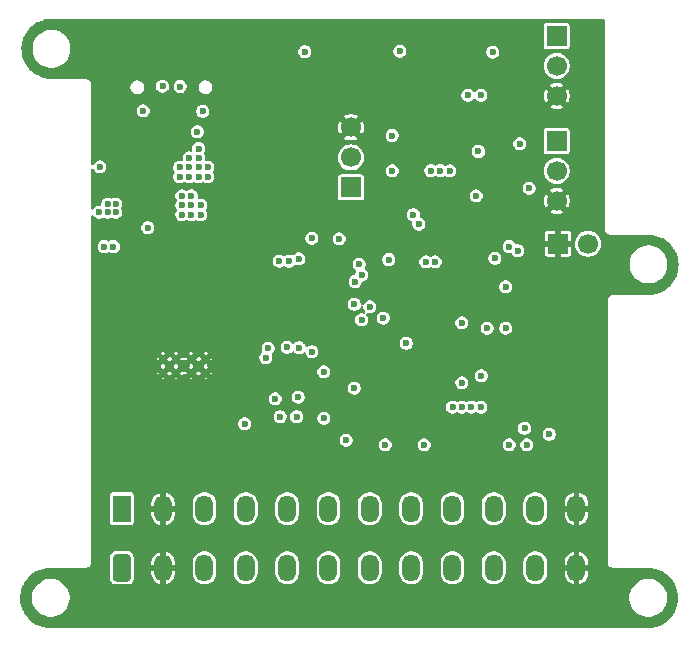
<source format=gbr>
%TF.GenerationSoftware,KiCad,Pcbnew,9.0.1*%
%TF.CreationDate,2025-07-01T00:30:54-05:00*%
%TF.ProjectId,CAN-Sensor-Hub-v1,43414e2d-5365-46e7-936f-722d4875622d,rev?*%
%TF.SameCoordinates,Original*%
%TF.FileFunction,Copper,L2,Inr*%
%TF.FilePolarity,Positive*%
%FSLAX46Y46*%
G04 Gerber Fmt 4.6, Leading zero omitted, Abs format (unit mm)*
G04 Created by KiCad (PCBNEW 9.0.1) date 2025-07-01 00:30:54*
%MOMM*%
%LPD*%
G01*
G04 APERTURE LIST*
G04 Aperture macros list*
%AMRoundRect*
0 Rectangle with rounded corners*
0 $1 Rounding radius*
0 $2 $3 $4 $5 $6 $7 $8 $9 X,Y pos of 4 corners*
0 Add a 4 corners polygon primitive as box body*
4,1,4,$2,$3,$4,$5,$6,$7,$8,$9,$2,$3,0*
0 Add four circle primitives for the rounded corners*
1,1,$1+$1,$2,$3*
1,1,$1+$1,$4,$5*
1,1,$1+$1,$6,$7*
1,1,$1+$1,$8,$9*
0 Add four rect primitives between the rounded corners*
20,1,$1+$1,$2,$3,$4,$5,0*
20,1,$1+$1,$4,$5,$6,$7,0*
20,1,$1+$1,$6,$7,$8,$9,0*
20,1,$1+$1,$8,$9,$2,$3,0*%
G04 Aperture macros list end*
%TA.AperFunction,ComponentPad*%
%ADD10C,1.700000*%
%TD*%
%TA.AperFunction,ComponentPad*%
%ADD11R,1.700000X1.700000*%
%TD*%
%TA.AperFunction,ComponentPad*%
%ADD12C,0.600000*%
%TD*%
%TA.AperFunction,ComponentPad*%
%ADD13R,1.500000X2.300000*%
%TD*%
%TA.AperFunction,ComponentPad*%
%ADD14RoundRect,0.250001X-0.499999X-0.899999X0.499999X-0.899999X0.499999X0.899999X-0.499999X0.899999X0*%
%TD*%
%TA.AperFunction,ComponentPad*%
%ADD15O,1.500000X2.300000*%
%TD*%
%TA.AperFunction,ViaPad*%
%ADD16C,0.600000*%
%TD*%
G04 APERTURE END LIST*
D10*
%TO.N,GNDREF*%
%TO.C,J11*%
X147500000Y-70420000D03*
%TO.N,USART2_TX*%
X147500000Y-72960000D03*
D11*
%TO.N,USART2_RX*%
X147500000Y-75500000D03*
%TD*%
%TO.N,GNDREF*%
%TO.C,J6*%
X165025000Y-80250000D03*
D10*
%TO.N,Net-(J6-Pin_2)*%
X167565000Y-80250000D03*
%TD*%
D12*
%TO.N,GNDREF*%
%TO.C,U1*%
X135200000Y-90000000D03*
X134000000Y-90000000D03*
X132700000Y-90000000D03*
X131600000Y-90000000D03*
X135200000Y-91200000D03*
X134000000Y-91200000D03*
X132700000Y-91200000D03*
X131600000Y-91200000D03*
%TD*%
D13*
%TO.N,VBAT_12V*%
%TO.C,J12*%
X128100000Y-102700000D03*
D14*
X128100000Y-107700000D03*
D15*
%TO.N,GNDREF*%
X131600000Y-102700000D03*
X131600000Y-107700000D03*
%TO.N,CAN_H*%
X135100000Y-102700000D03*
X135100000Y-107700000D03*
%TO.N,CAN_L*%
X138600000Y-102700000D03*
X138600000Y-107700000D03*
%TO.N,CAN_H*%
X142100000Y-102700000D03*
X142100000Y-107700000D03*
%TO.N,CAN_L*%
X145600000Y-102700000D03*
X145600000Y-107700000D03*
%TO.N,CAN_H*%
X149100000Y-102700000D03*
X149100000Y-107700000D03*
%TO.N,CAN_L*%
X152600000Y-102700000D03*
X152600000Y-107700000D03*
%TO.N,CAN_H*%
X156100000Y-102700000D03*
X156100000Y-107700000D03*
%TO.N,CAN_L*%
X159600000Y-102700000D03*
X159600000Y-107700000D03*
%TO.N,VBAT_12V*%
X163100000Y-102700000D03*
X163100000Y-107700000D03*
%TO.N,GNDREF*%
X166600000Y-102700000D03*
X166600000Y-107700000D03*
%TD*%
D11*
%TO.N,DIO_0_5V*%
%TO.C,J10*%
X164915000Y-62660000D03*
D10*
%TO.N,VDD_5V*%
X164915000Y-65200000D03*
%TO.N,GNDREF*%
X164915000Y-67740000D03*
%TD*%
D11*
%TO.N,DIO_1_5V*%
%TO.C,J9*%
X164915000Y-71560000D03*
D10*
%TO.N,VDD_5V*%
X164915000Y-74100000D03*
%TO.N,GNDREF*%
X164915000Y-76640000D03*
%TD*%
D16*
%TO.N,CAN_TX*%
X143055000Y-93255000D03*
%TO.N,NRST*%
X146500000Y-79850000D03*
%TO.N,GNDREF*%
X149300000Y-76450000D03*
X155500000Y-66500000D03*
%TO.N,VDD_3V3*%
X126250000Y-73750000D03*
X158300000Y-72450000D03*
X158100000Y-76200000D03*
%TO.N,GNDREF*%
X163350000Y-84750000D03*
X143950000Y-93400000D03*
X137350000Y-97350000D03*
X142110000Y-93420000D03*
%TO.N,VDD_3V3*%
X145200000Y-95050000D03*
%TO.N,CAN_RX*%
X145200000Y-91100000D03*
%TO.N,GNDREF*%
X166000000Y-82500000D03*
X155300000Y-92050000D03*
X139700000Y-69950000D03*
X155900000Y-69200000D03*
X155850000Y-71500000D03*
%TO.N,Net-(J6-Pin_2)*%
X156906493Y-94098268D03*
X156900000Y-92050000D03*
X158550000Y-91450000D03*
%TO.N,GNDREF*%
X145150000Y-75700000D03*
X143400000Y-68500000D03*
%TO.N,NRST*%
X159036500Y-87400000D03*
X156900000Y-86950000D03*
%TO.N,USART2_TX*%
X152800000Y-77800000D03*
%TO.N,USART2_RX*%
X153250000Y-78600000D03*
%TO.N,CAN_L*%
X141500000Y-94900000D03*
%TO.N,CAN_H*%
X142900000Y-94900000D03*
%TO.N,IO_LED3*%
X154636500Y-81800000D03*
%TO.N,IO_LED2*%
X153836497Y-81800000D03*
%TO.N,IO_LED3*%
X151000000Y-74100000D03*
%TO.N,IO_LED2*%
X151000000Y-71100000D03*
%TO.N,Net-(J5-SWDIO{slash}TMS)*%
X153700000Y-97300000D03*
%TO.N,NRST*%
X160600000Y-87400000D03*
X164300000Y-96400000D03*
%TO.N,Net-(J5-~{RESET})*%
X162400000Y-97300000D03*
%TO.N,Net-(J5-SWCLK{slash}TCK)*%
X147100000Y-96900000D03*
%TO.N,SWDIO{slash}TMS*%
X147800000Y-92500000D03*
X150400000Y-97300000D03*
%TO.N,VDD_3V3*%
X152200000Y-88700000D03*
%TO.N,DIO_0_3V3*%
X160900000Y-80500000D03*
%TO.N,DIO_1_3V3*%
X161646398Y-80846398D03*
%TO.N,GNDREF*%
X159500000Y-77100000D03*
X138200000Y-69900000D03*
%TO.N,VDD_3V3*%
X134600000Y-72200000D03*
X134600000Y-73000000D03*
X133800000Y-73000000D03*
X133000000Y-73800000D03*
X133800000Y-73800000D03*
X134600000Y-73800000D03*
X135400000Y-73800000D03*
X135400000Y-74600000D03*
X134600000Y-74600000D03*
X133800000Y-74600000D03*
X133000000Y-74600000D03*
%TO.N,GNDREF*%
X159700000Y-94200000D03*
%TO.N,QSPI_NCS*%
X156106493Y-94100347D03*
%TO.N,QSPI_CLK*%
X150250000Y-86550000D03*
%TO.N,QSPI_NCS*%
X143087398Y-81553988D03*
%TO.N,QSPI_CLK*%
X142097889Y-89040000D03*
%TO.N,QSPI_IO0*%
X147800000Y-85400000D03*
%TO.N,QSPI_IO1*%
X149100000Y-85600000D03*
%TO.N,QSPI_IO2*%
X150700000Y-81600000D03*
%TO.N,QSPI_IO3*%
X148400000Y-86700000D03*
%TO.N,QSPI_IO0*%
X140500000Y-89100000D03*
%TO.N,CAN_RX*%
X140295000Y-89905000D03*
%TO.N,QSPI_IO1*%
X142260000Y-81730000D03*
%TO.N,QSPI_IO2*%
X141444955Y-81745000D03*
%TO.N,GNDREF*%
X140200000Y-81720000D03*
%TO.N,OTG_HS_DP*%
X131550000Y-66930000D03*
%TO.N,OTG_HS_DM*%
X133050000Y-66950000D03*
%TO.N,I2C1_SDA*%
X158500000Y-67700000D03*
%TO.N,I2C1_SCL*%
X157400000Y-67700000D03*
%TO.N,I2C1_SDA*%
X158506443Y-94111014D03*
%TO.N,I2C1_SCL*%
X157706477Y-94103387D03*
%TO.N,DIO_1_3V3*%
X162600000Y-75550000D03*
%TO.N,DIO_0_3V3*%
X161800000Y-71800000D03*
%TO.N,VBUS_5V*%
X130300000Y-78900000D03*
X134500000Y-70800000D03*
X134950000Y-69050000D03*
X129900000Y-69000000D03*
%TO.N,VDD_5V*%
X154263455Y-74066545D03*
X155080000Y-74070000D03*
X155890000Y-74100000D03*
X141100000Y-93400000D03*
X126600000Y-80500000D03*
X127400000Y-80500000D03*
X126200000Y-77600000D03*
X127600000Y-77600000D03*
X126900000Y-77600000D03*
X126900000Y-76900000D03*
X127600000Y-76900000D03*
X133200000Y-77800000D03*
X134000000Y-77800000D03*
X134800000Y-77800000D03*
X134800000Y-77000000D03*
X134000000Y-77000000D03*
X134000000Y-76200000D03*
X133200000Y-77000000D03*
X133200000Y-76200000D03*
%TO.N,VDD_3V3*%
X162200000Y-95900000D03*
X160900000Y-97300000D03*
%TO.N,GNDREF*%
X164100000Y-94900000D03*
%TO.N,VDD_3V3*%
X144200000Y-89400000D03*
%TO.N,OTG_HS_DM*%
X148440000Y-82900000D03*
%TO.N,OTG_HS_DP*%
X147860000Y-83463500D03*
%TO.N,VDD_3V3*%
X138500000Y-95500000D03*
%TO.N,GNDREF*%
X146200000Y-96700000D03*
%TO.N,VDD_3V3*%
X144200000Y-79800000D03*
%TO.N,GNDREF*%
X149300000Y-82000000D03*
%TO.N,VDD_3V3*%
X148200000Y-82000000D03*
%TO.N,GNDREF*%
X160200000Y-79000000D03*
%TO.N,VDD_3V3*%
X159700000Y-81500000D03*
X160600000Y-83900000D03*
%TO.N,GNDREF*%
X127500000Y-73000000D03*
X127500000Y-73700000D03*
X127500000Y-74400000D03*
X127190000Y-65100000D03*
X127190000Y-65900000D03*
X137410000Y-65900000D03*
X137410000Y-65100000D03*
%TO.N,VDD_3V3*%
X159500000Y-64050000D03*
X143600000Y-64000000D03*
X151650000Y-63950000D03*
%TO.N,GNDREF*%
X144600000Y-64000000D03*
X152600000Y-63950000D03*
X160500000Y-64050000D03*
X130400000Y-90300000D03*
X168800000Y-85200000D03*
X164100000Y-89000000D03*
X168000000Y-88000000D03*
X168000000Y-93400000D03*
X168800000Y-86300000D03*
X168100000Y-90700000D03*
X129600000Y-90300000D03*
X164100000Y-88100000D03*
X163950000Y-83550000D03*
X131100000Y-94900000D03*
X167500000Y-83500000D03*
X131100000Y-96300000D03*
X164100000Y-93400000D03*
X168000000Y-89000000D03*
X131100000Y-97100000D03*
X128800000Y-90300000D03*
X131100000Y-95600000D03*
X168100000Y-91700000D03*
%TO.N,QSPI_IO3*%
X143120000Y-89060000D03*
%TD*%
%TA.AperFunction,Conductor*%
%TO.N,GNDREF*%
G36*
X168917539Y-61220185D02*
G01*
X168963294Y-61272989D01*
X168974500Y-61324500D01*
X168974500Y-78934108D01*
X168974500Y-79065892D01*
X168986985Y-79112488D01*
X169008608Y-79193187D01*
X169034488Y-79238011D01*
X169074500Y-79307314D01*
X169167686Y-79400500D01*
X169281814Y-79466392D01*
X169409108Y-79500500D01*
X172634108Y-79500500D01*
X172696249Y-79500500D01*
X172703736Y-79500726D01*
X172999822Y-79518636D01*
X173014686Y-79520441D01*
X173302763Y-79573233D01*
X173317300Y-79576816D01*
X173596902Y-79663944D01*
X173610893Y-79669249D01*
X173877979Y-79789454D01*
X173891225Y-79796407D01*
X174141868Y-79947926D01*
X174154179Y-79956424D01*
X174364853Y-80121476D01*
X174384729Y-80137048D01*
X174395937Y-80146978D01*
X174603021Y-80354062D01*
X174612951Y-80365270D01*
X174775283Y-80572472D01*
X174793571Y-80595814D01*
X174802075Y-80608134D01*
X174905489Y-80779201D01*
X174953589Y-80858768D01*
X174960548Y-80872027D01*
X175080748Y-81139101D01*
X175086057Y-81153102D01*
X175173182Y-81432698D01*
X175176766Y-81447236D01*
X175229558Y-81735313D01*
X175231363Y-81750178D01*
X175249047Y-82042513D01*
X175249047Y-82057487D01*
X175231363Y-82349821D01*
X175229558Y-82364686D01*
X175176766Y-82652763D01*
X175173182Y-82667301D01*
X175086057Y-82946897D01*
X175080748Y-82960898D01*
X174960548Y-83227972D01*
X174953589Y-83241231D01*
X174802077Y-83491862D01*
X174793571Y-83504185D01*
X174612951Y-83734729D01*
X174603021Y-83745937D01*
X174395937Y-83953021D01*
X174384729Y-83962951D01*
X174154185Y-84143571D01*
X174141862Y-84152077D01*
X173891231Y-84303589D01*
X173877972Y-84310548D01*
X173610898Y-84430748D01*
X173596897Y-84436057D01*
X173317301Y-84523182D01*
X173302763Y-84526766D01*
X173014686Y-84579558D01*
X172999821Y-84581363D01*
X172703736Y-84599274D01*
X172696249Y-84599500D01*
X169684108Y-84599500D01*
X169556812Y-84633608D01*
X169442686Y-84699500D01*
X169442683Y-84699502D01*
X169349502Y-84792683D01*
X169349500Y-84792686D01*
X169283608Y-84906812D01*
X169249500Y-85034108D01*
X169249500Y-107265891D01*
X169283608Y-107393187D01*
X169309910Y-107438742D01*
X169349500Y-107507314D01*
X169442686Y-107600500D01*
X169556814Y-107666392D01*
X169684108Y-107700500D01*
X169815892Y-107700500D01*
X172609108Y-107700500D01*
X172671249Y-107700500D01*
X172678736Y-107700726D01*
X172974822Y-107718636D01*
X172989686Y-107720441D01*
X173277763Y-107773233D01*
X173292300Y-107776816D01*
X173571902Y-107863944D01*
X173585893Y-107869249D01*
X173852979Y-107989454D01*
X173866225Y-107996407D01*
X174116868Y-108147926D01*
X174129179Y-108156424D01*
X174209187Y-108219106D01*
X174359729Y-108337048D01*
X174370937Y-108346978D01*
X174578021Y-108554062D01*
X174587951Y-108565270D01*
X174745808Y-108766760D01*
X174768571Y-108795814D01*
X174777075Y-108808134D01*
X174910719Y-109029207D01*
X174928589Y-109058768D01*
X174935548Y-109072027D01*
X175055748Y-109339101D01*
X175061057Y-109353102D01*
X175148182Y-109632698D01*
X175151766Y-109647236D01*
X175204558Y-109935313D01*
X175206363Y-109950178D01*
X175224047Y-110242513D01*
X175224047Y-110257487D01*
X175206363Y-110549821D01*
X175204558Y-110564686D01*
X175151766Y-110852763D01*
X175148182Y-110867301D01*
X175061057Y-111146897D01*
X175055748Y-111160898D01*
X174935548Y-111427972D01*
X174928589Y-111441231D01*
X174777077Y-111691862D01*
X174768571Y-111704185D01*
X174587951Y-111934729D01*
X174578021Y-111945937D01*
X174370937Y-112153021D01*
X174359729Y-112162951D01*
X174129185Y-112343571D01*
X174116862Y-112352077D01*
X173866231Y-112503589D01*
X173852972Y-112510548D01*
X173585898Y-112630748D01*
X173571897Y-112636057D01*
X173292301Y-112723182D01*
X173277763Y-112726766D01*
X172989686Y-112779558D01*
X172974821Y-112781363D01*
X172678736Y-112799274D01*
X172671249Y-112799500D01*
X122053751Y-112799500D01*
X122046264Y-112799274D01*
X121750178Y-112781363D01*
X121735313Y-112779558D01*
X121447236Y-112726766D01*
X121432698Y-112723182D01*
X121153102Y-112636057D01*
X121139101Y-112630748D01*
X120872027Y-112510548D01*
X120858768Y-112503589D01*
X120608137Y-112352077D01*
X120595814Y-112343571D01*
X120365270Y-112162951D01*
X120354062Y-112153021D01*
X120146978Y-111945937D01*
X120137048Y-111934729D01*
X119979192Y-111733241D01*
X119956424Y-111704179D01*
X119947926Y-111691868D01*
X119796407Y-111441225D01*
X119789454Y-111427979D01*
X119669249Y-111160893D01*
X119663942Y-111146897D01*
X119645853Y-111088848D01*
X119576816Y-110867300D01*
X119573233Y-110852763D01*
X119520441Y-110564686D01*
X119518636Y-110549821D01*
X119508119Y-110375961D01*
X119500952Y-110257472D01*
X119500952Y-110242527D01*
X119508119Y-110124038D01*
X120499500Y-110124038D01*
X120499500Y-110375961D01*
X120538910Y-110624785D01*
X120616760Y-110864383D01*
X120731132Y-111088848D01*
X120879201Y-111292649D01*
X120879205Y-111292654D01*
X121057345Y-111470794D01*
X121057350Y-111470798D01*
X121235117Y-111599952D01*
X121261155Y-111618870D01*
X121404184Y-111691747D01*
X121485616Y-111733239D01*
X121485618Y-111733239D01*
X121485621Y-111733241D01*
X121725215Y-111811090D01*
X121974038Y-111850500D01*
X121974039Y-111850500D01*
X122225961Y-111850500D01*
X122225962Y-111850500D01*
X122474785Y-111811090D01*
X122714379Y-111733241D01*
X122938845Y-111618870D01*
X123142656Y-111470793D01*
X123320793Y-111292656D01*
X123468870Y-111088845D01*
X123583241Y-110864379D01*
X123661090Y-110624785D01*
X123700500Y-110375962D01*
X123700500Y-110124038D01*
X171074500Y-110124038D01*
X171074500Y-110375961D01*
X171113910Y-110624785D01*
X171191760Y-110864383D01*
X171306132Y-111088848D01*
X171454201Y-111292649D01*
X171454205Y-111292654D01*
X171632345Y-111470794D01*
X171632350Y-111470798D01*
X171810117Y-111599952D01*
X171836155Y-111618870D01*
X171979184Y-111691747D01*
X172060616Y-111733239D01*
X172060618Y-111733239D01*
X172060621Y-111733241D01*
X172300215Y-111811090D01*
X172549038Y-111850500D01*
X172549039Y-111850500D01*
X172800961Y-111850500D01*
X172800962Y-111850500D01*
X173049785Y-111811090D01*
X173289379Y-111733241D01*
X173513845Y-111618870D01*
X173717656Y-111470793D01*
X173895793Y-111292656D01*
X174043870Y-111088845D01*
X174158241Y-110864379D01*
X174236090Y-110624785D01*
X174275500Y-110375962D01*
X174275500Y-110124038D01*
X174236090Y-109875215D01*
X174158241Y-109635621D01*
X174158239Y-109635618D01*
X174158239Y-109635616D01*
X174116747Y-109554184D01*
X174043870Y-109411155D01*
X173991520Y-109339101D01*
X173895798Y-109207350D01*
X173895794Y-109207345D01*
X173717654Y-109029205D01*
X173717649Y-109029201D01*
X173513848Y-108881132D01*
X173513847Y-108881131D01*
X173513845Y-108881130D01*
X173437690Y-108842327D01*
X173289383Y-108766760D01*
X173049785Y-108688910D01*
X172800962Y-108649500D01*
X172549038Y-108649500D01*
X172424626Y-108669205D01*
X172300214Y-108688910D01*
X172060616Y-108766760D01*
X171836151Y-108881132D01*
X171632350Y-109029201D01*
X171632345Y-109029205D01*
X171454205Y-109207345D01*
X171454201Y-109207350D01*
X171306132Y-109411151D01*
X171191760Y-109635616D01*
X171113910Y-109875214D01*
X171074500Y-110124038D01*
X123700500Y-110124038D01*
X123661090Y-109875215D01*
X123583241Y-109635621D01*
X123583239Y-109635618D01*
X123583239Y-109635616D01*
X123541747Y-109554184D01*
X123468870Y-109411155D01*
X123416520Y-109339101D01*
X123320798Y-109207350D01*
X123320794Y-109207345D01*
X123142654Y-109029205D01*
X123142649Y-109029201D01*
X122938848Y-108881132D01*
X122938847Y-108881131D01*
X122938845Y-108881130D01*
X122862690Y-108842327D01*
X122714383Y-108766760D01*
X122474785Y-108688910D01*
X122225962Y-108649500D01*
X121974038Y-108649500D01*
X121849626Y-108669205D01*
X121725214Y-108688910D01*
X121485616Y-108766760D01*
X121261151Y-108881132D01*
X121057350Y-109029201D01*
X121057345Y-109029205D01*
X120879205Y-109207345D01*
X120879201Y-109207350D01*
X120731132Y-109411151D01*
X120616760Y-109635616D01*
X120538910Y-109875214D01*
X120499500Y-110124038D01*
X119508119Y-110124038D01*
X119518636Y-109950173D01*
X119520441Y-109935313D01*
X119531455Y-109875215D01*
X119573233Y-109647232D01*
X119576817Y-109632698D01*
X119607457Y-109534371D01*
X119663945Y-109353091D01*
X119669247Y-109339111D01*
X119789458Y-109072013D01*
X119796403Y-109058781D01*
X119947931Y-108808123D01*
X119956418Y-108795827D01*
X120137055Y-108565261D01*
X120146970Y-108554070D01*
X120354070Y-108346970D01*
X120365261Y-108337055D01*
X120595827Y-108156418D01*
X120608123Y-108147931D01*
X120858781Y-107996403D01*
X120872013Y-107989458D01*
X121139111Y-107869247D01*
X121153091Y-107863945D01*
X121432702Y-107776815D01*
X121447232Y-107773233D01*
X121735317Y-107720440D01*
X121750175Y-107718636D01*
X122046264Y-107700726D01*
X122053751Y-107700500D01*
X125065890Y-107700500D01*
X125065892Y-107700500D01*
X125193186Y-107666392D01*
X125307314Y-107600500D01*
X125400500Y-107507314D01*
X125466392Y-107393186D01*
X125500500Y-107265892D01*
X125500500Y-106752136D01*
X127099500Y-106752136D01*
X127099500Y-108647863D01*
X127099501Y-108647882D01*
X127105908Y-108707481D01*
X127156202Y-108842327D01*
X127156203Y-108842328D01*
X127156204Y-108842330D01*
X127242454Y-108957546D01*
X127357670Y-109043796D01*
X127357671Y-109043796D01*
X127357672Y-109043797D01*
X127492518Y-109094091D01*
X127492517Y-109094091D01*
X127499445Y-109094835D01*
X127552128Y-109100500D01*
X127552137Y-109100500D01*
X128647863Y-109100500D01*
X128647872Y-109100500D01*
X128707482Y-109094091D01*
X128842330Y-109043796D01*
X128957546Y-108957546D01*
X129043796Y-108842330D01*
X129094091Y-108707482D01*
X129100500Y-108647872D01*
X129100500Y-107201504D01*
X130600000Y-107201504D01*
X130600000Y-107450000D01*
X131051518Y-107450000D01*
X131040889Y-107468409D01*
X131000000Y-107621009D01*
X131000000Y-107778991D01*
X131040889Y-107931591D01*
X131051518Y-107950000D01*
X130600000Y-107950000D01*
X130600000Y-108198495D01*
X130638427Y-108391681D01*
X130638430Y-108391693D01*
X130713807Y-108573671D01*
X130713814Y-108573684D01*
X130823248Y-108737462D01*
X130823251Y-108737466D01*
X130962533Y-108876748D01*
X130962537Y-108876751D01*
X131126315Y-108986185D01*
X131126328Y-108986192D01*
X131308308Y-109061569D01*
X131350000Y-109069862D01*
X131350000Y-108248482D01*
X131368409Y-108259111D01*
X131521009Y-108300000D01*
X131678991Y-108300000D01*
X131831591Y-108259111D01*
X131850000Y-108248482D01*
X131850000Y-109069862D01*
X131891690Y-109061569D01*
X131891692Y-109061569D01*
X132073671Y-108986192D01*
X132073684Y-108986185D01*
X132237462Y-108876751D01*
X132237466Y-108876748D01*
X132376748Y-108737466D01*
X132376751Y-108737462D01*
X132486185Y-108573684D01*
X132486192Y-108573671D01*
X132561569Y-108391693D01*
X132561572Y-108391681D01*
X132599989Y-108198543D01*
X134099499Y-108198543D01*
X134137947Y-108391829D01*
X134137950Y-108391839D01*
X134213364Y-108573907D01*
X134213371Y-108573920D01*
X134322860Y-108737781D01*
X134322863Y-108737785D01*
X134462214Y-108877136D01*
X134462218Y-108877139D01*
X134626079Y-108986628D01*
X134626092Y-108986635D01*
X134800239Y-109058768D01*
X134808165Y-109062051D01*
X134808169Y-109062051D01*
X134808170Y-109062052D01*
X135001456Y-109100500D01*
X135001459Y-109100500D01*
X135198543Y-109100500D01*
X135376064Y-109065188D01*
X135391835Y-109062051D01*
X135573914Y-108986632D01*
X135737782Y-108877139D01*
X135877139Y-108737782D01*
X135986632Y-108573914D01*
X135990213Y-108565270D01*
X136062049Y-108391839D01*
X136062051Y-108391835D01*
X136088452Y-108259111D01*
X136100500Y-108198543D01*
X137599499Y-108198543D01*
X137637947Y-108391829D01*
X137637950Y-108391839D01*
X137713364Y-108573907D01*
X137713371Y-108573920D01*
X137822860Y-108737781D01*
X137822863Y-108737785D01*
X137962214Y-108877136D01*
X137962218Y-108877139D01*
X138126079Y-108986628D01*
X138126092Y-108986635D01*
X138300239Y-109058768D01*
X138308165Y-109062051D01*
X138308169Y-109062051D01*
X138308170Y-109062052D01*
X138501456Y-109100500D01*
X138501459Y-109100500D01*
X138698543Y-109100500D01*
X138876064Y-109065188D01*
X138891835Y-109062051D01*
X139073914Y-108986632D01*
X139237782Y-108877139D01*
X139377139Y-108737782D01*
X139486632Y-108573914D01*
X139490213Y-108565270D01*
X139562049Y-108391839D01*
X139562051Y-108391835D01*
X139588452Y-108259111D01*
X139600500Y-108198543D01*
X141099499Y-108198543D01*
X141137947Y-108391829D01*
X141137950Y-108391839D01*
X141213364Y-108573907D01*
X141213371Y-108573920D01*
X141322860Y-108737781D01*
X141322863Y-108737785D01*
X141462214Y-108877136D01*
X141462218Y-108877139D01*
X141626079Y-108986628D01*
X141626092Y-108986635D01*
X141800239Y-109058768D01*
X141808165Y-109062051D01*
X141808169Y-109062051D01*
X141808170Y-109062052D01*
X142001456Y-109100500D01*
X142001459Y-109100500D01*
X142198543Y-109100500D01*
X142376064Y-109065188D01*
X142391835Y-109062051D01*
X142573914Y-108986632D01*
X142737782Y-108877139D01*
X142877139Y-108737782D01*
X142986632Y-108573914D01*
X142990213Y-108565270D01*
X143062049Y-108391839D01*
X143062051Y-108391835D01*
X143088452Y-108259111D01*
X143100500Y-108198543D01*
X144599499Y-108198543D01*
X144637947Y-108391829D01*
X144637950Y-108391839D01*
X144713364Y-108573907D01*
X144713371Y-108573920D01*
X144822860Y-108737781D01*
X144822863Y-108737785D01*
X144962214Y-108877136D01*
X144962218Y-108877139D01*
X145126079Y-108986628D01*
X145126092Y-108986635D01*
X145300239Y-109058768D01*
X145308165Y-109062051D01*
X145308169Y-109062051D01*
X145308170Y-109062052D01*
X145501456Y-109100500D01*
X145501459Y-109100500D01*
X145698543Y-109100500D01*
X145876064Y-109065188D01*
X145891835Y-109062051D01*
X146073914Y-108986632D01*
X146237782Y-108877139D01*
X146377139Y-108737782D01*
X146486632Y-108573914D01*
X146490213Y-108565270D01*
X146562049Y-108391839D01*
X146562051Y-108391835D01*
X146588452Y-108259111D01*
X146600500Y-108198543D01*
X148099499Y-108198543D01*
X148137947Y-108391829D01*
X148137950Y-108391839D01*
X148213364Y-108573907D01*
X148213371Y-108573920D01*
X148322860Y-108737781D01*
X148322863Y-108737785D01*
X148462214Y-108877136D01*
X148462218Y-108877139D01*
X148626079Y-108986628D01*
X148626092Y-108986635D01*
X148800239Y-109058768D01*
X148808165Y-109062051D01*
X148808169Y-109062051D01*
X148808170Y-109062052D01*
X149001456Y-109100500D01*
X149001459Y-109100500D01*
X149198543Y-109100500D01*
X149376064Y-109065188D01*
X149391835Y-109062051D01*
X149573914Y-108986632D01*
X149737782Y-108877139D01*
X149877139Y-108737782D01*
X149986632Y-108573914D01*
X149990213Y-108565270D01*
X150062049Y-108391839D01*
X150062051Y-108391835D01*
X150088452Y-108259111D01*
X150100500Y-108198543D01*
X151599499Y-108198543D01*
X151637947Y-108391829D01*
X151637950Y-108391839D01*
X151713364Y-108573907D01*
X151713371Y-108573920D01*
X151822860Y-108737781D01*
X151822863Y-108737785D01*
X151962214Y-108877136D01*
X151962218Y-108877139D01*
X152126079Y-108986628D01*
X152126092Y-108986635D01*
X152300239Y-109058768D01*
X152308165Y-109062051D01*
X152308169Y-109062051D01*
X152308170Y-109062052D01*
X152501456Y-109100500D01*
X152501459Y-109100500D01*
X152698543Y-109100500D01*
X152876064Y-109065188D01*
X152891835Y-109062051D01*
X153073914Y-108986632D01*
X153237782Y-108877139D01*
X153377139Y-108737782D01*
X153486632Y-108573914D01*
X153490213Y-108565270D01*
X153562049Y-108391839D01*
X153562051Y-108391835D01*
X153588452Y-108259111D01*
X153600500Y-108198543D01*
X155099499Y-108198543D01*
X155137947Y-108391829D01*
X155137950Y-108391839D01*
X155213364Y-108573907D01*
X155213371Y-108573920D01*
X155322860Y-108737781D01*
X155322863Y-108737785D01*
X155462214Y-108877136D01*
X155462218Y-108877139D01*
X155626079Y-108986628D01*
X155626092Y-108986635D01*
X155800239Y-109058768D01*
X155808165Y-109062051D01*
X155808169Y-109062051D01*
X155808170Y-109062052D01*
X156001456Y-109100500D01*
X156001459Y-109100500D01*
X156198543Y-109100500D01*
X156376064Y-109065188D01*
X156391835Y-109062051D01*
X156573914Y-108986632D01*
X156737782Y-108877139D01*
X156877139Y-108737782D01*
X156986632Y-108573914D01*
X156990213Y-108565270D01*
X157062049Y-108391839D01*
X157062051Y-108391835D01*
X157088452Y-108259111D01*
X157100500Y-108198543D01*
X158599499Y-108198543D01*
X158637947Y-108391829D01*
X158637950Y-108391839D01*
X158713364Y-108573907D01*
X158713371Y-108573920D01*
X158822860Y-108737781D01*
X158822863Y-108737785D01*
X158962214Y-108877136D01*
X158962218Y-108877139D01*
X159126079Y-108986628D01*
X159126092Y-108986635D01*
X159300239Y-109058768D01*
X159308165Y-109062051D01*
X159308169Y-109062051D01*
X159308170Y-109062052D01*
X159501456Y-109100500D01*
X159501459Y-109100500D01*
X159698543Y-109100500D01*
X159876064Y-109065188D01*
X159891835Y-109062051D01*
X160073914Y-108986632D01*
X160237782Y-108877139D01*
X160377139Y-108737782D01*
X160486632Y-108573914D01*
X160490213Y-108565270D01*
X160562049Y-108391839D01*
X160562051Y-108391835D01*
X160588452Y-108259111D01*
X160600500Y-108198543D01*
X162099499Y-108198543D01*
X162137947Y-108391829D01*
X162137950Y-108391839D01*
X162213364Y-108573907D01*
X162213371Y-108573920D01*
X162322860Y-108737781D01*
X162322863Y-108737785D01*
X162462214Y-108877136D01*
X162462218Y-108877139D01*
X162626079Y-108986628D01*
X162626092Y-108986635D01*
X162800239Y-109058768D01*
X162808165Y-109062051D01*
X162808169Y-109062051D01*
X162808170Y-109062052D01*
X163001456Y-109100500D01*
X163001459Y-109100500D01*
X163198543Y-109100500D01*
X163376064Y-109065188D01*
X163391835Y-109062051D01*
X163573914Y-108986632D01*
X163737782Y-108877139D01*
X163877139Y-108737782D01*
X163986632Y-108573914D01*
X163990213Y-108565270D01*
X164062049Y-108391839D01*
X164062051Y-108391835D01*
X164088452Y-108259111D01*
X164100500Y-108198543D01*
X164100500Y-107201504D01*
X165600000Y-107201504D01*
X165600000Y-107450000D01*
X166051518Y-107450000D01*
X166040889Y-107468409D01*
X166000000Y-107621009D01*
X166000000Y-107778991D01*
X166040889Y-107931591D01*
X166051518Y-107950000D01*
X165600000Y-107950000D01*
X165600000Y-108198495D01*
X165638427Y-108391681D01*
X165638430Y-108391693D01*
X165713807Y-108573671D01*
X165713814Y-108573684D01*
X165823248Y-108737462D01*
X165823251Y-108737466D01*
X165962533Y-108876748D01*
X165962537Y-108876751D01*
X166126315Y-108986185D01*
X166126328Y-108986192D01*
X166308308Y-109061569D01*
X166350000Y-109069862D01*
X166350000Y-108248482D01*
X166368409Y-108259111D01*
X166521009Y-108300000D01*
X166678991Y-108300000D01*
X166831591Y-108259111D01*
X166850000Y-108248482D01*
X166850000Y-109069862D01*
X166891690Y-109061569D01*
X166891692Y-109061569D01*
X167073671Y-108986192D01*
X167073684Y-108986185D01*
X167237462Y-108876751D01*
X167237466Y-108876748D01*
X167376748Y-108737466D01*
X167376751Y-108737462D01*
X167486185Y-108573684D01*
X167486192Y-108573671D01*
X167561569Y-108391693D01*
X167561572Y-108391681D01*
X167599999Y-108198495D01*
X167600000Y-108198492D01*
X167600000Y-107950000D01*
X167148482Y-107950000D01*
X167159111Y-107931591D01*
X167200000Y-107778991D01*
X167200000Y-107621009D01*
X167159111Y-107468409D01*
X167148482Y-107450000D01*
X167600000Y-107450000D01*
X167600000Y-107201508D01*
X167599999Y-107201504D01*
X167561572Y-107008318D01*
X167561569Y-107008306D01*
X167486192Y-106826328D01*
X167486185Y-106826315D01*
X167376751Y-106662537D01*
X167376748Y-106662533D01*
X167237466Y-106523251D01*
X167237462Y-106523248D01*
X167073684Y-106413814D01*
X167073671Y-106413807D01*
X166891691Y-106338429D01*
X166891683Y-106338427D01*
X166850000Y-106330135D01*
X166850000Y-107151517D01*
X166831591Y-107140889D01*
X166678991Y-107100000D01*
X166521009Y-107100000D01*
X166368409Y-107140889D01*
X166350000Y-107151517D01*
X166350000Y-106330136D01*
X166349999Y-106330135D01*
X166308316Y-106338427D01*
X166308308Y-106338429D01*
X166126328Y-106413807D01*
X166126315Y-106413814D01*
X165962537Y-106523248D01*
X165962533Y-106523251D01*
X165823251Y-106662533D01*
X165823248Y-106662537D01*
X165713814Y-106826315D01*
X165713807Y-106826328D01*
X165638430Y-107008306D01*
X165638427Y-107008318D01*
X165600000Y-107201504D01*
X164100500Y-107201504D01*
X164100500Y-107201456D01*
X164062052Y-107008170D01*
X164062051Y-107008169D01*
X164062051Y-107008165D01*
X164062049Y-107008160D01*
X163986635Y-106826092D01*
X163986628Y-106826079D01*
X163877139Y-106662218D01*
X163877136Y-106662214D01*
X163737785Y-106522863D01*
X163737781Y-106522860D01*
X163573920Y-106413371D01*
X163573907Y-106413364D01*
X163391839Y-106337950D01*
X163391829Y-106337947D01*
X163198543Y-106299500D01*
X163198541Y-106299500D01*
X163001459Y-106299500D01*
X163001457Y-106299500D01*
X162808170Y-106337947D01*
X162808160Y-106337950D01*
X162626092Y-106413364D01*
X162626079Y-106413371D01*
X162462218Y-106522860D01*
X162462214Y-106522863D01*
X162322863Y-106662214D01*
X162322860Y-106662218D01*
X162213371Y-106826079D01*
X162213364Y-106826092D01*
X162137950Y-107008160D01*
X162137947Y-107008170D01*
X162099500Y-107201456D01*
X162099500Y-107201459D01*
X162099500Y-108198541D01*
X162099500Y-108198543D01*
X162099499Y-108198543D01*
X160600500Y-108198543D01*
X160600500Y-107201456D01*
X160562052Y-107008170D01*
X160562051Y-107008169D01*
X160562051Y-107008165D01*
X160562049Y-107008160D01*
X160486635Y-106826092D01*
X160486628Y-106826079D01*
X160377139Y-106662218D01*
X160377136Y-106662214D01*
X160237785Y-106522863D01*
X160237781Y-106522860D01*
X160073920Y-106413371D01*
X160073907Y-106413364D01*
X159891839Y-106337950D01*
X159891829Y-106337947D01*
X159698543Y-106299500D01*
X159698541Y-106299500D01*
X159501459Y-106299500D01*
X159501457Y-106299500D01*
X159308170Y-106337947D01*
X159308160Y-106337950D01*
X159126092Y-106413364D01*
X159126079Y-106413371D01*
X158962218Y-106522860D01*
X158962214Y-106522863D01*
X158822863Y-106662214D01*
X158822860Y-106662218D01*
X158713371Y-106826079D01*
X158713364Y-106826092D01*
X158637950Y-107008160D01*
X158637947Y-107008170D01*
X158599500Y-107201456D01*
X158599500Y-107201459D01*
X158599500Y-108198541D01*
X158599500Y-108198543D01*
X158599499Y-108198543D01*
X157100500Y-108198543D01*
X157100500Y-107201456D01*
X157062052Y-107008170D01*
X157062051Y-107008169D01*
X157062051Y-107008165D01*
X157062049Y-107008160D01*
X156986635Y-106826092D01*
X156986628Y-106826079D01*
X156877139Y-106662218D01*
X156877136Y-106662214D01*
X156737785Y-106522863D01*
X156737781Y-106522860D01*
X156573920Y-106413371D01*
X156573907Y-106413364D01*
X156391839Y-106337950D01*
X156391829Y-106337947D01*
X156198543Y-106299500D01*
X156198541Y-106299500D01*
X156001459Y-106299500D01*
X156001457Y-106299500D01*
X155808170Y-106337947D01*
X155808160Y-106337950D01*
X155626092Y-106413364D01*
X155626079Y-106413371D01*
X155462218Y-106522860D01*
X155462214Y-106522863D01*
X155322863Y-106662214D01*
X155322860Y-106662218D01*
X155213371Y-106826079D01*
X155213364Y-106826092D01*
X155137950Y-107008160D01*
X155137947Y-107008170D01*
X155099500Y-107201456D01*
X155099500Y-107201459D01*
X155099500Y-108198541D01*
X155099500Y-108198543D01*
X155099499Y-108198543D01*
X153600500Y-108198543D01*
X153600500Y-107201456D01*
X153562052Y-107008170D01*
X153562051Y-107008169D01*
X153562051Y-107008165D01*
X153562049Y-107008160D01*
X153486635Y-106826092D01*
X153486628Y-106826079D01*
X153377139Y-106662218D01*
X153377136Y-106662214D01*
X153237785Y-106522863D01*
X153237781Y-106522860D01*
X153073920Y-106413371D01*
X153073907Y-106413364D01*
X152891839Y-106337950D01*
X152891829Y-106337947D01*
X152698543Y-106299500D01*
X152698541Y-106299500D01*
X152501459Y-106299500D01*
X152501457Y-106299500D01*
X152308170Y-106337947D01*
X152308160Y-106337950D01*
X152126092Y-106413364D01*
X152126079Y-106413371D01*
X151962218Y-106522860D01*
X151962214Y-106522863D01*
X151822863Y-106662214D01*
X151822860Y-106662218D01*
X151713371Y-106826079D01*
X151713364Y-106826092D01*
X151637950Y-107008160D01*
X151637947Y-107008170D01*
X151599500Y-107201456D01*
X151599500Y-107201459D01*
X151599500Y-108198541D01*
X151599500Y-108198543D01*
X151599499Y-108198543D01*
X150100500Y-108198543D01*
X150100500Y-107201456D01*
X150062052Y-107008170D01*
X150062051Y-107008169D01*
X150062051Y-107008165D01*
X150062049Y-107008160D01*
X149986635Y-106826092D01*
X149986628Y-106826079D01*
X149877139Y-106662218D01*
X149877136Y-106662214D01*
X149737785Y-106522863D01*
X149737781Y-106522860D01*
X149573920Y-106413371D01*
X149573907Y-106413364D01*
X149391839Y-106337950D01*
X149391829Y-106337947D01*
X149198543Y-106299500D01*
X149198541Y-106299500D01*
X149001459Y-106299500D01*
X149001457Y-106299500D01*
X148808170Y-106337947D01*
X148808160Y-106337950D01*
X148626092Y-106413364D01*
X148626079Y-106413371D01*
X148462218Y-106522860D01*
X148462214Y-106522863D01*
X148322863Y-106662214D01*
X148322860Y-106662218D01*
X148213371Y-106826079D01*
X148213364Y-106826092D01*
X148137950Y-107008160D01*
X148137947Y-107008170D01*
X148099500Y-107201456D01*
X148099500Y-107201459D01*
X148099500Y-108198541D01*
X148099500Y-108198543D01*
X148099499Y-108198543D01*
X146600500Y-108198543D01*
X146600500Y-107201456D01*
X146562052Y-107008170D01*
X146562051Y-107008169D01*
X146562051Y-107008165D01*
X146562049Y-107008160D01*
X146486635Y-106826092D01*
X146486628Y-106826079D01*
X146377139Y-106662218D01*
X146377136Y-106662214D01*
X146237785Y-106522863D01*
X146237781Y-106522860D01*
X146073920Y-106413371D01*
X146073907Y-106413364D01*
X145891839Y-106337950D01*
X145891829Y-106337947D01*
X145698543Y-106299500D01*
X145698541Y-106299500D01*
X145501459Y-106299500D01*
X145501457Y-106299500D01*
X145308170Y-106337947D01*
X145308160Y-106337950D01*
X145126092Y-106413364D01*
X145126079Y-106413371D01*
X144962218Y-106522860D01*
X144962214Y-106522863D01*
X144822863Y-106662214D01*
X144822860Y-106662218D01*
X144713371Y-106826079D01*
X144713364Y-106826092D01*
X144637950Y-107008160D01*
X144637947Y-107008170D01*
X144599500Y-107201456D01*
X144599500Y-107201459D01*
X144599500Y-108198541D01*
X144599500Y-108198543D01*
X144599499Y-108198543D01*
X143100500Y-108198543D01*
X143100500Y-107201456D01*
X143062052Y-107008170D01*
X143062051Y-107008169D01*
X143062051Y-107008165D01*
X143062049Y-107008160D01*
X142986635Y-106826092D01*
X142986628Y-106826079D01*
X142877139Y-106662218D01*
X142877136Y-106662214D01*
X142737785Y-106522863D01*
X142737781Y-106522860D01*
X142573920Y-106413371D01*
X142573907Y-106413364D01*
X142391839Y-106337950D01*
X142391829Y-106337947D01*
X142198543Y-106299500D01*
X142198541Y-106299500D01*
X142001459Y-106299500D01*
X142001457Y-106299500D01*
X141808170Y-106337947D01*
X141808160Y-106337950D01*
X141626092Y-106413364D01*
X141626079Y-106413371D01*
X141462218Y-106522860D01*
X141462214Y-106522863D01*
X141322863Y-106662214D01*
X141322860Y-106662218D01*
X141213371Y-106826079D01*
X141213364Y-106826092D01*
X141137950Y-107008160D01*
X141137947Y-107008170D01*
X141099500Y-107201456D01*
X141099500Y-107201459D01*
X141099500Y-108198541D01*
X141099500Y-108198543D01*
X141099499Y-108198543D01*
X139600500Y-108198543D01*
X139600500Y-107201456D01*
X139562052Y-107008170D01*
X139562051Y-107008169D01*
X139562051Y-107008165D01*
X139562049Y-107008160D01*
X139486635Y-106826092D01*
X139486628Y-106826079D01*
X139377139Y-106662218D01*
X139377136Y-106662214D01*
X139237785Y-106522863D01*
X139237781Y-106522860D01*
X139073920Y-106413371D01*
X139073907Y-106413364D01*
X138891839Y-106337950D01*
X138891829Y-106337947D01*
X138698543Y-106299500D01*
X138698541Y-106299500D01*
X138501459Y-106299500D01*
X138501457Y-106299500D01*
X138308170Y-106337947D01*
X138308160Y-106337950D01*
X138126092Y-106413364D01*
X138126079Y-106413371D01*
X137962218Y-106522860D01*
X137962214Y-106522863D01*
X137822863Y-106662214D01*
X137822860Y-106662218D01*
X137713371Y-106826079D01*
X137713364Y-106826092D01*
X137637950Y-107008160D01*
X137637947Y-107008170D01*
X137599500Y-107201456D01*
X137599500Y-107201459D01*
X137599500Y-108198541D01*
X137599500Y-108198543D01*
X137599499Y-108198543D01*
X136100500Y-108198543D01*
X136100500Y-107201456D01*
X136062052Y-107008170D01*
X136062051Y-107008169D01*
X136062051Y-107008165D01*
X136062049Y-107008160D01*
X135986635Y-106826092D01*
X135986628Y-106826079D01*
X135877139Y-106662218D01*
X135877136Y-106662214D01*
X135737785Y-106522863D01*
X135737781Y-106522860D01*
X135573920Y-106413371D01*
X135573907Y-106413364D01*
X135391839Y-106337950D01*
X135391829Y-106337947D01*
X135198543Y-106299500D01*
X135198541Y-106299500D01*
X135001459Y-106299500D01*
X135001457Y-106299500D01*
X134808170Y-106337947D01*
X134808160Y-106337950D01*
X134626092Y-106413364D01*
X134626079Y-106413371D01*
X134462218Y-106522860D01*
X134462214Y-106522863D01*
X134322863Y-106662214D01*
X134322860Y-106662218D01*
X134213371Y-106826079D01*
X134213364Y-106826092D01*
X134137950Y-107008160D01*
X134137947Y-107008170D01*
X134099500Y-107201456D01*
X134099500Y-107201459D01*
X134099500Y-108198541D01*
X134099500Y-108198543D01*
X134099499Y-108198543D01*
X132599989Y-108198543D01*
X132599999Y-108198495D01*
X132600000Y-108198492D01*
X132600000Y-107950000D01*
X132148482Y-107950000D01*
X132159111Y-107931591D01*
X132200000Y-107778991D01*
X132200000Y-107621009D01*
X132159111Y-107468409D01*
X132148482Y-107450000D01*
X132600000Y-107450000D01*
X132600000Y-107201507D01*
X132599999Y-107201505D01*
X132561572Y-107008318D01*
X132561569Y-107008306D01*
X132486192Y-106826328D01*
X132486185Y-106826315D01*
X132376751Y-106662537D01*
X132376748Y-106662533D01*
X132237466Y-106523251D01*
X132237462Y-106523248D01*
X132073684Y-106413814D01*
X132073671Y-106413807D01*
X131891691Y-106338429D01*
X131891683Y-106338427D01*
X131850000Y-106330135D01*
X131850000Y-107151517D01*
X131831591Y-107140889D01*
X131678991Y-107100000D01*
X131521009Y-107100000D01*
X131368409Y-107140889D01*
X131350000Y-107151517D01*
X131350000Y-106330136D01*
X131349999Y-106330135D01*
X131308316Y-106338427D01*
X131308308Y-106338429D01*
X131126328Y-106413807D01*
X131126315Y-106413814D01*
X130962537Y-106523248D01*
X130962533Y-106523251D01*
X130823251Y-106662533D01*
X130823248Y-106662537D01*
X130713814Y-106826315D01*
X130713807Y-106826328D01*
X130638430Y-107008306D01*
X130638427Y-107008318D01*
X130600000Y-107201504D01*
X129100500Y-107201504D01*
X129100500Y-106752128D01*
X129094091Y-106692518D01*
X129043796Y-106557670D01*
X128957546Y-106442454D01*
X128842330Y-106356204D01*
X128842328Y-106356203D01*
X128842327Y-106356202D01*
X128707481Y-106305908D01*
X128707482Y-106305908D01*
X128647882Y-106299501D01*
X128647880Y-106299500D01*
X128647872Y-106299500D01*
X127552128Y-106299500D01*
X127552120Y-106299500D01*
X127552117Y-106299501D01*
X127492518Y-106305908D01*
X127357672Y-106356202D01*
X127357670Y-106356204D01*
X127242454Y-106442454D01*
X127156204Y-106557670D01*
X127156202Y-106557672D01*
X127105908Y-106692518D01*
X127099501Y-106752117D01*
X127099500Y-106752136D01*
X125500500Y-106752136D01*
X125500500Y-101525321D01*
X127099500Y-101525321D01*
X127099500Y-103874678D01*
X127114032Y-103947735D01*
X127114033Y-103947739D01*
X127114034Y-103947740D01*
X127169399Y-104030601D01*
X127252260Y-104085966D01*
X127252264Y-104085967D01*
X127325321Y-104100499D01*
X127325324Y-104100500D01*
X127325326Y-104100500D01*
X128874676Y-104100500D01*
X128874677Y-104100499D01*
X128947740Y-104085966D01*
X129030601Y-104030601D01*
X129085966Y-103947740D01*
X129100500Y-103874674D01*
X129100500Y-102201504D01*
X130600000Y-102201504D01*
X130600000Y-102450000D01*
X131051518Y-102450000D01*
X131040889Y-102468409D01*
X131000000Y-102621009D01*
X131000000Y-102778991D01*
X131040889Y-102931591D01*
X131051518Y-102950000D01*
X130600000Y-102950000D01*
X130600000Y-103198495D01*
X130638427Y-103391681D01*
X130638430Y-103391693D01*
X130713807Y-103573671D01*
X130713814Y-103573684D01*
X130823248Y-103737462D01*
X130823251Y-103737466D01*
X130962533Y-103876748D01*
X130962537Y-103876751D01*
X131126315Y-103986185D01*
X131126328Y-103986192D01*
X131308308Y-104061569D01*
X131350000Y-104069862D01*
X131350000Y-103248482D01*
X131368409Y-103259111D01*
X131521009Y-103300000D01*
X131678991Y-103300000D01*
X131831591Y-103259111D01*
X131850000Y-103248482D01*
X131850000Y-104069862D01*
X131891690Y-104061569D01*
X131891692Y-104061569D01*
X132073671Y-103986192D01*
X132073684Y-103986185D01*
X132237462Y-103876751D01*
X132237466Y-103876748D01*
X132376748Y-103737466D01*
X132376751Y-103737462D01*
X132486185Y-103573684D01*
X132486192Y-103573671D01*
X132561569Y-103391693D01*
X132561572Y-103391681D01*
X132599989Y-103198543D01*
X134099499Y-103198543D01*
X134137947Y-103391829D01*
X134137950Y-103391839D01*
X134213364Y-103573907D01*
X134213371Y-103573920D01*
X134322860Y-103737781D01*
X134322863Y-103737785D01*
X134462214Y-103877136D01*
X134462218Y-103877139D01*
X134626079Y-103986628D01*
X134626092Y-103986635D01*
X134732237Y-104030601D01*
X134808165Y-104062051D01*
X134808169Y-104062051D01*
X134808170Y-104062052D01*
X135001456Y-104100500D01*
X135001459Y-104100500D01*
X135198543Y-104100500D01*
X135352567Y-104069862D01*
X135391835Y-104062051D01*
X135573914Y-103986632D01*
X135737782Y-103877139D01*
X135877139Y-103737782D01*
X135986632Y-103573914D01*
X136062051Y-103391835D01*
X136100500Y-103198543D01*
X137599499Y-103198543D01*
X137637947Y-103391829D01*
X137637950Y-103391839D01*
X137713364Y-103573907D01*
X137713371Y-103573920D01*
X137822860Y-103737781D01*
X137822863Y-103737785D01*
X137962214Y-103877136D01*
X137962218Y-103877139D01*
X138126079Y-103986628D01*
X138126092Y-103986635D01*
X138232237Y-104030601D01*
X138308165Y-104062051D01*
X138308169Y-104062051D01*
X138308170Y-104062052D01*
X138501456Y-104100500D01*
X138501459Y-104100500D01*
X138698543Y-104100500D01*
X138852567Y-104069862D01*
X138891835Y-104062051D01*
X139073914Y-103986632D01*
X139237782Y-103877139D01*
X139377139Y-103737782D01*
X139486632Y-103573914D01*
X139562051Y-103391835D01*
X139600500Y-103198543D01*
X141099499Y-103198543D01*
X141137947Y-103391829D01*
X141137950Y-103391839D01*
X141213364Y-103573907D01*
X141213371Y-103573920D01*
X141322860Y-103737781D01*
X141322863Y-103737785D01*
X141462214Y-103877136D01*
X141462218Y-103877139D01*
X141626079Y-103986628D01*
X141626092Y-103986635D01*
X141732237Y-104030601D01*
X141808165Y-104062051D01*
X141808169Y-104062051D01*
X141808170Y-104062052D01*
X142001456Y-104100500D01*
X142001459Y-104100500D01*
X142198543Y-104100500D01*
X142352567Y-104069862D01*
X142391835Y-104062051D01*
X142573914Y-103986632D01*
X142737782Y-103877139D01*
X142877139Y-103737782D01*
X142986632Y-103573914D01*
X143062051Y-103391835D01*
X143100500Y-103198543D01*
X144599499Y-103198543D01*
X144637947Y-103391829D01*
X144637950Y-103391839D01*
X144713364Y-103573907D01*
X144713371Y-103573920D01*
X144822860Y-103737781D01*
X144822863Y-103737785D01*
X144962214Y-103877136D01*
X144962218Y-103877139D01*
X145126079Y-103986628D01*
X145126092Y-103986635D01*
X145232237Y-104030601D01*
X145308165Y-104062051D01*
X145308169Y-104062051D01*
X145308170Y-104062052D01*
X145501456Y-104100500D01*
X145501459Y-104100500D01*
X145698543Y-104100500D01*
X145852567Y-104069862D01*
X145891835Y-104062051D01*
X146073914Y-103986632D01*
X146237782Y-103877139D01*
X146377139Y-103737782D01*
X146486632Y-103573914D01*
X146562051Y-103391835D01*
X146600500Y-103198543D01*
X148099499Y-103198543D01*
X148137947Y-103391829D01*
X148137950Y-103391839D01*
X148213364Y-103573907D01*
X148213371Y-103573920D01*
X148322860Y-103737781D01*
X148322863Y-103737785D01*
X148462214Y-103877136D01*
X148462218Y-103877139D01*
X148626079Y-103986628D01*
X148626092Y-103986635D01*
X148732237Y-104030601D01*
X148808165Y-104062051D01*
X148808169Y-104062051D01*
X148808170Y-104062052D01*
X149001456Y-104100500D01*
X149001459Y-104100500D01*
X149198543Y-104100500D01*
X149352567Y-104069862D01*
X149391835Y-104062051D01*
X149573914Y-103986632D01*
X149737782Y-103877139D01*
X149877139Y-103737782D01*
X149986632Y-103573914D01*
X150062051Y-103391835D01*
X150100500Y-103198543D01*
X151599499Y-103198543D01*
X151637947Y-103391829D01*
X151637950Y-103391839D01*
X151713364Y-103573907D01*
X151713371Y-103573920D01*
X151822860Y-103737781D01*
X151822863Y-103737785D01*
X151962214Y-103877136D01*
X151962218Y-103877139D01*
X152126079Y-103986628D01*
X152126092Y-103986635D01*
X152232237Y-104030601D01*
X152308165Y-104062051D01*
X152308169Y-104062051D01*
X152308170Y-104062052D01*
X152501456Y-104100500D01*
X152501459Y-104100500D01*
X152698543Y-104100500D01*
X152852567Y-104069862D01*
X152891835Y-104062051D01*
X153073914Y-103986632D01*
X153237782Y-103877139D01*
X153377139Y-103737782D01*
X153486632Y-103573914D01*
X153562051Y-103391835D01*
X153600500Y-103198543D01*
X155099499Y-103198543D01*
X155137947Y-103391829D01*
X155137950Y-103391839D01*
X155213364Y-103573907D01*
X155213371Y-103573920D01*
X155322860Y-103737781D01*
X155322863Y-103737785D01*
X155462214Y-103877136D01*
X155462218Y-103877139D01*
X155626079Y-103986628D01*
X155626092Y-103986635D01*
X155732237Y-104030601D01*
X155808165Y-104062051D01*
X155808169Y-104062051D01*
X155808170Y-104062052D01*
X156001456Y-104100500D01*
X156001459Y-104100500D01*
X156198543Y-104100500D01*
X156352567Y-104069862D01*
X156391835Y-104062051D01*
X156573914Y-103986632D01*
X156737782Y-103877139D01*
X156877139Y-103737782D01*
X156986632Y-103573914D01*
X157062051Y-103391835D01*
X157100500Y-103198543D01*
X158599499Y-103198543D01*
X158637947Y-103391829D01*
X158637950Y-103391839D01*
X158713364Y-103573907D01*
X158713371Y-103573920D01*
X158822860Y-103737781D01*
X158822863Y-103737785D01*
X158962214Y-103877136D01*
X158962218Y-103877139D01*
X159126079Y-103986628D01*
X159126092Y-103986635D01*
X159232237Y-104030601D01*
X159308165Y-104062051D01*
X159308169Y-104062051D01*
X159308170Y-104062052D01*
X159501456Y-104100500D01*
X159501459Y-104100500D01*
X159698543Y-104100500D01*
X159852567Y-104069862D01*
X159891835Y-104062051D01*
X160073914Y-103986632D01*
X160237782Y-103877139D01*
X160377139Y-103737782D01*
X160486632Y-103573914D01*
X160562051Y-103391835D01*
X160600500Y-103198543D01*
X162099499Y-103198543D01*
X162137947Y-103391829D01*
X162137950Y-103391839D01*
X162213364Y-103573907D01*
X162213371Y-103573920D01*
X162322860Y-103737781D01*
X162322863Y-103737785D01*
X162462214Y-103877136D01*
X162462218Y-103877139D01*
X162626079Y-103986628D01*
X162626092Y-103986635D01*
X162732237Y-104030601D01*
X162808165Y-104062051D01*
X162808169Y-104062051D01*
X162808170Y-104062052D01*
X163001456Y-104100500D01*
X163001459Y-104100500D01*
X163198543Y-104100500D01*
X163352567Y-104069862D01*
X163391835Y-104062051D01*
X163573914Y-103986632D01*
X163737782Y-103877139D01*
X163877139Y-103737782D01*
X163986632Y-103573914D01*
X164062051Y-103391835D01*
X164100500Y-103198541D01*
X164100500Y-102201504D01*
X165600000Y-102201504D01*
X165600000Y-102450000D01*
X166051518Y-102450000D01*
X166040889Y-102468409D01*
X166000000Y-102621009D01*
X166000000Y-102778991D01*
X166040889Y-102931591D01*
X166051518Y-102950000D01*
X165600000Y-102950000D01*
X165600000Y-103198495D01*
X165638427Y-103391681D01*
X165638430Y-103391693D01*
X165713807Y-103573671D01*
X165713814Y-103573684D01*
X165823248Y-103737462D01*
X165823251Y-103737466D01*
X165962533Y-103876748D01*
X165962537Y-103876751D01*
X166126315Y-103986185D01*
X166126328Y-103986192D01*
X166308308Y-104061569D01*
X166350000Y-104069862D01*
X166350000Y-103248482D01*
X166368409Y-103259111D01*
X166521009Y-103300000D01*
X166678991Y-103300000D01*
X166831591Y-103259111D01*
X166850000Y-103248482D01*
X166850000Y-104069862D01*
X166891690Y-104061569D01*
X166891692Y-104061569D01*
X167073671Y-103986192D01*
X167073684Y-103986185D01*
X167237462Y-103876751D01*
X167237466Y-103876748D01*
X167376748Y-103737466D01*
X167376751Y-103737462D01*
X167486185Y-103573684D01*
X167486192Y-103573671D01*
X167561569Y-103391693D01*
X167561572Y-103391681D01*
X167599999Y-103198495D01*
X167600000Y-103198492D01*
X167600000Y-102950000D01*
X167148482Y-102950000D01*
X167159111Y-102931591D01*
X167200000Y-102778991D01*
X167200000Y-102621009D01*
X167159111Y-102468409D01*
X167148482Y-102450000D01*
X167600000Y-102450000D01*
X167600000Y-102201508D01*
X167599999Y-102201504D01*
X167561572Y-102008318D01*
X167561569Y-102008306D01*
X167486192Y-101826328D01*
X167486185Y-101826315D01*
X167376751Y-101662537D01*
X167376748Y-101662533D01*
X167237466Y-101523251D01*
X167237462Y-101523248D01*
X167073684Y-101413814D01*
X167073671Y-101413807D01*
X166891691Y-101338429D01*
X166891683Y-101338427D01*
X166850000Y-101330135D01*
X166850000Y-102151517D01*
X166831591Y-102140889D01*
X166678991Y-102100000D01*
X166521009Y-102100000D01*
X166368409Y-102140889D01*
X166350000Y-102151517D01*
X166350000Y-101330136D01*
X166349999Y-101330135D01*
X166308316Y-101338427D01*
X166308308Y-101338429D01*
X166126328Y-101413807D01*
X166126315Y-101413814D01*
X165962537Y-101523248D01*
X165962533Y-101523251D01*
X165823251Y-101662533D01*
X165823248Y-101662537D01*
X165713814Y-101826315D01*
X165713807Y-101826328D01*
X165638430Y-102008306D01*
X165638427Y-102008318D01*
X165600000Y-102201504D01*
X164100500Y-102201504D01*
X164100500Y-102201459D01*
X164100500Y-102201456D01*
X164062052Y-102008170D01*
X164062051Y-102008169D01*
X164062051Y-102008165D01*
X164062049Y-102008160D01*
X163986635Y-101826092D01*
X163986628Y-101826079D01*
X163877139Y-101662218D01*
X163877136Y-101662214D01*
X163737785Y-101522863D01*
X163737781Y-101522860D01*
X163573920Y-101413371D01*
X163573907Y-101413364D01*
X163391839Y-101337950D01*
X163391829Y-101337947D01*
X163198543Y-101299500D01*
X163198541Y-101299500D01*
X163001459Y-101299500D01*
X163001457Y-101299500D01*
X162808170Y-101337947D01*
X162808160Y-101337950D01*
X162626092Y-101413364D01*
X162626079Y-101413371D01*
X162462218Y-101522860D01*
X162462214Y-101522863D01*
X162322863Y-101662214D01*
X162322860Y-101662218D01*
X162213371Y-101826079D01*
X162213364Y-101826092D01*
X162137950Y-102008160D01*
X162137947Y-102008170D01*
X162099500Y-102201456D01*
X162099500Y-102201459D01*
X162099500Y-103198541D01*
X162099500Y-103198543D01*
X162099499Y-103198543D01*
X160600500Y-103198543D01*
X160600500Y-103198541D01*
X160600500Y-102201459D01*
X160600500Y-102201456D01*
X160562052Y-102008170D01*
X160562051Y-102008169D01*
X160562051Y-102008165D01*
X160562049Y-102008160D01*
X160486635Y-101826092D01*
X160486628Y-101826079D01*
X160377139Y-101662218D01*
X160377136Y-101662214D01*
X160237785Y-101522863D01*
X160237781Y-101522860D01*
X160073920Y-101413371D01*
X160073907Y-101413364D01*
X159891839Y-101337950D01*
X159891829Y-101337947D01*
X159698543Y-101299500D01*
X159698541Y-101299500D01*
X159501459Y-101299500D01*
X159501457Y-101299500D01*
X159308170Y-101337947D01*
X159308160Y-101337950D01*
X159126092Y-101413364D01*
X159126079Y-101413371D01*
X158962218Y-101522860D01*
X158962214Y-101522863D01*
X158822863Y-101662214D01*
X158822860Y-101662218D01*
X158713371Y-101826079D01*
X158713364Y-101826092D01*
X158637950Y-102008160D01*
X158637947Y-102008170D01*
X158599500Y-102201456D01*
X158599500Y-102201459D01*
X158599500Y-103198541D01*
X158599500Y-103198543D01*
X158599499Y-103198543D01*
X157100500Y-103198543D01*
X157100500Y-103198541D01*
X157100500Y-102201459D01*
X157100500Y-102201456D01*
X157062052Y-102008170D01*
X157062051Y-102008169D01*
X157062051Y-102008165D01*
X157062049Y-102008160D01*
X156986635Y-101826092D01*
X156986628Y-101826079D01*
X156877139Y-101662218D01*
X156877136Y-101662214D01*
X156737785Y-101522863D01*
X156737781Y-101522860D01*
X156573920Y-101413371D01*
X156573907Y-101413364D01*
X156391839Y-101337950D01*
X156391829Y-101337947D01*
X156198543Y-101299500D01*
X156198541Y-101299500D01*
X156001459Y-101299500D01*
X156001457Y-101299500D01*
X155808170Y-101337947D01*
X155808160Y-101337950D01*
X155626092Y-101413364D01*
X155626079Y-101413371D01*
X155462218Y-101522860D01*
X155462214Y-101522863D01*
X155322863Y-101662214D01*
X155322860Y-101662218D01*
X155213371Y-101826079D01*
X155213364Y-101826092D01*
X155137950Y-102008160D01*
X155137947Y-102008170D01*
X155099500Y-102201456D01*
X155099500Y-102201459D01*
X155099500Y-103198541D01*
X155099500Y-103198543D01*
X155099499Y-103198543D01*
X153600500Y-103198543D01*
X153600500Y-103198541D01*
X153600500Y-102201459D01*
X153600500Y-102201456D01*
X153562052Y-102008170D01*
X153562051Y-102008169D01*
X153562051Y-102008165D01*
X153562049Y-102008160D01*
X153486635Y-101826092D01*
X153486628Y-101826079D01*
X153377139Y-101662218D01*
X153377136Y-101662214D01*
X153237785Y-101522863D01*
X153237781Y-101522860D01*
X153073920Y-101413371D01*
X153073907Y-101413364D01*
X152891839Y-101337950D01*
X152891829Y-101337947D01*
X152698543Y-101299500D01*
X152698541Y-101299500D01*
X152501459Y-101299500D01*
X152501457Y-101299500D01*
X152308170Y-101337947D01*
X152308160Y-101337950D01*
X152126092Y-101413364D01*
X152126079Y-101413371D01*
X151962218Y-101522860D01*
X151962214Y-101522863D01*
X151822863Y-101662214D01*
X151822860Y-101662218D01*
X151713371Y-101826079D01*
X151713364Y-101826092D01*
X151637950Y-102008160D01*
X151637947Y-102008170D01*
X151599500Y-102201456D01*
X151599500Y-102201459D01*
X151599500Y-103198541D01*
X151599500Y-103198543D01*
X151599499Y-103198543D01*
X150100500Y-103198543D01*
X150100500Y-103198541D01*
X150100500Y-102201459D01*
X150100500Y-102201456D01*
X150062052Y-102008170D01*
X150062051Y-102008169D01*
X150062051Y-102008165D01*
X150062049Y-102008160D01*
X149986635Y-101826092D01*
X149986628Y-101826079D01*
X149877139Y-101662218D01*
X149877136Y-101662214D01*
X149737785Y-101522863D01*
X149737781Y-101522860D01*
X149573920Y-101413371D01*
X149573907Y-101413364D01*
X149391839Y-101337950D01*
X149391829Y-101337947D01*
X149198543Y-101299500D01*
X149198541Y-101299500D01*
X149001459Y-101299500D01*
X149001457Y-101299500D01*
X148808170Y-101337947D01*
X148808160Y-101337950D01*
X148626092Y-101413364D01*
X148626079Y-101413371D01*
X148462218Y-101522860D01*
X148462214Y-101522863D01*
X148322863Y-101662214D01*
X148322860Y-101662218D01*
X148213371Y-101826079D01*
X148213364Y-101826092D01*
X148137950Y-102008160D01*
X148137947Y-102008170D01*
X148099500Y-102201456D01*
X148099500Y-102201459D01*
X148099500Y-103198541D01*
X148099500Y-103198543D01*
X148099499Y-103198543D01*
X146600500Y-103198543D01*
X146600500Y-103198541D01*
X146600500Y-102201459D01*
X146600500Y-102201456D01*
X146562052Y-102008170D01*
X146562051Y-102008169D01*
X146562051Y-102008165D01*
X146562049Y-102008160D01*
X146486635Y-101826092D01*
X146486628Y-101826079D01*
X146377139Y-101662218D01*
X146377136Y-101662214D01*
X146237785Y-101522863D01*
X146237781Y-101522860D01*
X146073920Y-101413371D01*
X146073907Y-101413364D01*
X145891839Y-101337950D01*
X145891829Y-101337947D01*
X145698543Y-101299500D01*
X145698541Y-101299500D01*
X145501459Y-101299500D01*
X145501457Y-101299500D01*
X145308170Y-101337947D01*
X145308160Y-101337950D01*
X145126092Y-101413364D01*
X145126079Y-101413371D01*
X144962218Y-101522860D01*
X144962214Y-101522863D01*
X144822863Y-101662214D01*
X144822860Y-101662218D01*
X144713371Y-101826079D01*
X144713364Y-101826092D01*
X144637950Y-102008160D01*
X144637947Y-102008170D01*
X144599500Y-102201456D01*
X144599500Y-102201459D01*
X144599500Y-103198541D01*
X144599500Y-103198543D01*
X144599499Y-103198543D01*
X143100500Y-103198543D01*
X143100500Y-103198541D01*
X143100500Y-102201459D01*
X143100500Y-102201456D01*
X143062052Y-102008170D01*
X143062051Y-102008169D01*
X143062051Y-102008165D01*
X143062049Y-102008160D01*
X142986635Y-101826092D01*
X142986628Y-101826079D01*
X142877139Y-101662218D01*
X142877136Y-101662214D01*
X142737785Y-101522863D01*
X142737781Y-101522860D01*
X142573920Y-101413371D01*
X142573907Y-101413364D01*
X142391839Y-101337950D01*
X142391829Y-101337947D01*
X142198543Y-101299500D01*
X142198541Y-101299500D01*
X142001459Y-101299500D01*
X142001457Y-101299500D01*
X141808170Y-101337947D01*
X141808160Y-101337950D01*
X141626092Y-101413364D01*
X141626079Y-101413371D01*
X141462218Y-101522860D01*
X141462214Y-101522863D01*
X141322863Y-101662214D01*
X141322860Y-101662218D01*
X141213371Y-101826079D01*
X141213364Y-101826092D01*
X141137950Y-102008160D01*
X141137947Y-102008170D01*
X141099500Y-102201456D01*
X141099500Y-102201459D01*
X141099500Y-103198541D01*
X141099500Y-103198543D01*
X141099499Y-103198543D01*
X139600500Y-103198543D01*
X139600500Y-103198541D01*
X139600500Y-102201459D01*
X139600500Y-102201456D01*
X139562052Y-102008170D01*
X139562051Y-102008169D01*
X139562051Y-102008165D01*
X139562049Y-102008160D01*
X139486635Y-101826092D01*
X139486628Y-101826079D01*
X139377139Y-101662218D01*
X139377136Y-101662214D01*
X139237785Y-101522863D01*
X139237781Y-101522860D01*
X139073920Y-101413371D01*
X139073907Y-101413364D01*
X138891839Y-101337950D01*
X138891829Y-101337947D01*
X138698543Y-101299500D01*
X138698541Y-101299500D01*
X138501459Y-101299500D01*
X138501457Y-101299500D01*
X138308170Y-101337947D01*
X138308160Y-101337950D01*
X138126092Y-101413364D01*
X138126079Y-101413371D01*
X137962218Y-101522860D01*
X137962214Y-101522863D01*
X137822863Y-101662214D01*
X137822860Y-101662218D01*
X137713371Y-101826079D01*
X137713364Y-101826092D01*
X137637950Y-102008160D01*
X137637947Y-102008170D01*
X137599500Y-102201456D01*
X137599500Y-102201459D01*
X137599500Y-103198541D01*
X137599500Y-103198543D01*
X137599499Y-103198543D01*
X136100500Y-103198543D01*
X136100500Y-103198541D01*
X136100500Y-102201459D01*
X136100500Y-102201456D01*
X136062052Y-102008170D01*
X136062051Y-102008169D01*
X136062051Y-102008165D01*
X136062049Y-102008160D01*
X135986635Y-101826092D01*
X135986628Y-101826079D01*
X135877139Y-101662218D01*
X135877136Y-101662214D01*
X135737785Y-101522863D01*
X135737781Y-101522860D01*
X135573920Y-101413371D01*
X135573907Y-101413364D01*
X135391839Y-101337950D01*
X135391829Y-101337947D01*
X135198543Y-101299500D01*
X135198541Y-101299500D01*
X135001459Y-101299500D01*
X135001457Y-101299500D01*
X134808170Y-101337947D01*
X134808160Y-101337950D01*
X134626092Y-101413364D01*
X134626079Y-101413371D01*
X134462218Y-101522860D01*
X134462214Y-101522863D01*
X134322863Y-101662214D01*
X134322860Y-101662218D01*
X134213371Y-101826079D01*
X134213364Y-101826092D01*
X134137950Y-102008160D01*
X134137947Y-102008170D01*
X134099500Y-102201456D01*
X134099500Y-102201459D01*
X134099500Y-103198541D01*
X134099500Y-103198543D01*
X134099499Y-103198543D01*
X132599989Y-103198543D01*
X132599999Y-103198495D01*
X132600000Y-103198492D01*
X132600000Y-102950000D01*
X132148482Y-102950000D01*
X132159111Y-102931591D01*
X132200000Y-102778991D01*
X132200000Y-102621009D01*
X132159111Y-102468409D01*
X132148482Y-102450000D01*
X132600000Y-102450000D01*
X132600000Y-102201507D01*
X132599999Y-102201505D01*
X132561572Y-102008318D01*
X132561569Y-102008306D01*
X132486192Y-101826328D01*
X132486185Y-101826315D01*
X132376751Y-101662537D01*
X132376748Y-101662533D01*
X132237466Y-101523251D01*
X132237462Y-101523248D01*
X132073684Y-101413814D01*
X132073671Y-101413807D01*
X131891691Y-101338429D01*
X131891683Y-101338427D01*
X131850000Y-101330135D01*
X131850000Y-102151517D01*
X131831591Y-102140889D01*
X131678991Y-102100000D01*
X131521009Y-102100000D01*
X131368409Y-102140889D01*
X131350000Y-102151517D01*
X131350000Y-101330136D01*
X131349999Y-101330135D01*
X131308316Y-101338427D01*
X131308308Y-101338429D01*
X131126328Y-101413807D01*
X131126315Y-101413814D01*
X130962537Y-101523248D01*
X130962533Y-101523251D01*
X130823251Y-101662533D01*
X130823248Y-101662537D01*
X130713814Y-101826315D01*
X130713807Y-101826328D01*
X130638430Y-102008306D01*
X130638427Y-102008318D01*
X130600000Y-102201504D01*
X129100500Y-102201504D01*
X129100500Y-101525326D01*
X129100500Y-101525323D01*
X129100499Y-101525321D01*
X129085967Y-101452264D01*
X129085966Y-101452260D01*
X129030601Y-101369399D01*
X128947740Y-101314034D01*
X128947739Y-101314033D01*
X128947735Y-101314032D01*
X128874677Y-101299500D01*
X128874674Y-101299500D01*
X127325326Y-101299500D01*
X127325323Y-101299500D01*
X127252264Y-101314032D01*
X127252260Y-101314033D01*
X127169399Y-101369399D01*
X127114033Y-101452260D01*
X127114032Y-101452264D01*
X127099500Y-101525321D01*
X125500500Y-101525321D01*
X125500500Y-96827525D01*
X146549500Y-96827525D01*
X146549500Y-96972475D01*
X146587016Y-97112485D01*
X146587017Y-97112488D01*
X146659488Y-97238011D01*
X146659490Y-97238013D01*
X146659491Y-97238015D01*
X146761985Y-97340509D01*
X146761986Y-97340510D01*
X146761988Y-97340511D01*
X146887511Y-97412982D01*
X146887512Y-97412982D01*
X146887515Y-97412984D01*
X147027525Y-97450500D01*
X147027528Y-97450500D01*
X147172472Y-97450500D01*
X147172475Y-97450500D01*
X147312485Y-97412984D01*
X147438015Y-97340509D01*
X147540509Y-97238015D01*
X147546565Y-97227525D01*
X149849500Y-97227525D01*
X149849500Y-97372475D01*
X149870407Y-97450500D01*
X149887017Y-97512488D01*
X149959488Y-97638011D01*
X149959490Y-97638013D01*
X149959491Y-97638015D01*
X150061985Y-97740509D01*
X150061986Y-97740510D01*
X150061988Y-97740511D01*
X150187511Y-97812982D01*
X150187512Y-97812982D01*
X150187515Y-97812984D01*
X150327525Y-97850500D01*
X150327528Y-97850500D01*
X150472472Y-97850500D01*
X150472475Y-97850500D01*
X150612485Y-97812984D01*
X150738015Y-97740509D01*
X150840509Y-97638015D01*
X150912984Y-97512485D01*
X150950500Y-97372475D01*
X150950500Y-97227525D01*
X153149500Y-97227525D01*
X153149500Y-97372475D01*
X153170407Y-97450500D01*
X153187017Y-97512488D01*
X153259488Y-97638011D01*
X153259490Y-97638013D01*
X153259491Y-97638015D01*
X153361985Y-97740509D01*
X153361986Y-97740510D01*
X153361988Y-97740511D01*
X153487511Y-97812982D01*
X153487512Y-97812982D01*
X153487515Y-97812984D01*
X153627525Y-97850500D01*
X153627528Y-97850500D01*
X153772472Y-97850500D01*
X153772475Y-97850500D01*
X153912485Y-97812984D01*
X154038015Y-97740509D01*
X154140509Y-97638015D01*
X154212984Y-97512485D01*
X154250500Y-97372475D01*
X154250500Y-97227525D01*
X160349500Y-97227525D01*
X160349500Y-97372475D01*
X160370407Y-97450500D01*
X160387017Y-97512488D01*
X160459488Y-97638011D01*
X160459490Y-97638013D01*
X160459491Y-97638015D01*
X160561985Y-97740509D01*
X160561986Y-97740510D01*
X160561988Y-97740511D01*
X160687511Y-97812982D01*
X160687512Y-97812982D01*
X160687515Y-97812984D01*
X160827525Y-97850500D01*
X160827528Y-97850500D01*
X160972472Y-97850500D01*
X160972475Y-97850500D01*
X161112485Y-97812984D01*
X161238015Y-97740509D01*
X161340509Y-97638015D01*
X161412984Y-97512485D01*
X161450500Y-97372475D01*
X161450500Y-97227525D01*
X161849500Y-97227525D01*
X161849500Y-97372475D01*
X161870407Y-97450500D01*
X161887017Y-97512488D01*
X161959488Y-97638011D01*
X161959490Y-97638013D01*
X161959491Y-97638015D01*
X162061985Y-97740509D01*
X162061986Y-97740510D01*
X162061988Y-97740511D01*
X162187511Y-97812982D01*
X162187512Y-97812982D01*
X162187515Y-97812984D01*
X162327525Y-97850500D01*
X162327528Y-97850500D01*
X162472472Y-97850500D01*
X162472475Y-97850500D01*
X162612485Y-97812984D01*
X162738015Y-97740509D01*
X162840509Y-97638015D01*
X162912984Y-97512485D01*
X162950500Y-97372475D01*
X162950500Y-97227525D01*
X162912984Y-97087515D01*
X162846565Y-96972475D01*
X162840511Y-96961988D01*
X162840506Y-96961982D01*
X162738017Y-96859493D01*
X162738011Y-96859488D01*
X162612488Y-96787017D01*
X162612489Y-96787017D01*
X162601006Y-96783940D01*
X162472475Y-96749500D01*
X162327525Y-96749500D01*
X162198993Y-96783940D01*
X162187511Y-96787017D01*
X162061988Y-96859488D01*
X162061982Y-96859493D01*
X161959493Y-96961982D01*
X161959488Y-96961988D01*
X161887017Y-97087511D01*
X161887016Y-97087515D01*
X161849500Y-97227525D01*
X161450500Y-97227525D01*
X161412984Y-97087515D01*
X161346565Y-96972475D01*
X161340511Y-96961988D01*
X161340506Y-96961982D01*
X161238017Y-96859493D01*
X161238011Y-96859488D01*
X161112488Y-96787017D01*
X161112489Y-96787017D01*
X161101006Y-96783940D01*
X160972475Y-96749500D01*
X160827525Y-96749500D01*
X160698993Y-96783940D01*
X160687511Y-96787017D01*
X160561988Y-96859488D01*
X160561982Y-96859493D01*
X160459493Y-96961982D01*
X160459488Y-96961988D01*
X160387017Y-97087511D01*
X160387016Y-97087515D01*
X160349500Y-97227525D01*
X154250500Y-97227525D01*
X154212984Y-97087515D01*
X154146565Y-96972475D01*
X154140511Y-96961988D01*
X154140506Y-96961982D01*
X154038017Y-96859493D01*
X154038011Y-96859488D01*
X153912488Y-96787017D01*
X153912489Y-96787017D01*
X153901006Y-96783940D01*
X153772475Y-96749500D01*
X153627525Y-96749500D01*
X153498993Y-96783940D01*
X153487511Y-96787017D01*
X153361988Y-96859488D01*
X153361982Y-96859493D01*
X153259493Y-96961982D01*
X153259488Y-96961988D01*
X153187017Y-97087511D01*
X153187016Y-97087515D01*
X153149500Y-97227525D01*
X150950500Y-97227525D01*
X150912984Y-97087515D01*
X150846565Y-96972475D01*
X150840511Y-96961988D01*
X150840506Y-96961982D01*
X150738017Y-96859493D01*
X150738011Y-96859488D01*
X150612488Y-96787017D01*
X150612489Y-96787017D01*
X150601006Y-96783940D01*
X150472475Y-96749500D01*
X150327525Y-96749500D01*
X150198993Y-96783940D01*
X150187511Y-96787017D01*
X150061988Y-96859488D01*
X150061982Y-96859493D01*
X149959493Y-96961982D01*
X149959488Y-96961988D01*
X149887017Y-97087511D01*
X149887016Y-97087515D01*
X149849500Y-97227525D01*
X147546565Y-97227525D01*
X147612984Y-97112485D01*
X147650500Y-96972475D01*
X147650500Y-96827525D01*
X147612984Y-96687515D01*
X147569665Y-96612485D01*
X147540511Y-96561988D01*
X147540506Y-96561982D01*
X147438017Y-96459493D01*
X147438011Y-96459488D01*
X147312488Y-96387017D01*
X147312489Y-96387017D01*
X147301006Y-96383940D01*
X147172475Y-96349500D01*
X147027525Y-96349500D01*
X146898993Y-96383940D01*
X146887511Y-96387017D01*
X146761988Y-96459488D01*
X146761982Y-96459493D01*
X146659493Y-96561982D01*
X146659488Y-96561988D01*
X146587017Y-96687511D01*
X146587016Y-96687515D01*
X146549500Y-96827525D01*
X125500500Y-96827525D01*
X125500500Y-95427525D01*
X137949500Y-95427525D01*
X137949500Y-95572475D01*
X137987016Y-95712485D01*
X137987017Y-95712488D01*
X138059488Y-95838011D01*
X138059490Y-95838013D01*
X138059491Y-95838015D01*
X138161985Y-95940509D01*
X138161986Y-95940510D01*
X138161988Y-95940511D01*
X138287511Y-96012982D01*
X138287512Y-96012982D01*
X138287515Y-96012984D01*
X138427525Y-96050500D01*
X138427528Y-96050500D01*
X138572472Y-96050500D01*
X138572475Y-96050500D01*
X138712485Y-96012984D01*
X138838015Y-95940509D01*
X138940509Y-95838015D01*
X138946565Y-95827525D01*
X161649500Y-95827525D01*
X161649500Y-95972475D01*
X161687016Y-96112485D01*
X161687017Y-96112488D01*
X161759488Y-96238011D01*
X161759490Y-96238013D01*
X161759491Y-96238015D01*
X161861985Y-96340509D01*
X161861986Y-96340510D01*
X161861988Y-96340511D01*
X161987511Y-96412982D01*
X161987512Y-96412982D01*
X161987515Y-96412984D01*
X162127525Y-96450500D01*
X162127528Y-96450500D01*
X162272472Y-96450500D01*
X162272475Y-96450500D01*
X162412485Y-96412984D01*
X162538015Y-96340509D01*
X162550999Y-96327525D01*
X163749500Y-96327525D01*
X163749500Y-96472475D01*
X163787016Y-96612485D01*
X163787017Y-96612488D01*
X163859488Y-96738011D01*
X163859490Y-96738013D01*
X163859491Y-96738015D01*
X163961985Y-96840509D01*
X163961986Y-96840510D01*
X163961988Y-96840511D01*
X164087511Y-96912982D01*
X164087512Y-96912982D01*
X164087515Y-96912984D01*
X164227525Y-96950500D01*
X164227528Y-96950500D01*
X164372472Y-96950500D01*
X164372475Y-96950500D01*
X164512485Y-96912984D01*
X164638015Y-96840509D01*
X164740509Y-96738015D01*
X164812984Y-96612485D01*
X164850500Y-96472475D01*
X164850500Y-96327525D01*
X164812984Y-96187515D01*
X164769665Y-96112485D01*
X164740511Y-96061988D01*
X164740506Y-96061982D01*
X164638017Y-95959493D01*
X164638011Y-95959488D01*
X164512488Y-95887017D01*
X164512489Y-95887017D01*
X164501006Y-95883940D01*
X164372475Y-95849500D01*
X164227525Y-95849500D01*
X164098993Y-95883940D01*
X164087511Y-95887017D01*
X163961988Y-95959488D01*
X163961982Y-95959493D01*
X163859493Y-96061982D01*
X163859488Y-96061988D01*
X163787017Y-96187511D01*
X163787016Y-96187515D01*
X163749500Y-96327525D01*
X162550999Y-96327525D01*
X162640509Y-96238015D01*
X162712984Y-96112485D01*
X162750500Y-95972475D01*
X162750500Y-95827525D01*
X162712984Y-95687515D01*
X162646565Y-95572475D01*
X162640511Y-95561988D01*
X162640506Y-95561982D01*
X162538017Y-95459493D01*
X162538011Y-95459488D01*
X162412488Y-95387017D01*
X162412489Y-95387017D01*
X162401006Y-95383940D01*
X162272475Y-95349500D01*
X162127525Y-95349500D01*
X161998993Y-95383940D01*
X161987511Y-95387017D01*
X161861988Y-95459488D01*
X161861982Y-95459493D01*
X161759493Y-95561982D01*
X161759488Y-95561988D01*
X161687017Y-95687511D01*
X161687016Y-95687515D01*
X161649500Y-95827525D01*
X138946565Y-95827525D01*
X139012984Y-95712485D01*
X139050500Y-95572475D01*
X139050500Y-95427525D01*
X139012984Y-95287515D01*
X138984406Y-95238017D01*
X138940511Y-95161988D01*
X138940506Y-95161982D01*
X138838017Y-95059493D01*
X138838011Y-95059488D01*
X138712488Y-94987017D01*
X138712489Y-94987017D01*
X138701006Y-94983940D01*
X138572475Y-94949500D01*
X138427525Y-94949500D01*
X138298993Y-94983940D01*
X138287511Y-94987017D01*
X138161988Y-95059488D01*
X138161982Y-95059493D01*
X138059493Y-95161982D01*
X138059488Y-95161988D01*
X137987017Y-95287511D01*
X137987016Y-95287515D01*
X137949500Y-95427525D01*
X125500500Y-95427525D01*
X125500500Y-94827525D01*
X140949500Y-94827525D01*
X140949500Y-94972475D01*
X140972817Y-95059493D01*
X140987017Y-95112488D01*
X141059488Y-95238011D01*
X141059490Y-95238013D01*
X141059491Y-95238015D01*
X141161985Y-95340509D01*
X141161986Y-95340510D01*
X141161988Y-95340511D01*
X141287511Y-95412982D01*
X141287512Y-95412982D01*
X141287515Y-95412984D01*
X141427525Y-95450500D01*
X141427528Y-95450500D01*
X141572472Y-95450500D01*
X141572475Y-95450500D01*
X141712485Y-95412984D01*
X141838015Y-95340509D01*
X141940509Y-95238015D01*
X142012984Y-95112485D01*
X142050500Y-94972475D01*
X142050500Y-94827525D01*
X142349500Y-94827525D01*
X142349500Y-94972475D01*
X142372817Y-95059493D01*
X142387017Y-95112488D01*
X142459488Y-95238011D01*
X142459490Y-95238013D01*
X142459491Y-95238015D01*
X142561985Y-95340509D01*
X142561986Y-95340510D01*
X142561988Y-95340511D01*
X142687511Y-95412982D01*
X142687512Y-95412982D01*
X142687515Y-95412984D01*
X142827525Y-95450500D01*
X142827528Y-95450500D01*
X142972472Y-95450500D01*
X142972475Y-95450500D01*
X143112485Y-95412984D01*
X143238015Y-95340509D01*
X143340509Y-95238015D01*
X143412984Y-95112485D01*
X143449147Y-94977525D01*
X144649500Y-94977525D01*
X144649500Y-95122475D01*
X144680460Y-95238017D01*
X144687017Y-95262488D01*
X144759488Y-95388011D01*
X144759490Y-95388013D01*
X144759491Y-95388015D01*
X144861985Y-95490509D01*
X144861986Y-95490510D01*
X144861988Y-95490511D01*
X144987511Y-95562982D01*
X144987512Y-95562982D01*
X144987515Y-95562984D01*
X145127525Y-95600500D01*
X145127528Y-95600500D01*
X145272472Y-95600500D01*
X145272475Y-95600500D01*
X145412485Y-95562984D01*
X145538015Y-95490509D01*
X145640509Y-95388015D01*
X145712984Y-95262485D01*
X145750500Y-95122475D01*
X145750500Y-94977525D01*
X145712984Y-94837515D01*
X145707217Y-94827527D01*
X145640511Y-94711988D01*
X145640506Y-94711982D01*
X145538017Y-94609493D01*
X145538011Y-94609488D01*
X145412488Y-94537017D01*
X145412489Y-94537017D01*
X145367178Y-94524876D01*
X145272475Y-94499500D01*
X145127525Y-94499500D01*
X145032822Y-94524876D01*
X144987511Y-94537017D01*
X144861988Y-94609488D01*
X144861982Y-94609493D01*
X144759493Y-94711982D01*
X144759488Y-94711988D01*
X144687017Y-94837511D01*
X144687016Y-94837515D01*
X144649500Y-94977525D01*
X143449147Y-94977525D01*
X143450500Y-94972475D01*
X143450500Y-94827525D01*
X143412984Y-94687515D01*
X143397972Y-94661514D01*
X143340511Y-94561988D01*
X143340506Y-94561982D01*
X143238017Y-94459493D01*
X143238011Y-94459488D01*
X143112488Y-94387017D01*
X143112489Y-94387017D01*
X143101006Y-94383940D01*
X142972475Y-94349500D01*
X142827525Y-94349500D01*
X142698993Y-94383940D01*
X142687511Y-94387017D01*
X142561988Y-94459488D01*
X142561982Y-94459493D01*
X142459493Y-94561982D01*
X142459488Y-94561988D01*
X142387017Y-94687511D01*
X142387016Y-94687515D01*
X142349500Y-94827525D01*
X142050500Y-94827525D01*
X142012984Y-94687515D01*
X141997972Y-94661514D01*
X141940511Y-94561988D01*
X141940506Y-94561982D01*
X141838017Y-94459493D01*
X141838011Y-94459488D01*
X141712488Y-94387017D01*
X141712489Y-94387017D01*
X141701006Y-94383940D01*
X141572475Y-94349500D01*
X141427525Y-94349500D01*
X141298993Y-94383940D01*
X141287511Y-94387017D01*
X141161988Y-94459488D01*
X141161982Y-94459493D01*
X141059493Y-94561982D01*
X141059488Y-94561988D01*
X140987017Y-94687511D01*
X140987016Y-94687515D01*
X140949500Y-94827525D01*
X125500500Y-94827525D01*
X125500500Y-94027872D01*
X155555993Y-94027872D01*
X155555993Y-94172822D01*
X155593509Y-94312832D01*
X155593510Y-94312835D01*
X155665981Y-94438358D01*
X155665983Y-94438360D01*
X155665984Y-94438362D01*
X155768478Y-94540856D01*
X155768479Y-94540857D01*
X155768481Y-94540858D01*
X155894004Y-94613329D01*
X155894005Y-94613329D01*
X155894008Y-94613331D01*
X156034018Y-94650847D01*
X156034021Y-94650847D01*
X156178965Y-94650847D01*
X156178968Y-94650847D01*
X156318978Y-94613331D01*
X156444508Y-94540856D01*
X156444510Y-94540853D01*
X156446292Y-94539825D01*
X156514192Y-94523352D01*
X156570293Y-94539825D01*
X156694004Y-94611250D01*
X156694005Y-94611250D01*
X156694008Y-94611252D01*
X156834018Y-94648768D01*
X156834021Y-94648768D01*
X156978965Y-94648768D01*
X156978968Y-94648768D01*
X157118978Y-94611252D01*
X157118980Y-94611250D01*
X157118982Y-94611250D01*
X157118983Y-94611249D01*
X157240052Y-94541349D01*
X157307950Y-94524876D01*
X157364052Y-94541349D01*
X157368459Y-94543893D01*
X157368462Y-94543896D01*
X157493992Y-94616371D01*
X157634002Y-94653887D01*
X157634005Y-94653887D01*
X157778949Y-94653887D01*
X157778952Y-94653887D01*
X157918962Y-94616371D01*
X157918964Y-94616369D01*
X157918966Y-94616369D01*
X157918967Y-94616368D01*
X157927828Y-94611252D01*
X158037856Y-94547727D01*
X158105752Y-94531254D01*
X158161855Y-94547727D01*
X158168425Y-94551520D01*
X158168428Y-94551523D01*
X158293958Y-94623998D01*
X158433968Y-94661514D01*
X158433971Y-94661514D01*
X158578915Y-94661514D01*
X158578918Y-94661514D01*
X158718928Y-94623998D01*
X158844458Y-94551523D01*
X158946952Y-94449029D01*
X159019427Y-94323499D01*
X159056943Y-94183489D01*
X159056943Y-94038539D01*
X159019427Y-93898529D01*
X159013268Y-93887862D01*
X158946954Y-93773002D01*
X158946949Y-93772996D01*
X158844460Y-93670507D01*
X158844454Y-93670502D01*
X158718931Y-93598031D01*
X158718932Y-93598031D01*
X158700197Y-93593011D01*
X158578918Y-93560514D01*
X158433968Y-93560514D01*
X158335551Y-93586884D01*
X158293953Y-93598031D01*
X158293950Y-93598032D01*
X158175063Y-93666672D01*
X158107163Y-93683145D01*
X158051064Y-93666672D01*
X157918965Y-93590404D01*
X157918966Y-93590404D01*
X157907483Y-93587327D01*
X157778952Y-93552887D01*
X157634002Y-93552887D01*
X157505470Y-93587327D01*
X157493988Y-93590404D01*
X157372917Y-93660305D01*
X157305017Y-93676778D01*
X157248916Y-93660305D01*
X157244510Y-93657761D01*
X157244508Y-93657759D01*
X157118978Y-93585284D01*
X156978968Y-93547768D01*
X156834018Y-93547768D01*
X156705486Y-93582208D01*
X156694004Y-93585285D01*
X156566692Y-93658789D01*
X156498792Y-93675262D01*
X156442692Y-93658789D01*
X156318981Y-93587364D01*
X156318982Y-93587364D01*
X156307499Y-93584287D01*
X156178968Y-93549847D01*
X156034018Y-93549847D01*
X155905486Y-93584287D01*
X155894004Y-93587364D01*
X155768481Y-93659835D01*
X155768475Y-93659840D01*
X155665986Y-93762329D01*
X155665981Y-93762335D01*
X155593510Y-93887858D01*
X155593509Y-93887862D01*
X155555993Y-94027872D01*
X125500500Y-94027872D01*
X125500500Y-93327525D01*
X140549500Y-93327525D01*
X140549500Y-93472475D01*
X140587016Y-93612485D01*
X140587017Y-93612488D01*
X140659488Y-93738011D01*
X140659490Y-93738013D01*
X140659491Y-93738015D01*
X140761985Y-93840509D01*
X140761986Y-93840510D01*
X140761988Y-93840511D01*
X140887511Y-93912982D01*
X140887512Y-93912982D01*
X140887515Y-93912984D01*
X141027525Y-93950500D01*
X141027528Y-93950500D01*
X141172472Y-93950500D01*
X141172475Y-93950500D01*
X141312485Y-93912984D01*
X141313569Y-93912358D01*
X141313570Y-93912358D01*
X141356004Y-93887858D01*
X141438015Y-93840509D01*
X141540509Y-93738015D01*
X141612984Y-93612485D01*
X141650500Y-93472475D01*
X141650500Y-93327525D01*
X141612984Y-93187515D01*
X141610103Y-93182525D01*
X142504500Y-93182525D01*
X142504500Y-93327475D01*
X142542016Y-93467485D01*
X142542017Y-93467488D01*
X142614488Y-93593011D01*
X142614490Y-93593013D01*
X142614491Y-93593015D01*
X142716985Y-93695509D01*
X142716986Y-93695510D01*
X142716988Y-93695511D01*
X142842511Y-93767982D01*
X142842512Y-93767982D01*
X142842515Y-93767984D01*
X142982525Y-93805500D01*
X142982528Y-93805500D01*
X143127472Y-93805500D01*
X143127475Y-93805500D01*
X143267485Y-93767984D01*
X143393015Y-93695509D01*
X143495509Y-93593015D01*
X143567984Y-93467485D01*
X143605500Y-93327475D01*
X143605500Y-93182525D01*
X143567984Y-93042515D01*
X143550934Y-93012984D01*
X143495511Y-92916988D01*
X143495506Y-92916982D01*
X143393017Y-92814493D01*
X143393011Y-92814488D01*
X143267488Y-92742017D01*
X143267489Y-92742017D01*
X143256006Y-92738940D01*
X143127475Y-92704500D01*
X142982525Y-92704500D01*
X142853993Y-92738940D01*
X142842511Y-92742017D01*
X142716988Y-92814488D01*
X142716982Y-92814493D01*
X142614493Y-92916982D01*
X142614488Y-92916988D01*
X142542017Y-93042511D01*
X142542016Y-93042515D01*
X142504500Y-93182525D01*
X141610103Y-93182525D01*
X141540509Y-93061985D01*
X141438015Y-92959491D01*
X141438013Y-92959490D01*
X141438011Y-92959488D01*
X141312488Y-92887017D01*
X141312489Y-92887017D01*
X141301006Y-92883940D01*
X141172475Y-92849500D01*
X141027525Y-92849500D01*
X140898993Y-92883940D01*
X140887511Y-92887017D01*
X140761988Y-92959488D01*
X140761982Y-92959493D01*
X140659493Y-93061982D01*
X140659488Y-93061988D01*
X140587017Y-93187511D01*
X140587016Y-93187515D01*
X140549500Y-93327525D01*
X125500500Y-93327525D01*
X125500500Y-92427525D01*
X147249500Y-92427525D01*
X147249500Y-92572475D01*
X147287016Y-92712485D01*
X147287017Y-92712488D01*
X147359488Y-92838011D01*
X147359490Y-92838013D01*
X147359491Y-92838015D01*
X147461985Y-92940509D01*
X147461986Y-92940510D01*
X147461988Y-92940511D01*
X147587511Y-93012982D01*
X147587512Y-93012982D01*
X147587515Y-93012984D01*
X147727525Y-93050500D01*
X147727528Y-93050500D01*
X147872472Y-93050500D01*
X147872475Y-93050500D01*
X148012485Y-93012984D01*
X148138015Y-92940509D01*
X148240509Y-92838015D01*
X148312984Y-92712485D01*
X148350500Y-92572475D01*
X148350500Y-92427525D01*
X148312984Y-92287515D01*
X148240509Y-92161985D01*
X148138015Y-92059491D01*
X148138013Y-92059490D01*
X148138011Y-92059488D01*
X148012488Y-91987017D01*
X148012489Y-91987017D01*
X148001006Y-91983940D01*
X147977065Y-91977525D01*
X156349500Y-91977525D01*
X156349500Y-92122475D01*
X156360087Y-92161985D01*
X156387017Y-92262488D01*
X156459488Y-92388011D01*
X156459490Y-92388013D01*
X156459491Y-92388015D01*
X156561985Y-92490509D01*
X156561986Y-92490510D01*
X156561988Y-92490511D01*
X156687511Y-92562982D01*
X156687512Y-92562982D01*
X156687515Y-92562984D01*
X156827525Y-92600500D01*
X156827528Y-92600500D01*
X156972472Y-92600500D01*
X156972475Y-92600500D01*
X157112485Y-92562984D01*
X157238015Y-92490509D01*
X157340509Y-92388015D01*
X157412984Y-92262485D01*
X157450500Y-92122475D01*
X157450500Y-91977525D01*
X157412984Y-91837515D01*
X157384406Y-91788017D01*
X157340511Y-91711988D01*
X157340506Y-91711982D01*
X157238017Y-91609493D01*
X157238011Y-91609488D01*
X157112488Y-91537017D01*
X157112489Y-91537017D01*
X157101006Y-91533940D01*
X156972475Y-91499500D01*
X156827525Y-91499500D01*
X156698993Y-91533940D01*
X156687511Y-91537017D01*
X156561988Y-91609488D01*
X156561982Y-91609493D01*
X156459493Y-91711982D01*
X156459488Y-91711988D01*
X156387017Y-91837511D01*
X156387016Y-91837515D01*
X156349500Y-91977525D01*
X147977065Y-91977525D01*
X147872475Y-91949500D01*
X147727525Y-91949500D01*
X147598993Y-91983940D01*
X147587511Y-91987017D01*
X147461988Y-92059488D01*
X147461982Y-92059493D01*
X147359493Y-92161982D01*
X147359488Y-92161988D01*
X147287017Y-92287511D01*
X147287016Y-92287515D01*
X147249500Y-92427525D01*
X125500500Y-92427525D01*
X125500500Y-91723786D01*
X131429765Y-91723786D01*
X131527593Y-91750000D01*
X131672407Y-91750000D01*
X131770234Y-91723786D01*
X132529765Y-91723786D01*
X132627593Y-91750000D01*
X132772407Y-91750000D01*
X132870234Y-91723786D01*
X133829765Y-91723786D01*
X133927593Y-91750000D01*
X134072407Y-91750000D01*
X134170234Y-91723786D01*
X135029765Y-91723786D01*
X135127593Y-91750000D01*
X135272407Y-91750000D01*
X135370234Y-91723786D01*
X135200001Y-91553553D01*
X135029765Y-91723786D01*
X134170234Y-91723786D01*
X134000001Y-91553553D01*
X133829765Y-91723786D01*
X132870234Y-91723786D01*
X132700001Y-91553553D01*
X132529765Y-91723786D01*
X131770234Y-91723786D01*
X131600001Y-91553553D01*
X131429765Y-91723786D01*
X125500500Y-91723786D01*
X125500500Y-91127591D01*
X131050000Y-91127591D01*
X131050000Y-91272408D01*
X131076211Y-91370234D01*
X131246446Y-91200000D01*
X131216609Y-91170163D01*
X131450000Y-91170163D01*
X131450000Y-91229837D01*
X131472836Y-91284968D01*
X131515032Y-91327164D01*
X131570163Y-91350000D01*
X131629837Y-91350000D01*
X131684968Y-91327164D01*
X131727164Y-91284968D01*
X131750000Y-91229837D01*
X131750000Y-91200000D01*
X131953553Y-91200000D01*
X131953553Y-91200001D01*
X132125361Y-91371809D01*
X132174637Y-91371809D01*
X132346446Y-91200000D01*
X132316609Y-91170163D01*
X132550000Y-91170163D01*
X132550000Y-91229837D01*
X132572836Y-91284968D01*
X132615032Y-91327164D01*
X132670163Y-91350000D01*
X132729837Y-91350000D01*
X132784968Y-91327164D01*
X132827164Y-91284968D01*
X132850000Y-91229837D01*
X132850000Y-91200000D01*
X133053553Y-91200000D01*
X133053553Y-91200001D01*
X133223786Y-91370234D01*
X133230224Y-91346208D01*
X133266589Y-91286548D01*
X133329436Y-91256019D01*
X133398812Y-91264314D01*
X133452690Y-91308799D01*
X133469774Y-91346208D01*
X133476211Y-91370234D01*
X133646446Y-91200000D01*
X133616609Y-91170163D01*
X133850000Y-91170163D01*
X133850000Y-91229837D01*
X133872836Y-91284968D01*
X133915032Y-91327164D01*
X133970163Y-91350000D01*
X134029837Y-91350000D01*
X134084968Y-91327164D01*
X134127164Y-91284968D01*
X134150000Y-91229837D01*
X134150000Y-91200000D01*
X134353553Y-91200000D01*
X134353553Y-91200001D01*
X134523785Y-91370233D01*
X134567905Y-91358412D01*
X134632093Y-91358412D01*
X134676212Y-91370233D01*
X134846446Y-91200000D01*
X134816609Y-91170163D01*
X135050000Y-91170163D01*
X135050000Y-91229837D01*
X135072836Y-91284968D01*
X135115032Y-91327164D01*
X135170163Y-91350000D01*
X135229837Y-91350000D01*
X135284968Y-91327164D01*
X135327164Y-91284968D01*
X135350000Y-91229837D01*
X135350000Y-91200000D01*
X135553553Y-91200000D01*
X135553553Y-91200001D01*
X135723786Y-91370234D01*
X135750000Y-91272407D01*
X135750000Y-91127592D01*
X135749999Y-91127588D01*
X135729610Y-91051499D01*
X135729608Y-91051492D01*
X135723786Y-91029765D01*
X135553553Y-91200000D01*
X135350000Y-91200000D01*
X135350000Y-91170163D01*
X135327164Y-91115032D01*
X135284968Y-91072836D01*
X135229837Y-91050000D01*
X135170163Y-91050000D01*
X135115032Y-91072836D01*
X135072836Y-91115032D01*
X135050000Y-91170163D01*
X134816609Y-91170163D01*
X134676211Y-91029764D01*
X134632093Y-91041586D01*
X134567908Y-91041586D01*
X134523787Y-91029764D01*
X134353553Y-91200000D01*
X134150000Y-91200000D01*
X134150000Y-91170163D01*
X134127164Y-91115032D01*
X134084968Y-91072836D01*
X134029837Y-91050000D01*
X133970163Y-91050000D01*
X133915032Y-91072836D01*
X133872836Y-91115032D01*
X133850000Y-91170163D01*
X133616609Y-91170163D01*
X133476212Y-91029765D01*
X133476211Y-91029765D01*
X133469774Y-91053791D01*
X133433409Y-91113451D01*
X133370562Y-91143980D01*
X133301186Y-91135685D01*
X133247308Y-91091200D01*
X133230224Y-91053791D01*
X133223786Y-91029765D01*
X133053553Y-91200000D01*
X132850000Y-91200000D01*
X132850000Y-91170163D01*
X132827164Y-91115032D01*
X132784968Y-91072836D01*
X132729837Y-91050000D01*
X132670163Y-91050000D01*
X132615032Y-91072836D01*
X132572836Y-91115032D01*
X132550000Y-91170163D01*
X132316609Y-91170163D01*
X132174636Y-91028189D01*
X132125363Y-91028189D01*
X131953553Y-91200000D01*
X131750000Y-91200000D01*
X131750000Y-91170163D01*
X131727164Y-91115032D01*
X131684968Y-91072836D01*
X131629837Y-91050000D01*
X131570163Y-91050000D01*
X131515032Y-91072836D01*
X131472836Y-91115032D01*
X131450000Y-91170163D01*
X131216609Y-91170163D01*
X131076212Y-91029765D01*
X131050000Y-91127591D01*
X125500500Y-91127591D01*
X125500500Y-91027525D01*
X144649500Y-91027525D01*
X144649500Y-91172475D01*
X144687016Y-91312485D01*
X144687017Y-91312488D01*
X144759488Y-91438011D01*
X144759490Y-91438013D01*
X144759491Y-91438015D01*
X144861985Y-91540509D01*
X144861986Y-91540510D01*
X144861988Y-91540511D01*
X144987511Y-91612982D01*
X144987512Y-91612982D01*
X144987515Y-91612984D01*
X145127525Y-91650500D01*
X145127528Y-91650500D01*
X145272472Y-91650500D01*
X145272475Y-91650500D01*
X145412485Y-91612984D01*
X145538015Y-91540509D01*
X145640509Y-91438015D01*
X145675433Y-91377525D01*
X157999500Y-91377525D01*
X157999500Y-91522475D01*
X158033805Y-91650500D01*
X158037017Y-91662488D01*
X158109488Y-91788011D01*
X158109490Y-91788013D01*
X158109491Y-91788015D01*
X158211985Y-91890509D01*
X158211986Y-91890510D01*
X158211988Y-91890511D01*
X158337511Y-91962982D01*
X158337512Y-91962982D01*
X158337515Y-91962984D01*
X158477525Y-92000500D01*
X158477528Y-92000500D01*
X158622472Y-92000500D01*
X158622475Y-92000500D01*
X158762485Y-91962984D01*
X158888015Y-91890509D01*
X158990509Y-91788015D01*
X159062984Y-91662485D01*
X159100500Y-91522475D01*
X159100500Y-91377525D01*
X159062984Y-91237515D01*
X159041325Y-91200001D01*
X158990511Y-91111988D01*
X158990506Y-91111982D01*
X158888017Y-91009493D01*
X158888011Y-91009488D01*
X158762488Y-90937017D01*
X158762489Y-90937017D01*
X158751006Y-90933940D01*
X158622475Y-90899500D01*
X158477525Y-90899500D01*
X158348993Y-90933940D01*
X158337511Y-90937017D01*
X158211988Y-91009488D01*
X158211982Y-91009493D01*
X158109493Y-91111982D01*
X158109488Y-91111988D01*
X158037017Y-91237511D01*
X158037016Y-91237515D01*
X157999500Y-91377525D01*
X145675433Y-91377525D01*
X145712984Y-91312485D01*
X145750500Y-91172475D01*
X145750500Y-91027525D01*
X145712984Y-90887515D01*
X145640509Y-90761985D01*
X145538015Y-90659491D01*
X145538013Y-90659490D01*
X145538011Y-90659488D01*
X145412488Y-90587017D01*
X145412489Y-90587017D01*
X145401006Y-90583940D01*
X145272475Y-90549500D01*
X145127525Y-90549500D01*
X144998993Y-90583940D01*
X144987511Y-90587017D01*
X144861988Y-90659488D01*
X144861982Y-90659493D01*
X144759493Y-90761982D01*
X144759488Y-90761988D01*
X144687017Y-90887511D01*
X144687016Y-90887515D01*
X144649500Y-91027525D01*
X125500500Y-91027525D01*
X125500500Y-90523787D01*
X131429764Y-90523787D01*
X131441586Y-90567908D01*
X131441586Y-90632093D01*
X131429764Y-90676211D01*
X131600000Y-90846446D01*
X131770233Y-90676212D01*
X131758412Y-90632093D01*
X131758412Y-90616057D01*
X131754222Y-90602950D01*
X131758412Y-90567905D01*
X131770232Y-90523787D01*
X132529764Y-90523787D01*
X132541586Y-90567908D01*
X132541586Y-90632093D01*
X132529764Y-90676211D01*
X132700000Y-90846446D01*
X132870233Y-90676212D01*
X132858412Y-90632093D01*
X132858412Y-90616057D01*
X132854222Y-90602950D01*
X132858412Y-90567905D01*
X132870232Y-90523787D01*
X133829764Y-90523787D01*
X133841586Y-90567908D01*
X133841586Y-90632093D01*
X133829764Y-90676211D01*
X134000000Y-90846446D01*
X134170233Y-90676212D01*
X134158412Y-90632093D01*
X134158412Y-90616057D01*
X134154222Y-90602950D01*
X134158412Y-90567905D01*
X134170232Y-90523787D01*
X135029764Y-90523787D01*
X135041586Y-90567908D01*
X135041586Y-90632093D01*
X135029764Y-90676211D01*
X135200000Y-90846446D01*
X135370233Y-90676212D01*
X135358412Y-90632093D01*
X135358412Y-90567905D01*
X135370233Y-90523785D01*
X135200001Y-90353553D01*
X135029764Y-90523787D01*
X134170232Y-90523787D01*
X134170233Y-90523785D01*
X134000001Y-90353553D01*
X133829764Y-90523787D01*
X132870232Y-90523787D01*
X132870233Y-90523785D01*
X132700001Y-90353553D01*
X132529764Y-90523787D01*
X131770232Y-90523787D01*
X131770233Y-90523785D01*
X131600001Y-90353553D01*
X131429764Y-90523787D01*
X125500500Y-90523787D01*
X125500500Y-89927591D01*
X131050000Y-89927591D01*
X131050000Y-90072408D01*
X131076211Y-90170234D01*
X131246446Y-90000000D01*
X131216609Y-89970163D01*
X131450000Y-89970163D01*
X131450000Y-90029837D01*
X131472836Y-90084968D01*
X131515032Y-90127164D01*
X131570163Y-90150000D01*
X131629837Y-90150000D01*
X131684968Y-90127164D01*
X131727164Y-90084968D01*
X131750000Y-90029837D01*
X131750000Y-90000000D01*
X131953553Y-90000000D01*
X131953553Y-90000001D01*
X132125361Y-90171809D01*
X132174637Y-90171809D01*
X132346446Y-90000000D01*
X132316609Y-89970163D01*
X132550000Y-89970163D01*
X132550000Y-90029837D01*
X132572836Y-90084968D01*
X132615032Y-90127164D01*
X132670163Y-90150000D01*
X132729837Y-90150000D01*
X132784968Y-90127164D01*
X132827164Y-90084968D01*
X132850000Y-90029837D01*
X132850000Y-90000000D01*
X133053553Y-90000000D01*
X133053553Y-90000001D01*
X133223786Y-90170234D01*
X133230224Y-90146208D01*
X133266589Y-90086548D01*
X133329436Y-90056019D01*
X133398812Y-90064314D01*
X133452690Y-90108799D01*
X133469774Y-90146208D01*
X133476211Y-90170234D01*
X133646446Y-90000000D01*
X133616609Y-89970163D01*
X133850000Y-89970163D01*
X133850000Y-90029837D01*
X133872836Y-90084968D01*
X133915032Y-90127164D01*
X133970163Y-90150000D01*
X134029837Y-90150000D01*
X134084968Y-90127164D01*
X134127164Y-90084968D01*
X134150000Y-90029837D01*
X134150000Y-90000000D01*
X134353553Y-90000000D01*
X134353553Y-90000001D01*
X134523785Y-90170233D01*
X134567905Y-90158412D01*
X134632093Y-90158412D01*
X134676212Y-90170233D01*
X134846446Y-90000000D01*
X134816609Y-89970163D01*
X135050000Y-89970163D01*
X135050000Y-90029837D01*
X135072836Y-90084968D01*
X135115032Y-90127164D01*
X135170163Y-90150000D01*
X135229837Y-90150000D01*
X135284968Y-90127164D01*
X135327164Y-90084968D01*
X135350000Y-90029837D01*
X135350000Y-90000000D01*
X135553553Y-90000000D01*
X135553553Y-90000001D01*
X135723786Y-90170234D01*
X135750000Y-90072407D01*
X135750000Y-89927593D01*
X135730948Y-89856493D01*
X135730948Y-89856492D01*
X135724526Y-89832525D01*
X139744500Y-89832525D01*
X139744500Y-89977475D01*
X139779689Y-90108799D01*
X139782017Y-90117488D01*
X139854488Y-90243011D01*
X139854490Y-90243013D01*
X139854491Y-90243015D01*
X139956985Y-90345509D01*
X139956986Y-90345510D01*
X139956988Y-90345511D01*
X140082511Y-90417982D01*
X140082512Y-90417982D01*
X140082515Y-90417984D01*
X140222525Y-90455500D01*
X140222528Y-90455500D01*
X140367472Y-90455500D01*
X140367475Y-90455500D01*
X140507485Y-90417984D01*
X140633015Y-90345509D01*
X140735509Y-90243015D01*
X140807984Y-90117485D01*
X140845500Y-89977475D01*
X140845500Y-89832525D01*
X140807984Y-89692515D01*
X140807982Y-89692511D01*
X140807982Y-89692510D01*
X140804872Y-89685001D01*
X140807504Y-89683910D01*
X140794287Y-89629411D01*
X140817144Y-89563385D01*
X140832984Y-89546972D01*
X140832268Y-89546256D01*
X140883087Y-89495437D01*
X140940509Y-89438015D01*
X141012984Y-89312485D01*
X141050500Y-89172475D01*
X141050500Y-89027525D01*
X141034423Y-88967525D01*
X141547389Y-88967525D01*
X141547389Y-89112475D01*
X141574320Y-89212982D01*
X141584906Y-89252488D01*
X141657377Y-89378011D01*
X141657379Y-89378013D01*
X141657380Y-89378015D01*
X141759874Y-89480509D01*
X141759875Y-89480510D01*
X141759877Y-89480511D01*
X141885400Y-89552982D01*
X141885401Y-89552982D01*
X141885404Y-89552984D01*
X142025414Y-89590500D01*
X142025417Y-89590500D01*
X142170361Y-89590500D01*
X142170364Y-89590500D01*
X142310374Y-89552984D01*
X142435904Y-89480509D01*
X142511266Y-89405146D01*
X142572585Y-89371664D01*
X142642277Y-89376648D01*
X142686625Y-89405149D01*
X142781985Y-89500509D01*
X142781986Y-89500510D01*
X142781988Y-89500511D01*
X142907511Y-89572982D01*
X142907512Y-89572982D01*
X142907515Y-89572984D01*
X143047525Y-89610500D01*
X143047528Y-89610500D01*
X143192472Y-89610500D01*
X143192475Y-89610500D01*
X143332485Y-89572984D01*
X143458015Y-89500509D01*
X143463088Y-89495435D01*
X143524407Y-89461949D01*
X143594099Y-89466930D01*
X143650035Y-89508799D01*
X143670545Y-89551019D01*
X143687015Y-89612483D01*
X143687017Y-89612488D01*
X143759488Y-89738011D01*
X143759490Y-89738013D01*
X143759491Y-89738015D01*
X143861985Y-89840509D01*
X143861986Y-89840510D01*
X143861988Y-89840511D01*
X143987511Y-89912982D01*
X143987512Y-89912982D01*
X143987515Y-89912984D01*
X144127525Y-89950500D01*
X144127528Y-89950500D01*
X144272472Y-89950500D01*
X144272475Y-89950500D01*
X144412485Y-89912984D01*
X144538015Y-89840509D01*
X144640509Y-89738015D01*
X144712984Y-89612485D01*
X144750500Y-89472475D01*
X144750500Y-89327525D01*
X144712984Y-89187515D01*
X144685843Y-89140506D01*
X144640511Y-89061988D01*
X144640506Y-89061982D01*
X144538017Y-88959493D01*
X144538011Y-88959488D01*
X144412488Y-88887017D01*
X144412489Y-88887017D01*
X144401006Y-88883940D01*
X144272475Y-88849500D01*
X144127525Y-88849500D01*
X143998993Y-88883940D01*
X143987511Y-88887017D01*
X143861988Y-88959488D01*
X143861979Y-88959495D01*
X143856905Y-88964570D01*
X143795580Y-88998052D01*
X143725889Y-88993065D01*
X143669957Y-88951191D01*
X143649453Y-88908979D01*
X143632984Y-88847515D01*
X143583601Y-88761982D01*
X143560511Y-88721988D01*
X143560506Y-88721982D01*
X143466049Y-88627525D01*
X151649500Y-88627525D01*
X151649500Y-88772475D01*
X151686077Y-88908979D01*
X151687017Y-88912488D01*
X151759488Y-89038011D01*
X151759490Y-89038013D01*
X151759491Y-89038015D01*
X151861985Y-89140509D01*
X151861986Y-89140510D01*
X151861988Y-89140511D01*
X151987511Y-89212982D01*
X151987512Y-89212982D01*
X151987515Y-89212984D01*
X152127525Y-89250500D01*
X152127528Y-89250500D01*
X152272472Y-89250500D01*
X152272475Y-89250500D01*
X152412485Y-89212984D01*
X152538015Y-89140509D01*
X152640509Y-89038015D01*
X152712984Y-88912485D01*
X152750500Y-88772475D01*
X152750500Y-88627525D01*
X152712984Y-88487515D01*
X152640509Y-88361985D01*
X152538015Y-88259491D01*
X152538013Y-88259490D01*
X152538011Y-88259488D01*
X152412488Y-88187017D01*
X152412489Y-88187017D01*
X152401006Y-88183940D01*
X152272475Y-88149500D01*
X152127525Y-88149500D01*
X151998993Y-88183940D01*
X151987511Y-88187017D01*
X151861988Y-88259488D01*
X151861982Y-88259493D01*
X151759493Y-88361982D01*
X151759488Y-88361988D01*
X151687017Y-88487511D01*
X151687016Y-88487515D01*
X151649500Y-88627525D01*
X143466049Y-88627525D01*
X143458017Y-88619493D01*
X143458011Y-88619488D01*
X143332488Y-88547017D01*
X143332489Y-88547017D01*
X143321006Y-88543940D01*
X143192475Y-88509500D01*
X143047525Y-88509500D01*
X142918993Y-88543940D01*
X142907511Y-88547017D01*
X142781988Y-88619488D01*
X142706625Y-88694851D01*
X142645301Y-88728335D01*
X142575610Y-88723350D01*
X142531263Y-88694850D01*
X142435906Y-88599493D01*
X142435900Y-88599488D01*
X142310377Y-88527017D01*
X142310378Y-88527017D01*
X142298895Y-88523940D01*
X142170364Y-88489500D01*
X142025414Y-88489500D01*
X141896882Y-88523940D01*
X141885400Y-88527017D01*
X141759877Y-88599488D01*
X141759871Y-88599493D01*
X141657382Y-88701982D01*
X141657377Y-88701988D01*
X141584906Y-88827511D01*
X141584905Y-88827515D01*
X141547389Y-88967525D01*
X141034423Y-88967525D01*
X141012984Y-88887515D01*
X141012696Y-88887017D01*
X140940511Y-88761988D01*
X140940506Y-88761982D01*
X140838017Y-88659493D01*
X140838011Y-88659488D01*
X140712488Y-88587017D01*
X140712489Y-88587017D01*
X140701006Y-88583940D01*
X140572475Y-88549500D01*
X140427525Y-88549500D01*
X140298993Y-88583940D01*
X140287511Y-88587017D01*
X140161988Y-88659488D01*
X140161982Y-88659493D01*
X140059493Y-88761982D01*
X140059488Y-88761988D01*
X139987017Y-88887511D01*
X139987016Y-88887515D01*
X139949500Y-89027525D01*
X139949500Y-89172475D01*
X139970407Y-89250500D01*
X139987016Y-89312486D01*
X139990127Y-89319995D01*
X139987491Y-89321086D01*
X140000714Y-89375563D01*
X139977870Y-89441593D01*
X139962016Y-89458028D01*
X139962732Y-89458744D01*
X139854488Y-89566988D01*
X139782017Y-89692511D01*
X139782016Y-89692515D01*
X139744500Y-89832525D01*
X135724526Y-89832525D01*
X135723786Y-89829765D01*
X135553553Y-90000000D01*
X135350000Y-90000000D01*
X135350000Y-89970163D01*
X135327164Y-89915032D01*
X135284968Y-89872836D01*
X135229837Y-89850000D01*
X135170163Y-89850000D01*
X135115032Y-89872836D01*
X135072836Y-89915032D01*
X135050000Y-89970163D01*
X134816609Y-89970163D01*
X134676211Y-89829764D01*
X134632093Y-89841586D01*
X134567908Y-89841586D01*
X134523787Y-89829764D01*
X134353553Y-90000000D01*
X134150000Y-90000000D01*
X134150000Y-89970163D01*
X134127164Y-89915032D01*
X134084968Y-89872836D01*
X134029837Y-89850000D01*
X133970163Y-89850000D01*
X133915032Y-89872836D01*
X133872836Y-89915032D01*
X133850000Y-89970163D01*
X133616609Y-89970163D01*
X133476212Y-89829765D01*
X133476211Y-89829765D01*
X133469774Y-89853791D01*
X133433409Y-89913451D01*
X133370562Y-89943980D01*
X133301186Y-89935685D01*
X133247308Y-89891200D01*
X133230224Y-89853791D01*
X133223786Y-89829765D01*
X133053553Y-90000000D01*
X132850000Y-90000000D01*
X132850000Y-89970163D01*
X132827164Y-89915032D01*
X132784968Y-89872836D01*
X132729837Y-89850000D01*
X132670163Y-89850000D01*
X132615032Y-89872836D01*
X132572836Y-89915032D01*
X132550000Y-89970163D01*
X132316609Y-89970163D01*
X132174636Y-89828189D01*
X132125363Y-89828189D01*
X131953553Y-90000000D01*
X131750000Y-90000000D01*
X131750000Y-89970163D01*
X131727164Y-89915032D01*
X131684968Y-89872836D01*
X131629837Y-89850000D01*
X131570163Y-89850000D01*
X131515032Y-89872836D01*
X131472836Y-89915032D01*
X131450000Y-89970163D01*
X131216609Y-89970163D01*
X131076212Y-89829765D01*
X131050000Y-89927591D01*
X125500500Y-89927591D01*
X125500500Y-89476212D01*
X131429765Y-89476212D01*
X131600000Y-89646446D01*
X131770233Y-89476212D01*
X132529765Y-89476212D01*
X132700000Y-89646446D01*
X132870233Y-89476212D01*
X133829765Y-89476212D01*
X134000000Y-89646446D01*
X134170233Y-89476212D01*
X135029765Y-89476212D01*
X135200000Y-89646446D01*
X135370234Y-89476211D01*
X135272408Y-89450000D01*
X135127591Y-89450000D01*
X135029765Y-89476212D01*
X134170233Y-89476212D01*
X134170234Y-89476211D01*
X134072408Y-89450000D01*
X133927591Y-89450000D01*
X133829765Y-89476212D01*
X132870233Y-89476212D01*
X132870234Y-89476211D01*
X132772408Y-89450000D01*
X132627591Y-89450000D01*
X132529765Y-89476212D01*
X131770233Y-89476212D01*
X131770234Y-89476211D01*
X131672408Y-89450000D01*
X131527591Y-89450000D01*
X131429765Y-89476212D01*
X125500500Y-89476212D01*
X125500500Y-85327525D01*
X147249500Y-85327525D01*
X147249500Y-85472475D01*
X147283805Y-85600500D01*
X147287017Y-85612488D01*
X147359488Y-85738011D01*
X147359490Y-85738013D01*
X147359491Y-85738015D01*
X147461985Y-85840509D01*
X147461986Y-85840510D01*
X147461988Y-85840511D01*
X147587511Y-85912982D01*
X147587512Y-85912982D01*
X147587515Y-85912984D01*
X147727525Y-85950500D01*
X147727528Y-85950500D01*
X147872472Y-85950500D01*
X147872475Y-85950500D01*
X148012485Y-85912984D01*
X148138015Y-85840509D01*
X148240509Y-85738015D01*
X148278349Y-85672475D01*
X148317048Y-85605447D01*
X148319466Y-85606843D01*
X148354768Y-85563027D01*
X148421059Y-85540955D01*
X148488761Y-85558226D01*
X148536377Y-85609357D01*
X148549500Y-85664875D01*
X148549500Y-85672475D01*
X148587016Y-85812485D01*
X148587017Y-85812488D01*
X148659488Y-85938011D01*
X148659493Y-85938017D01*
X148689607Y-85968131D01*
X148723092Y-86029454D01*
X148718108Y-86099146D01*
X148676236Y-86155079D01*
X148610772Y-86179496D01*
X148569833Y-86175587D01*
X148518490Y-86161829D01*
X148472475Y-86149500D01*
X148327525Y-86149500D01*
X148215580Y-86179496D01*
X148187511Y-86187017D01*
X148061988Y-86259488D01*
X148061982Y-86259493D01*
X147959493Y-86361982D01*
X147959488Y-86361988D01*
X147887017Y-86487511D01*
X147887016Y-86487515D01*
X147849500Y-86627525D01*
X147849500Y-86772475D01*
X147880460Y-86888017D01*
X147887017Y-86912488D01*
X147959488Y-87038011D01*
X147959490Y-87038013D01*
X147959491Y-87038015D01*
X148061985Y-87140509D01*
X148061986Y-87140510D01*
X148061988Y-87140511D01*
X148187511Y-87212982D01*
X148187512Y-87212982D01*
X148187515Y-87212984D01*
X148327525Y-87250500D01*
X148327528Y-87250500D01*
X148472472Y-87250500D01*
X148472475Y-87250500D01*
X148612485Y-87212984D01*
X148738015Y-87140509D01*
X148840509Y-87038015D01*
X148912984Y-86912485D01*
X148950500Y-86772475D01*
X148950500Y-86627525D01*
X148912984Y-86487515D01*
X148907217Y-86477527D01*
X148907216Y-86477525D01*
X149699500Y-86477525D01*
X149699500Y-86622475D01*
X149737016Y-86762485D01*
X149737017Y-86762488D01*
X149809488Y-86888011D01*
X149809490Y-86888013D01*
X149809491Y-86888015D01*
X149911985Y-86990509D01*
X149911986Y-86990510D01*
X149911988Y-86990511D01*
X150037511Y-87062982D01*
X150037512Y-87062982D01*
X150037515Y-87062984D01*
X150177525Y-87100500D01*
X150177528Y-87100500D01*
X150322472Y-87100500D01*
X150322475Y-87100500D01*
X150462485Y-87062984D01*
X150588015Y-86990509D01*
X150690509Y-86888015D01*
X150696565Y-86877525D01*
X156349500Y-86877525D01*
X156349500Y-87022475D01*
X156381128Y-87140511D01*
X156387017Y-87162488D01*
X156459488Y-87288011D01*
X156459490Y-87288013D01*
X156459491Y-87288015D01*
X156561985Y-87390509D01*
X156561986Y-87390510D01*
X156561988Y-87390511D01*
X156687511Y-87462982D01*
X156687512Y-87462982D01*
X156687515Y-87462984D01*
X156827525Y-87500500D01*
X156827528Y-87500500D01*
X156972472Y-87500500D01*
X156972475Y-87500500D01*
X157112485Y-87462984D01*
X157238015Y-87390509D01*
X157300999Y-87327525D01*
X158486000Y-87327525D01*
X158486000Y-87472475D01*
X158523516Y-87612485D01*
X158523517Y-87612488D01*
X158595988Y-87738011D01*
X158595990Y-87738013D01*
X158595991Y-87738015D01*
X158698485Y-87840509D01*
X158698486Y-87840510D01*
X158698488Y-87840511D01*
X158824011Y-87912982D01*
X158824012Y-87912982D01*
X158824015Y-87912984D01*
X158964025Y-87950500D01*
X158964028Y-87950500D01*
X159108972Y-87950500D01*
X159108975Y-87950500D01*
X159248985Y-87912984D01*
X159374515Y-87840509D01*
X159477009Y-87738015D01*
X159549484Y-87612485D01*
X159587000Y-87472475D01*
X159587000Y-87327525D01*
X160049500Y-87327525D01*
X160049500Y-87472475D01*
X160087016Y-87612485D01*
X160087017Y-87612488D01*
X160159488Y-87738011D01*
X160159490Y-87738013D01*
X160159491Y-87738015D01*
X160261985Y-87840509D01*
X160261986Y-87840510D01*
X160261988Y-87840511D01*
X160387511Y-87912982D01*
X160387512Y-87912982D01*
X160387515Y-87912984D01*
X160527525Y-87950500D01*
X160527528Y-87950500D01*
X160672472Y-87950500D01*
X160672475Y-87950500D01*
X160812485Y-87912984D01*
X160938015Y-87840509D01*
X161040509Y-87738015D01*
X161112984Y-87612485D01*
X161150500Y-87472475D01*
X161150500Y-87327525D01*
X161112984Y-87187515D01*
X161085843Y-87140506D01*
X161040511Y-87061988D01*
X161040506Y-87061982D01*
X160938017Y-86959493D01*
X160938011Y-86959488D01*
X160812488Y-86887017D01*
X160812489Y-86887017D01*
X160801006Y-86883940D01*
X160672475Y-86849500D01*
X160527525Y-86849500D01*
X160398993Y-86883940D01*
X160387511Y-86887017D01*
X160261988Y-86959488D01*
X160261982Y-86959493D01*
X160159493Y-87061982D01*
X160159488Y-87061988D01*
X160087017Y-87187511D01*
X160087016Y-87187515D01*
X160049500Y-87327525D01*
X159587000Y-87327525D01*
X159549484Y-87187515D01*
X159522343Y-87140506D01*
X159477011Y-87061988D01*
X159477006Y-87061982D01*
X159374517Y-86959493D01*
X159374511Y-86959488D01*
X159248988Y-86887017D01*
X159248989Y-86887017D01*
X159237506Y-86883940D01*
X159108975Y-86849500D01*
X158964025Y-86849500D01*
X158835493Y-86883940D01*
X158824011Y-86887017D01*
X158698488Y-86959488D01*
X158698482Y-86959493D01*
X158595993Y-87061982D01*
X158595988Y-87061988D01*
X158523517Y-87187511D01*
X158523516Y-87187515D01*
X158486000Y-87327525D01*
X157300999Y-87327525D01*
X157340509Y-87288015D01*
X157412984Y-87162485D01*
X157450500Y-87022475D01*
X157450500Y-86877525D01*
X157412984Y-86737515D01*
X157346565Y-86622475D01*
X157340511Y-86611988D01*
X157340506Y-86611982D01*
X157238017Y-86509493D01*
X157238011Y-86509488D01*
X157112488Y-86437017D01*
X157112489Y-86437017D01*
X157101006Y-86433940D01*
X156972475Y-86399500D01*
X156827525Y-86399500D01*
X156698993Y-86433940D01*
X156687511Y-86437017D01*
X156561988Y-86509488D01*
X156561982Y-86509493D01*
X156459493Y-86611982D01*
X156459488Y-86611988D01*
X156387017Y-86737511D01*
X156387016Y-86737515D01*
X156349500Y-86877525D01*
X150696565Y-86877525D01*
X150762984Y-86762485D01*
X150800500Y-86622475D01*
X150800500Y-86477525D01*
X150762984Y-86337515D01*
X150690509Y-86211985D01*
X150588015Y-86109491D01*
X150588013Y-86109490D01*
X150588011Y-86109488D01*
X150462488Y-86037017D01*
X150462489Y-86037017D01*
X150451006Y-86033940D01*
X150322475Y-85999500D01*
X150177525Y-85999500D01*
X150048993Y-86033940D01*
X150037511Y-86037017D01*
X149911988Y-86109488D01*
X149911982Y-86109493D01*
X149809493Y-86211982D01*
X149809488Y-86211988D01*
X149737017Y-86337511D01*
X149737016Y-86337515D01*
X149699500Y-86477525D01*
X148907216Y-86477525D01*
X148840511Y-86361988D01*
X148840506Y-86361982D01*
X148810392Y-86331868D01*
X148776907Y-86270545D01*
X148781891Y-86200853D01*
X148823763Y-86144920D01*
X148889227Y-86120503D01*
X148930162Y-86124411D01*
X149027525Y-86150500D01*
X149027528Y-86150500D01*
X149172472Y-86150500D01*
X149172475Y-86150500D01*
X149312485Y-86112984D01*
X149438015Y-86040509D01*
X149540509Y-85938015D01*
X149612984Y-85812485D01*
X149650500Y-85672475D01*
X149650500Y-85527525D01*
X149612984Y-85387515D01*
X149540509Y-85261985D01*
X149438015Y-85159491D01*
X149438013Y-85159490D01*
X149438011Y-85159488D01*
X149312488Y-85087017D01*
X149312489Y-85087017D01*
X149301006Y-85083940D01*
X149172475Y-85049500D01*
X149027525Y-85049500D01*
X148898993Y-85083940D01*
X148887511Y-85087017D01*
X148761988Y-85159488D01*
X148761982Y-85159493D01*
X148659493Y-85261982D01*
X148659488Y-85261988D01*
X148582952Y-85394553D01*
X148580535Y-85393157D01*
X148545218Y-85436982D01*
X148478924Y-85459045D01*
X148411225Y-85441765D01*
X148363615Y-85390626D01*
X148350500Y-85335124D01*
X148350500Y-85327527D01*
X148350500Y-85327525D01*
X148312984Y-85187515D01*
X148296805Y-85159493D01*
X148240511Y-85061988D01*
X148240506Y-85061982D01*
X148138017Y-84959493D01*
X148138011Y-84959488D01*
X148012488Y-84887017D01*
X148012489Y-84887017D01*
X148001006Y-84883940D01*
X147872475Y-84849500D01*
X147727525Y-84849500D01*
X147598993Y-84883940D01*
X147587511Y-84887017D01*
X147461988Y-84959488D01*
X147461982Y-84959493D01*
X147359493Y-85061982D01*
X147359488Y-85061988D01*
X147287017Y-85187511D01*
X147287016Y-85187515D01*
X147249500Y-85327525D01*
X125500500Y-85327525D01*
X125500500Y-83391025D01*
X147309500Y-83391025D01*
X147309500Y-83535975D01*
X147326790Y-83600500D01*
X147347017Y-83675988D01*
X147419488Y-83801511D01*
X147419490Y-83801513D01*
X147419491Y-83801515D01*
X147521985Y-83904009D01*
X147521986Y-83904010D01*
X147521988Y-83904011D01*
X147647511Y-83976482D01*
X147647512Y-83976482D01*
X147647515Y-83976484D01*
X147787525Y-84014000D01*
X147787528Y-84014000D01*
X147932472Y-84014000D01*
X147932475Y-84014000D01*
X148072485Y-83976484D01*
X148198015Y-83904009D01*
X148274499Y-83827525D01*
X160049500Y-83827525D01*
X160049500Y-83972475D01*
X160060627Y-84014000D01*
X160087017Y-84112488D01*
X160159488Y-84238011D01*
X160159490Y-84238013D01*
X160159491Y-84238015D01*
X160261985Y-84340509D01*
X160261986Y-84340510D01*
X160261988Y-84340511D01*
X160387511Y-84412982D01*
X160387512Y-84412982D01*
X160387515Y-84412984D01*
X160527525Y-84450500D01*
X160527528Y-84450500D01*
X160672472Y-84450500D01*
X160672475Y-84450500D01*
X160812485Y-84412984D01*
X160938015Y-84340509D01*
X161040509Y-84238015D01*
X161112984Y-84112485D01*
X161150500Y-83972475D01*
X161150500Y-83827525D01*
X161112984Y-83687515D01*
X161040509Y-83561985D01*
X160938015Y-83459491D01*
X160938013Y-83459490D01*
X160938011Y-83459488D01*
X160812488Y-83387017D01*
X160812489Y-83387017D01*
X160801006Y-83383940D01*
X160672475Y-83349500D01*
X160527525Y-83349500D01*
X160398993Y-83383940D01*
X160387511Y-83387017D01*
X160261988Y-83459488D01*
X160261982Y-83459493D01*
X160159493Y-83561982D01*
X160159488Y-83561988D01*
X160087017Y-83687511D01*
X160087016Y-83687515D01*
X160049500Y-83827525D01*
X148274499Y-83827525D01*
X148300509Y-83801515D01*
X148372984Y-83675985D01*
X148409068Y-83541318D01*
X148445431Y-83481661D01*
X148504696Y-83452871D01*
X148504624Y-83452603D01*
X148506019Y-83452229D01*
X148508278Y-83451132D01*
X148512442Y-83450507D01*
X148512468Y-83450500D01*
X148512475Y-83450500D01*
X148652485Y-83412984D01*
X148778015Y-83340509D01*
X148880509Y-83238015D01*
X148952984Y-83112485D01*
X148990500Y-82972475D01*
X148990500Y-82827525D01*
X148952984Y-82687515D01*
X148941313Y-82667301D01*
X148880511Y-82561988D01*
X148880506Y-82561982D01*
X148778017Y-82459493D01*
X148778015Y-82459491D01*
X148729672Y-82431580D01*
X148681456Y-82381013D01*
X148668234Y-82312406D01*
X148684284Y-82262194D01*
X148712984Y-82212485D01*
X148750500Y-82072475D01*
X148750500Y-81927525D01*
X148712984Y-81787515D01*
X148700835Y-81766473D01*
X148640511Y-81661988D01*
X148640506Y-81661982D01*
X148538017Y-81559493D01*
X148538011Y-81559488D01*
X148482650Y-81527525D01*
X150149500Y-81527525D01*
X150149500Y-81672475D01*
X150187016Y-81812485D01*
X150187017Y-81812488D01*
X150259488Y-81938011D01*
X150259490Y-81938013D01*
X150259491Y-81938015D01*
X150361985Y-82040509D01*
X150361986Y-82040510D01*
X150361988Y-82040511D01*
X150487511Y-82112982D01*
X150487512Y-82112982D01*
X150487515Y-82112984D01*
X150627525Y-82150500D01*
X150627528Y-82150500D01*
X150772472Y-82150500D01*
X150772475Y-82150500D01*
X150912485Y-82112984D01*
X151038015Y-82040509D01*
X151140509Y-81938015D01*
X151212984Y-81812485D01*
X151235749Y-81727525D01*
X153285997Y-81727525D01*
X153285997Y-81872475D01*
X153318693Y-81994497D01*
X153323514Y-82012488D01*
X153395985Y-82138011D01*
X153395987Y-82138013D01*
X153395988Y-82138015D01*
X153498482Y-82240509D01*
X153498483Y-82240510D01*
X153498485Y-82240511D01*
X153624008Y-82312982D01*
X153624009Y-82312982D01*
X153624012Y-82312984D01*
X153764022Y-82350500D01*
X153764025Y-82350500D01*
X153908969Y-82350500D01*
X153908972Y-82350500D01*
X154048982Y-82312984D01*
X154048984Y-82312982D01*
X154048986Y-82312982D01*
X154048987Y-82312981D01*
X154079265Y-82295500D01*
X154174498Y-82240516D01*
X154242397Y-82224043D01*
X154298495Y-82240514D01*
X154424015Y-82312984D01*
X154564025Y-82350500D01*
X154564028Y-82350500D01*
X154708972Y-82350500D01*
X154708975Y-82350500D01*
X154848985Y-82312984D01*
X154974515Y-82240509D01*
X155077009Y-82138015D01*
X155149484Y-82012485D01*
X155187000Y-81872475D01*
X155187000Y-81727525D01*
X155149484Y-81587515D01*
X155077009Y-81461985D01*
X155042549Y-81427525D01*
X159149500Y-81427525D01*
X159149500Y-81572475D01*
X159180269Y-81687304D01*
X159187017Y-81712488D01*
X159259488Y-81838011D01*
X159259490Y-81838013D01*
X159259491Y-81838015D01*
X159361985Y-81940509D01*
X159361986Y-81940510D01*
X159361988Y-81940511D01*
X159487511Y-82012982D01*
X159487512Y-82012982D01*
X159487515Y-82012984D01*
X159627525Y-82050500D01*
X159627528Y-82050500D01*
X159772472Y-82050500D01*
X159772475Y-82050500D01*
X159912485Y-82012984D01*
X160038015Y-81940509D01*
X160104486Y-81874038D01*
X171099500Y-81874038D01*
X171099500Y-82125962D01*
X171115035Y-82224043D01*
X171138910Y-82374785D01*
X171216760Y-82614383D01*
X171293825Y-82765629D01*
X171325363Y-82827527D01*
X171331132Y-82838848D01*
X171479201Y-83042649D01*
X171479205Y-83042654D01*
X171657345Y-83220794D01*
X171657350Y-83220798D01*
X171822115Y-83340506D01*
X171861155Y-83368870D01*
X171947734Y-83412984D01*
X172085616Y-83483239D01*
X172085618Y-83483239D01*
X172085621Y-83483241D01*
X172325215Y-83561090D01*
X172574038Y-83600500D01*
X172574039Y-83600500D01*
X172825961Y-83600500D01*
X172825962Y-83600500D01*
X173074785Y-83561090D01*
X173314379Y-83483241D01*
X173538845Y-83368870D01*
X173742656Y-83220793D01*
X173920793Y-83042656D01*
X174068870Y-82838845D01*
X174183241Y-82614379D01*
X174261090Y-82374785D01*
X174300500Y-82125962D01*
X174300500Y-81874038D01*
X174261090Y-81625215D01*
X174183241Y-81385621D01*
X174183239Y-81385618D01*
X174183239Y-81385616D01*
X174134260Y-81289491D01*
X174068870Y-81161155D01*
X174034233Y-81113481D01*
X173920798Y-80957350D01*
X173920794Y-80957345D01*
X173742654Y-80779205D01*
X173742649Y-80779201D01*
X173538848Y-80631132D01*
X173538847Y-80631131D01*
X173538845Y-80631130D01*
X173468747Y-80595413D01*
X173314383Y-80516760D01*
X173074785Y-80438910D01*
X173002916Y-80427527D01*
X172825962Y-80399500D01*
X172574038Y-80399500D01*
X172449626Y-80419205D01*
X172325214Y-80438910D01*
X172085616Y-80516760D01*
X171861151Y-80631132D01*
X171657350Y-80779201D01*
X171657345Y-80779205D01*
X171479205Y-80957345D01*
X171479201Y-80957350D01*
X171331132Y-81161151D01*
X171216760Y-81385616D01*
X171138910Y-81625214D01*
X171122705Y-81727527D01*
X171099500Y-81874038D01*
X160104486Y-81874038D01*
X160140509Y-81838015D01*
X160212984Y-81712485D01*
X160250500Y-81572475D01*
X160250500Y-81427525D01*
X160212984Y-81287515D01*
X160212696Y-81287017D01*
X160140511Y-81161988D01*
X160140506Y-81161982D01*
X160038017Y-81059493D01*
X160038011Y-81059488D01*
X159912488Y-80987017D01*
X159912489Y-80987017D01*
X159901006Y-80983940D01*
X159772475Y-80949500D01*
X159627525Y-80949500D01*
X159498993Y-80983940D01*
X159487511Y-80987017D01*
X159361988Y-81059488D01*
X159361982Y-81059493D01*
X159259493Y-81161982D01*
X159259488Y-81161988D01*
X159187017Y-81287511D01*
X159186485Y-81289496D01*
X159149500Y-81427525D01*
X155042549Y-81427525D01*
X154974515Y-81359491D01*
X154974513Y-81359490D01*
X154974511Y-81359488D01*
X154848988Y-81287017D01*
X154848989Y-81287017D01*
X154823693Y-81280239D01*
X154708975Y-81249500D01*
X154564025Y-81249500D01*
X154449307Y-81280239D01*
X154424011Y-81287017D01*
X154298498Y-81359482D01*
X154230597Y-81375955D01*
X154174498Y-81359482D01*
X154048985Y-81287017D01*
X154048986Y-81287017D01*
X154023690Y-81280239D01*
X153908972Y-81249500D01*
X153764022Y-81249500D01*
X153649304Y-81280239D01*
X153624008Y-81287017D01*
X153498485Y-81359488D01*
X153498479Y-81359493D01*
X153395990Y-81461982D01*
X153395985Y-81461988D01*
X153323514Y-81587511D01*
X153323513Y-81587515D01*
X153285997Y-81727525D01*
X151235749Y-81727525D01*
X151250500Y-81672475D01*
X151250500Y-81527525D01*
X151212984Y-81387515D01*
X151211890Y-81385621D01*
X151140511Y-81261988D01*
X151140506Y-81261982D01*
X151038017Y-81159493D01*
X151038011Y-81159488D01*
X150912488Y-81087017D01*
X150912489Y-81087017D01*
X150901006Y-81083940D01*
X150772475Y-81049500D01*
X150627525Y-81049500D01*
X150498993Y-81083940D01*
X150487511Y-81087017D01*
X150361988Y-81159488D01*
X150361982Y-81159493D01*
X150259493Y-81261982D01*
X150259488Y-81261988D01*
X150187017Y-81387511D01*
X150187016Y-81387515D01*
X150149500Y-81527525D01*
X148482650Y-81527525D01*
X148412488Y-81487017D01*
X148412489Y-81487017D01*
X148391515Y-81481397D01*
X148272475Y-81449500D01*
X148127525Y-81449500D01*
X148008485Y-81481397D01*
X147987511Y-81487017D01*
X147861988Y-81559488D01*
X147861982Y-81559493D01*
X147759493Y-81661982D01*
X147759488Y-81661988D01*
X147687017Y-81787511D01*
X147687016Y-81787515D01*
X147649500Y-81927525D01*
X147649500Y-82072475D01*
X147679789Y-82185512D01*
X147687017Y-82212488D01*
X147759488Y-82338011D01*
X147759490Y-82338013D01*
X147759491Y-82338015D01*
X147861985Y-82440509D01*
X147910327Y-82468419D01*
X147958542Y-82518986D01*
X147971766Y-82587593D01*
X147964992Y-82617821D01*
X147961241Y-82628234D01*
X147927016Y-82687515D01*
X147889586Y-82827202D01*
X147887823Y-82832099D01*
X147870150Y-82856272D01*
X147854567Y-82881838D01*
X147849749Y-82884178D01*
X147846588Y-82888503D01*
X147818649Y-82899285D01*
X147795303Y-82910626D01*
X147795376Y-82910897D01*
X147793971Y-82911273D01*
X147791720Y-82912367D01*
X147787562Y-82912990D01*
X147647511Y-82950517D01*
X147521988Y-83022988D01*
X147521982Y-83022993D01*
X147419493Y-83125482D01*
X147419488Y-83125488D01*
X147347017Y-83251011D01*
X147347016Y-83251015D01*
X147309500Y-83391025D01*
X125500500Y-83391025D01*
X125500500Y-81672525D01*
X140894455Y-81672525D01*
X140894455Y-81817475D01*
X140927423Y-81940511D01*
X140931972Y-81957488D01*
X141004443Y-82083011D01*
X141004445Y-82083013D01*
X141004446Y-82083015D01*
X141106940Y-82185509D01*
X141106941Y-82185510D01*
X141106943Y-82185511D01*
X141232466Y-82257982D01*
X141232467Y-82257982D01*
X141232470Y-82257984D01*
X141372480Y-82295500D01*
X141372483Y-82295500D01*
X141517427Y-82295500D01*
X141517430Y-82295500D01*
X141657440Y-82257984D01*
X141782970Y-82185509D01*
X141782976Y-82185502D01*
X141788074Y-82181591D01*
X141853242Y-82156394D01*
X141921688Y-82170428D01*
X141925521Y-82172550D01*
X142047515Y-82242984D01*
X142187525Y-82280500D01*
X142187528Y-82280500D01*
X142332472Y-82280500D01*
X142332475Y-82280500D01*
X142472485Y-82242984D01*
X142598015Y-82170509D01*
X142697729Y-82070794D01*
X142759048Y-82037312D01*
X142828740Y-82042296D01*
X142847404Y-82051089D01*
X142874913Y-82066972D01*
X143014923Y-82104488D01*
X143014926Y-82104488D01*
X143159870Y-82104488D01*
X143159873Y-82104488D01*
X143299883Y-82066972D01*
X143425413Y-81994497D01*
X143527907Y-81892003D01*
X143600382Y-81766473D01*
X143637898Y-81626463D01*
X143637898Y-81481513D01*
X143600382Y-81341503D01*
X143596264Y-81334371D01*
X143527909Y-81215976D01*
X143527904Y-81215970D01*
X143425415Y-81113481D01*
X143425409Y-81113476D01*
X143299886Y-81041005D01*
X143299887Y-81041005D01*
X143288404Y-81037928D01*
X143159873Y-81003488D01*
X143014923Y-81003488D01*
X142886391Y-81037928D01*
X142874909Y-81041005D01*
X142749386Y-81113476D01*
X142649671Y-81213191D01*
X142588348Y-81246675D01*
X142518656Y-81241691D01*
X142499989Y-81232895D01*
X142472490Y-81217018D01*
X142472489Y-81217017D01*
X142458210Y-81213191D01*
X142332475Y-81179500D01*
X142187525Y-81179500D01*
X142047515Y-81217016D01*
X142047513Y-81217016D01*
X142047513Y-81217017D01*
X142021534Y-81232016D01*
X141921985Y-81289491D01*
X141921984Y-81289491D01*
X141921977Y-81289496D01*
X141916866Y-81293418D01*
X141851695Y-81318607D01*
X141783251Y-81304563D01*
X141779414Y-81302438D01*
X141657440Y-81232016D01*
X141517430Y-81194500D01*
X141372480Y-81194500D01*
X141243948Y-81228940D01*
X141232466Y-81232017D01*
X141106943Y-81304488D01*
X141106937Y-81304493D01*
X141004448Y-81406982D01*
X141004443Y-81406988D01*
X140931972Y-81532511D01*
X140931971Y-81532515D01*
X140894455Y-81672525D01*
X125500500Y-81672525D01*
X125500500Y-80427525D01*
X126049500Y-80427525D01*
X126049500Y-80572475D01*
X126076288Y-80672447D01*
X126087017Y-80712488D01*
X126159488Y-80838011D01*
X126159490Y-80838013D01*
X126159491Y-80838015D01*
X126261985Y-80940509D01*
X126261986Y-80940510D01*
X126261988Y-80940511D01*
X126387511Y-81012982D01*
X126387512Y-81012982D01*
X126387515Y-81012984D01*
X126527525Y-81050500D01*
X126527528Y-81050500D01*
X126672472Y-81050500D01*
X126672475Y-81050500D01*
X126812485Y-81012984D01*
X126938002Y-80940516D01*
X127005899Y-80924044D01*
X127061996Y-80940515D01*
X127187515Y-81012984D01*
X127327525Y-81050500D01*
X127327528Y-81050500D01*
X127472472Y-81050500D01*
X127472475Y-81050500D01*
X127612485Y-81012984D01*
X127738015Y-80940509D01*
X127840509Y-80838015D01*
X127912984Y-80712485D01*
X127950500Y-80572475D01*
X127950500Y-80427525D01*
X160349500Y-80427525D01*
X160349500Y-80572475D01*
X160376288Y-80672447D01*
X160387017Y-80712488D01*
X160459488Y-80838011D01*
X160459490Y-80838013D01*
X160459491Y-80838015D01*
X160561985Y-80940509D01*
X160561986Y-80940510D01*
X160561988Y-80940511D01*
X160687511Y-81012982D01*
X160687512Y-81012982D01*
X160687515Y-81012984D01*
X160827525Y-81050500D01*
X160827528Y-81050500D01*
X160972473Y-81050500D01*
X160972475Y-81050500D01*
X161015754Y-81038903D01*
X161085601Y-81040564D01*
X161143464Y-81079726D01*
X161155233Y-81096674D01*
X161205889Y-81184413D01*
X161308383Y-81286907D01*
X161308384Y-81286908D01*
X161308386Y-81286909D01*
X161433909Y-81359380D01*
X161433910Y-81359380D01*
X161433913Y-81359382D01*
X161573923Y-81396898D01*
X161573926Y-81396898D01*
X161718870Y-81396898D01*
X161718873Y-81396898D01*
X161858883Y-81359382D01*
X161984413Y-81286907D01*
X162086907Y-81184413D01*
X162159382Y-81058883D01*
X162196898Y-80918873D01*
X162196898Y-80773923D01*
X162159382Y-80633913D01*
X162157776Y-80631132D01*
X162088210Y-80510640D01*
X162086907Y-80508383D01*
X161984413Y-80405889D01*
X161984411Y-80405888D01*
X161984409Y-80405886D01*
X161858886Y-80333415D01*
X161858887Y-80333415D01*
X161847404Y-80330338D01*
X161718873Y-80295898D01*
X161573923Y-80295898D01*
X161536178Y-80306012D01*
X161530643Y-80307495D01*
X161502802Y-80306832D01*
X161475082Y-80309479D01*
X161468357Y-80306012D01*
X161460793Y-80305832D01*
X161437730Y-80290222D01*
X161412979Y-80277462D01*
X161406267Y-80268926D01*
X161402931Y-80266669D01*
X161391162Y-80249719D01*
X161374302Y-80220516D01*
X161374017Y-80220023D01*
X161340509Y-80161985D01*
X161238015Y-80059491D01*
X161238013Y-80059490D01*
X161238011Y-80059488D01*
X161112488Y-79987017D01*
X161112489Y-79987017D01*
X161101006Y-79983940D01*
X160972475Y-79949500D01*
X160827525Y-79949500D01*
X160698993Y-79983940D01*
X160687511Y-79987017D01*
X160561988Y-80059488D01*
X160561982Y-80059493D01*
X160459493Y-80161982D01*
X160459488Y-80161988D01*
X160387017Y-80287511D01*
X160386214Y-80290508D01*
X160349500Y-80427525D01*
X127950500Y-80427525D01*
X127912984Y-80287515D01*
X127891162Y-80249719D01*
X127840511Y-80161988D01*
X127840506Y-80161982D01*
X127738017Y-80059493D01*
X127738011Y-80059488D01*
X127612488Y-79987017D01*
X127612489Y-79987017D01*
X127601006Y-79983940D01*
X127472475Y-79949500D01*
X127327525Y-79949500D01*
X127198993Y-79983940D01*
X127187511Y-79987017D01*
X127062000Y-80059482D01*
X126994100Y-80075955D01*
X126938000Y-80059482D01*
X126812488Y-79987017D01*
X126812489Y-79987017D01*
X126801006Y-79983940D01*
X126672475Y-79949500D01*
X126527525Y-79949500D01*
X126398993Y-79983940D01*
X126387511Y-79987017D01*
X126261988Y-80059488D01*
X126261982Y-80059493D01*
X126159493Y-80161982D01*
X126159488Y-80161988D01*
X126087017Y-80287511D01*
X126086214Y-80290508D01*
X126049500Y-80427525D01*
X125500500Y-80427525D01*
X125500500Y-79727525D01*
X143649500Y-79727525D01*
X143649500Y-79872475D01*
X143680192Y-79987016D01*
X143687017Y-80012488D01*
X143759488Y-80138011D01*
X143759490Y-80138013D01*
X143759491Y-80138015D01*
X143861985Y-80240509D01*
X143861986Y-80240510D01*
X143861988Y-80240511D01*
X143987511Y-80312982D01*
X143987512Y-80312982D01*
X143987515Y-80312984D01*
X144127525Y-80350500D01*
X144127528Y-80350500D01*
X144272472Y-80350500D01*
X144272475Y-80350500D01*
X144412485Y-80312984D01*
X144538015Y-80240509D01*
X144640509Y-80138015D01*
X144712984Y-80012485D01*
X144750500Y-79872475D01*
X144750500Y-79777525D01*
X145949500Y-79777525D01*
X145949500Y-79922475D01*
X145986213Y-80059488D01*
X145987017Y-80062488D01*
X146059488Y-80188011D01*
X146059490Y-80188013D01*
X146059491Y-80188015D01*
X146161985Y-80290509D01*
X146161986Y-80290510D01*
X146161988Y-80290511D01*
X146287511Y-80362982D01*
X146287512Y-80362982D01*
X146287515Y-80362984D01*
X146427525Y-80400500D01*
X146427528Y-80400500D01*
X146572472Y-80400500D01*
X146572475Y-80400500D01*
X146712485Y-80362984D01*
X146838015Y-80290509D01*
X146940509Y-80188015D01*
X147012984Y-80062485D01*
X147050500Y-79922475D01*
X147050500Y-79777525D01*
X147012984Y-79637515D01*
X146984116Y-79587515D01*
X146940511Y-79511988D01*
X146940506Y-79511982D01*
X146838017Y-79409493D01*
X146838011Y-79409488D01*
X146778919Y-79375371D01*
X163925000Y-79375371D01*
X163925000Y-80000000D01*
X164591988Y-80000000D01*
X164559075Y-80057007D01*
X164525000Y-80184174D01*
X164525000Y-80315826D01*
X164559075Y-80442993D01*
X164591988Y-80500000D01*
X163925000Y-80500000D01*
X163925000Y-81124628D01*
X163939503Y-81197540D01*
X163939505Y-81197544D01*
X163994760Y-81280239D01*
X164077455Y-81335494D01*
X164077459Y-81335496D01*
X164150371Y-81349999D01*
X164150374Y-81350000D01*
X164775000Y-81350000D01*
X164775000Y-80683012D01*
X164832007Y-80715925D01*
X164959174Y-80750000D01*
X165090826Y-80750000D01*
X165217993Y-80715925D01*
X165275000Y-80683012D01*
X165275000Y-81350000D01*
X165899626Y-81350000D01*
X165899628Y-81349999D01*
X165972540Y-81335496D01*
X165972544Y-81335494D01*
X166055239Y-81280239D01*
X166110494Y-81197544D01*
X166110496Y-81197540D01*
X166124999Y-81124628D01*
X166125000Y-81124626D01*
X166125000Y-80500000D01*
X165458012Y-80500000D01*
X165490925Y-80442993D01*
X165525000Y-80315826D01*
X165525000Y-80184174D01*
X165519431Y-80163389D01*
X166464500Y-80163389D01*
X166464500Y-80336610D01*
X166480702Y-80438910D01*
X166491598Y-80507701D01*
X166545127Y-80672445D01*
X166623768Y-80826788D01*
X166725586Y-80966928D01*
X166848072Y-81089414D01*
X166988212Y-81191232D01*
X167142555Y-81269873D01*
X167307299Y-81323402D01*
X167478389Y-81350500D01*
X167478390Y-81350500D01*
X167651610Y-81350500D01*
X167651611Y-81350500D01*
X167822701Y-81323402D01*
X167987445Y-81269873D01*
X168141788Y-81191232D01*
X168281928Y-81089414D01*
X168404414Y-80966928D01*
X168506232Y-80826788D01*
X168584873Y-80672445D01*
X168638402Y-80507701D01*
X168665500Y-80336611D01*
X168665500Y-80163389D01*
X168638402Y-79992299D01*
X168584873Y-79827555D01*
X168506232Y-79673212D01*
X168404414Y-79533072D01*
X168281928Y-79410586D01*
X168141788Y-79308768D01*
X167987445Y-79230127D01*
X167822701Y-79176598D01*
X167822699Y-79176597D01*
X167822698Y-79176597D01*
X167691271Y-79155781D01*
X167651611Y-79149500D01*
X167478389Y-79149500D01*
X167438728Y-79155781D01*
X167307302Y-79176597D01*
X167142552Y-79230128D01*
X166988211Y-79308768D01*
X166918402Y-79359488D01*
X166848072Y-79410586D01*
X166848070Y-79410588D01*
X166848069Y-79410588D01*
X166725588Y-79533069D01*
X166725588Y-79533070D01*
X166725586Y-79533072D01*
X166696407Y-79573233D01*
X166623768Y-79673211D01*
X166545128Y-79827552D01*
X166545127Y-79827554D01*
X166545127Y-79827555D01*
X166518362Y-79909927D01*
X166491597Y-79992302D01*
X166464500Y-80163389D01*
X165519431Y-80163389D01*
X165490925Y-80057007D01*
X165458012Y-80000000D01*
X166125000Y-80000000D01*
X166125000Y-79375373D01*
X166124999Y-79375371D01*
X166110496Y-79302459D01*
X166110494Y-79302455D01*
X166055239Y-79219760D01*
X165972544Y-79164505D01*
X165972540Y-79164503D01*
X165899627Y-79150000D01*
X165275000Y-79150000D01*
X165275000Y-79816988D01*
X165217993Y-79784075D01*
X165090826Y-79750000D01*
X164959174Y-79750000D01*
X164832007Y-79784075D01*
X164775000Y-79816988D01*
X164775000Y-79150000D01*
X164150373Y-79150000D01*
X164077459Y-79164503D01*
X164077455Y-79164505D01*
X163994760Y-79219760D01*
X163939505Y-79302455D01*
X163939503Y-79302459D01*
X163925000Y-79375371D01*
X146778919Y-79375371D01*
X146712488Y-79337017D01*
X146712489Y-79337017D01*
X146701006Y-79333940D01*
X146572475Y-79299500D01*
X146427525Y-79299500D01*
X146298993Y-79333940D01*
X146287511Y-79337017D01*
X146161988Y-79409488D01*
X146161982Y-79409493D01*
X146059493Y-79511982D01*
X146059488Y-79511988D01*
X145987017Y-79637511D01*
X145987016Y-79637515D01*
X145949500Y-79777525D01*
X144750500Y-79777525D01*
X144750500Y-79727525D01*
X144712984Y-79587515D01*
X144706807Y-79576817D01*
X144640511Y-79461988D01*
X144640506Y-79461982D01*
X144538017Y-79359493D01*
X144538011Y-79359488D01*
X144412488Y-79287017D01*
X144412489Y-79287017D01*
X144401006Y-79283940D01*
X144272475Y-79249500D01*
X144127525Y-79249500D01*
X143998993Y-79283940D01*
X143987511Y-79287017D01*
X143861988Y-79359488D01*
X143861982Y-79359493D01*
X143759493Y-79461982D01*
X143759488Y-79461988D01*
X143687017Y-79587511D01*
X143687016Y-79587515D01*
X143649500Y-79727525D01*
X125500500Y-79727525D01*
X125500500Y-78827525D01*
X129749500Y-78827525D01*
X129749500Y-78972475D01*
X129787016Y-79112485D01*
X129787017Y-79112488D01*
X129859488Y-79238011D01*
X129859490Y-79238013D01*
X129859491Y-79238015D01*
X129961985Y-79340509D01*
X129961986Y-79340510D01*
X129961988Y-79340511D01*
X130087511Y-79412982D01*
X130087512Y-79412982D01*
X130087515Y-79412984D01*
X130227525Y-79450500D01*
X130227528Y-79450500D01*
X130372472Y-79450500D01*
X130372475Y-79450500D01*
X130512485Y-79412984D01*
X130638015Y-79340509D01*
X130740509Y-79238015D01*
X130812984Y-79112485D01*
X130850500Y-78972475D01*
X130850500Y-78827525D01*
X130812984Y-78687515D01*
X130767321Y-78608425D01*
X130740511Y-78561988D01*
X130740506Y-78561982D01*
X130638017Y-78459493D01*
X130638011Y-78459488D01*
X130512488Y-78387017D01*
X130512489Y-78387017D01*
X130501006Y-78383940D01*
X130372475Y-78349500D01*
X130227525Y-78349500D01*
X130098993Y-78383940D01*
X130087511Y-78387017D01*
X129961988Y-78459488D01*
X129961982Y-78459493D01*
X129859493Y-78561982D01*
X129859488Y-78561988D01*
X129787017Y-78687511D01*
X129787016Y-78687515D01*
X129749500Y-78827525D01*
X125500500Y-78827525D01*
X125500500Y-77952204D01*
X125520185Y-77885165D01*
X125572989Y-77839410D01*
X125642147Y-77829466D01*
X125705703Y-77858491D01*
X125731887Y-77890204D01*
X125759488Y-77938011D01*
X125759490Y-77938013D01*
X125759491Y-77938015D01*
X125861985Y-78040509D01*
X125861986Y-78040510D01*
X125861988Y-78040511D01*
X125987511Y-78112982D01*
X125987512Y-78112982D01*
X125987515Y-78112984D01*
X126127525Y-78150500D01*
X126127528Y-78150500D01*
X126272472Y-78150500D01*
X126272475Y-78150500D01*
X126412485Y-78112984D01*
X126488001Y-78069384D01*
X126555899Y-78052912D01*
X126611998Y-78069384D01*
X126687515Y-78112984D01*
X126827525Y-78150500D01*
X126827528Y-78150500D01*
X126972472Y-78150500D01*
X126972475Y-78150500D01*
X127112485Y-78112984D01*
X127188001Y-78069384D01*
X127255899Y-78052912D01*
X127311998Y-78069384D01*
X127387515Y-78112984D01*
X127527525Y-78150500D01*
X127527528Y-78150500D01*
X127672472Y-78150500D01*
X127672475Y-78150500D01*
X127812485Y-78112984D01*
X127938015Y-78040509D01*
X128040509Y-77938015D01*
X128112984Y-77812485D01*
X128150500Y-77672475D01*
X128150500Y-77527525D01*
X128112984Y-77387515D01*
X128069384Y-77311998D01*
X128052912Y-77244101D01*
X128069384Y-77188001D01*
X128112984Y-77112485D01*
X128150500Y-76972475D01*
X128150500Y-76827525D01*
X128112984Y-76687515D01*
X128098244Y-76661985D01*
X128040511Y-76561988D01*
X128040506Y-76561982D01*
X127938017Y-76459493D01*
X127938011Y-76459488D01*
X127812488Y-76387017D01*
X127812489Y-76387017D01*
X127766439Y-76374678D01*
X127672475Y-76349500D01*
X127527525Y-76349500D01*
X127433561Y-76374678D01*
X127387511Y-76387017D01*
X127312000Y-76430614D01*
X127244100Y-76447087D01*
X127188000Y-76430614D01*
X127112488Y-76387017D01*
X127112489Y-76387017D01*
X127066439Y-76374678D01*
X126972475Y-76349500D01*
X126827525Y-76349500D01*
X126733561Y-76374678D01*
X126687511Y-76387017D01*
X126561988Y-76459488D01*
X126561982Y-76459493D01*
X126459493Y-76561982D01*
X126459488Y-76561988D01*
X126387017Y-76687511D01*
X126387016Y-76687515D01*
X126349500Y-76827525D01*
X126349500Y-76827527D01*
X126349500Y-76925500D01*
X126329815Y-76992539D01*
X126277011Y-77038294D01*
X126225500Y-77049500D01*
X126127525Y-77049500D01*
X126022309Y-77077693D01*
X125987511Y-77087017D01*
X125861988Y-77159488D01*
X125861982Y-77159493D01*
X125759493Y-77261982D01*
X125759486Y-77261991D01*
X125731886Y-77309796D01*
X125681319Y-77358011D01*
X125612712Y-77371233D01*
X125547847Y-77345265D01*
X125507319Y-77288350D01*
X125500500Y-77247795D01*
X125500500Y-76127525D01*
X132649500Y-76127525D01*
X132649500Y-76272475D01*
X132676885Y-76374676D01*
X132687017Y-76412488D01*
X132759482Y-76538000D01*
X132775955Y-76605900D01*
X132759482Y-76662000D01*
X132687017Y-76787511D01*
X132687016Y-76787515D01*
X132649500Y-76927525D01*
X132649500Y-77072475D01*
X132672817Y-77159493D01*
X132687017Y-77212488D01*
X132759482Y-77338000D01*
X132775955Y-77405900D01*
X132759482Y-77462000D01*
X132687017Y-77587511D01*
X132687016Y-77587515D01*
X132649500Y-77727525D01*
X132649500Y-77872475D01*
X132670864Y-77952204D01*
X132687017Y-78012488D01*
X132759488Y-78138011D01*
X132759490Y-78138013D01*
X132759491Y-78138015D01*
X132861985Y-78240509D01*
X132861986Y-78240510D01*
X132861988Y-78240511D01*
X132987511Y-78312982D01*
X132987512Y-78312982D01*
X132987515Y-78312984D01*
X133127525Y-78350500D01*
X133127528Y-78350500D01*
X133272472Y-78350500D01*
X133272475Y-78350500D01*
X133412485Y-78312984D01*
X133538002Y-78240516D01*
X133605899Y-78224044D01*
X133661996Y-78240515D01*
X133787515Y-78312984D01*
X133927525Y-78350500D01*
X133927528Y-78350500D01*
X134072472Y-78350500D01*
X134072475Y-78350500D01*
X134212485Y-78312984D01*
X134338002Y-78240516D01*
X134405899Y-78224044D01*
X134461996Y-78240515D01*
X134587515Y-78312984D01*
X134727525Y-78350500D01*
X134727528Y-78350500D01*
X134872472Y-78350500D01*
X134872475Y-78350500D01*
X135012485Y-78312984D01*
X135138015Y-78240509D01*
X135240509Y-78138015D01*
X135312984Y-78012485D01*
X135350500Y-77872475D01*
X135350500Y-77727525D01*
X152249500Y-77727525D01*
X152249500Y-77872475D01*
X152270864Y-77952204D01*
X152287017Y-78012488D01*
X152359488Y-78138011D01*
X152359490Y-78138013D01*
X152359491Y-78138015D01*
X152461985Y-78240509D01*
X152461986Y-78240510D01*
X152461988Y-78240511D01*
X152587511Y-78312982D01*
X152587513Y-78312983D01*
X152587515Y-78312984D01*
X152625859Y-78323258D01*
X152685518Y-78359621D01*
X152716048Y-78422467D01*
X152713540Y-78475124D01*
X152699500Y-78527523D01*
X152699500Y-78527525D01*
X152699500Y-78672475D01*
X152711225Y-78716232D01*
X152737017Y-78812488D01*
X152809488Y-78938011D01*
X152809490Y-78938013D01*
X152809491Y-78938015D01*
X152911985Y-79040509D01*
X152911986Y-79040510D01*
X152911988Y-79040511D01*
X153037511Y-79112982D01*
X153037512Y-79112982D01*
X153037515Y-79112984D01*
X153177525Y-79150500D01*
X153177528Y-79150500D01*
X153322472Y-79150500D01*
X153322475Y-79150500D01*
X153462485Y-79112984D01*
X153588015Y-79040509D01*
X153690509Y-78938015D01*
X153762984Y-78812485D01*
X153800500Y-78672475D01*
X153800500Y-78527525D01*
X153762984Y-78387515D01*
X153762696Y-78387017D01*
X153690511Y-78261988D01*
X153690506Y-78261982D01*
X153588017Y-78159493D01*
X153588011Y-78159488D01*
X153462488Y-78087017D01*
X153462489Y-78087017D01*
X153458568Y-78085966D01*
X153424138Y-78076740D01*
X153364480Y-78040377D01*
X153333951Y-77977530D01*
X153336458Y-77924876D01*
X153350500Y-77872475D01*
X153350500Y-77727525D01*
X153312984Y-77587515D01*
X153240509Y-77461985D01*
X153138015Y-77359491D01*
X153138013Y-77359490D01*
X153138011Y-77359488D01*
X153012488Y-77287017D01*
X153012489Y-77287017D01*
X153001006Y-77283940D01*
X152872475Y-77249500D01*
X152727525Y-77249500D01*
X152598993Y-77283940D01*
X152587511Y-77287017D01*
X152461988Y-77359488D01*
X152461982Y-77359493D01*
X152359493Y-77461982D01*
X152359488Y-77461988D01*
X152287017Y-77587511D01*
X152287016Y-77587515D01*
X152249500Y-77727525D01*
X135350500Y-77727525D01*
X135312984Y-77587515D01*
X135240516Y-77461997D01*
X135224044Y-77394101D01*
X135240515Y-77338003D01*
X135312984Y-77212485D01*
X135350500Y-77072475D01*
X135350500Y-76927525D01*
X135312984Y-76787515D01*
X135291613Y-76750500D01*
X135240511Y-76661988D01*
X135240506Y-76661982D01*
X135138017Y-76559493D01*
X135138011Y-76559488D01*
X135012488Y-76487017D01*
X135012489Y-76487017D01*
X135001006Y-76483940D01*
X134872475Y-76449500D01*
X134727525Y-76449500D01*
X134727523Y-76449500D01*
X134693158Y-76458708D01*
X134623308Y-76457044D01*
X134565446Y-76417881D01*
X134537943Y-76353652D01*
X134541292Y-76306838D01*
X134546756Y-76286446D01*
X134550500Y-76272475D01*
X134550500Y-76127525D01*
X134512984Y-75987515D01*
X134455537Y-75888015D01*
X134440511Y-75861988D01*
X134440506Y-75861982D01*
X134338017Y-75759493D01*
X134338011Y-75759488D01*
X134212488Y-75687017D01*
X134212489Y-75687017D01*
X134201006Y-75683940D01*
X134072475Y-75649500D01*
X133927525Y-75649500D01*
X133798993Y-75683940D01*
X133787511Y-75687017D01*
X133662000Y-75759482D01*
X133594100Y-75775955D01*
X133538000Y-75759482D01*
X133412488Y-75687017D01*
X133412489Y-75687017D01*
X133401006Y-75683940D01*
X133272475Y-75649500D01*
X133127525Y-75649500D01*
X132998993Y-75683940D01*
X132987511Y-75687017D01*
X132861988Y-75759488D01*
X132861982Y-75759493D01*
X132759493Y-75861982D01*
X132759488Y-75861988D01*
X132687017Y-75987511D01*
X132686214Y-75990509D01*
X132649500Y-76127525D01*
X125500500Y-76127525D01*
X125500500Y-74014875D01*
X125520185Y-73947836D01*
X125572989Y-73902081D01*
X125642147Y-73892137D01*
X125705703Y-73921162D01*
X125731166Y-73956478D01*
X125732952Y-73955447D01*
X125809488Y-74088011D01*
X125809490Y-74088013D01*
X125809491Y-74088015D01*
X125911985Y-74190509D01*
X125911986Y-74190510D01*
X125911988Y-74190511D01*
X126037511Y-74262982D01*
X126037512Y-74262982D01*
X126037515Y-74262984D01*
X126177525Y-74300500D01*
X126177528Y-74300500D01*
X126322472Y-74300500D01*
X126322475Y-74300500D01*
X126462485Y-74262984D01*
X126588015Y-74190509D01*
X126690509Y-74088015D01*
X126762984Y-73962485D01*
X126800500Y-73822475D01*
X126800500Y-73727525D01*
X132449500Y-73727525D01*
X132449500Y-73872475D01*
X132478277Y-73979871D01*
X132487017Y-74012488D01*
X132559482Y-74138000D01*
X132575955Y-74205900D01*
X132559482Y-74262000D01*
X132487017Y-74387511D01*
X132487016Y-74387515D01*
X132449500Y-74527525D01*
X132449500Y-74672475D01*
X132450656Y-74676788D01*
X132487017Y-74812488D01*
X132559488Y-74938011D01*
X132559490Y-74938013D01*
X132559491Y-74938015D01*
X132661985Y-75040509D01*
X132661986Y-75040510D01*
X132661988Y-75040511D01*
X132787511Y-75112982D01*
X132787512Y-75112982D01*
X132787515Y-75112984D01*
X132927525Y-75150500D01*
X132927528Y-75150500D01*
X133072472Y-75150500D01*
X133072475Y-75150500D01*
X133212485Y-75112984D01*
X133338002Y-75040516D01*
X133405899Y-75024044D01*
X133461996Y-75040515D01*
X133587515Y-75112984D01*
X133727525Y-75150500D01*
X133727528Y-75150500D01*
X133872472Y-75150500D01*
X133872475Y-75150500D01*
X134012485Y-75112984D01*
X134138002Y-75040516D01*
X134205899Y-75024044D01*
X134261996Y-75040515D01*
X134387515Y-75112984D01*
X134527525Y-75150500D01*
X134527528Y-75150500D01*
X134672472Y-75150500D01*
X134672475Y-75150500D01*
X134812485Y-75112984D01*
X134938002Y-75040516D01*
X135005899Y-75024044D01*
X135061996Y-75040515D01*
X135187515Y-75112984D01*
X135327525Y-75150500D01*
X135327528Y-75150500D01*
X135472472Y-75150500D01*
X135472475Y-75150500D01*
X135612485Y-75112984D01*
X135738015Y-75040509D01*
X135840509Y-74938015D01*
X135912984Y-74812485D01*
X135950500Y-74672475D01*
X135950500Y-74625321D01*
X146399500Y-74625321D01*
X146399500Y-76374678D01*
X146414032Y-76447735D01*
X146414033Y-76447739D01*
X146421887Y-76459493D01*
X146469399Y-76530601D01*
X146516374Y-76561988D01*
X146552260Y-76585966D01*
X146552264Y-76585967D01*
X146625321Y-76600499D01*
X146625324Y-76600500D01*
X146625326Y-76600500D01*
X148374676Y-76600500D01*
X148374677Y-76600499D01*
X148447740Y-76585966D01*
X148530601Y-76530601D01*
X148585966Y-76447740D01*
X148600500Y-76374674D01*
X148600500Y-76127525D01*
X157549500Y-76127525D01*
X157549500Y-76272475D01*
X157576885Y-76374676D01*
X157587017Y-76412488D01*
X157659488Y-76538011D01*
X157659490Y-76538013D01*
X157659491Y-76538015D01*
X157761985Y-76640509D01*
X157761986Y-76640510D01*
X157761988Y-76640511D01*
X157887511Y-76712982D01*
X157887512Y-76712982D01*
X157887515Y-76712984D01*
X158027525Y-76750500D01*
X158027528Y-76750500D01*
X158172472Y-76750500D01*
X158172475Y-76750500D01*
X158312485Y-76712984D01*
X158438015Y-76640509D01*
X158525096Y-76553428D01*
X163815000Y-76553428D01*
X163815000Y-76726571D01*
X163842085Y-76897584D01*
X163895592Y-77062259D01*
X163974196Y-77216525D01*
X163978709Y-77222736D01*
X163978709Y-77222737D01*
X164432037Y-76769409D01*
X164449075Y-76832993D01*
X164514901Y-76947007D01*
X164607993Y-77040099D01*
X164722007Y-77105925D01*
X164785589Y-77122962D01*
X164332261Y-77576289D01*
X164332262Y-77576290D01*
X164338471Y-77580801D01*
X164492742Y-77659408D01*
X164657415Y-77712914D01*
X164828429Y-77740000D01*
X165001571Y-77740000D01*
X165172584Y-77712914D01*
X165337257Y-77659408D01*
X165491525Y-77580803D01*
X165497736Y-77576289D01*
X165497737Y-77576289D01*
X165044410Y-77122962D01*
X165107993Y-77105925D01*
X165222007Y-77040099D01*
X165315099Y-76947007D01*
X165380925Y-76832993D01*
X165397962Y-76769409D01*
X165851289Y-77222736D01*
X165855803Y-77216525D01*
X165934408Y-77062257D01*
X165987914Y-76897584D01*
X166015000Y-76726571D01*
X166015000Y-76553428D01*
X165987914Y-76382415D01*
X165934408Y-76217742D01*
X165855801Y-76063471D01*
X165851290Y-76057262D01*
X165851289Y-76057261D01*
X165397962Y-76510589D01*
X165380925Y-76447007D01*
X165315099Y-76332993D01*
X165222007Y-76239901D01*
X165107993Y-76174075D01*
X165044409Y-76157037D01*
X165497737Y-75703709D01*
X165491525Y-75699196D01*
X165337259Y-75620592D01*
X165172584Y-75567085D01*
X165001571Y-75540000D01*
X164828429Y-75540000D01*
X164657415Y-75567085D01*
X164492740Y-75620592D01*
X164338480Y-75699193D01*
X164338463Y-75699203D01*
X164332261Y-75703708D01*
X164332261Y-75703709D01*
X164785590Y-76157037D01*
X164722007Y-76174075D01*
X164607993Y-76239901D01*
X164514901Y-76332993D01*
X164449075Y-76447007D01*
X164432037Y-76510590D01*
X163978709Y-76057261D01*
X163978708Y-76057261D01*
X163974203Y-76063463D01*
X163974193Y-76063480D01*
X163895592Y-76217740D01*
X163842085Y-76382415D01*
X163815000Y-76553428D01*
X158525096Y-76553428D01*
X158540509Y-76538015D01*
X158612984Y-76412485D01*
X158650500Y-76272475D01*
X158650500Y-76127525D01*
X158612984Y-75987515D01*
X158555537Y-75888015D01*
X158540511Y-75861988D01*
X158540506Y-75861982D01*
X158438017Y-75759493D01*
X158438011Y-75759488D01*
X158312488Y-75687017D01*
X158312489Y-75687017D01*
X158301006Y-75683940D01*
X158172475Y-75649500D01*
X158027525Y-75649500D01*
X157898993Y-75683940D01*
X157887511Y-75687017D01*
X157761988Y-75759488D01*
X157761982Y-75759493D01*
X157659493Y-75861982D01*
X157659488Y-75861988D01*
X157587017Y-75987511D01*
X157586214Y-75990509D01*
X157549500Y-76127525D01*
X148600500Y-76127525D01*
X148600500Y-75477525D01*
X162049500Y-75477525D01*
X162049500Y-75622475D01*
X162086213Y-75759488D01*
X162087017Y-75762488D01*
X162159488Y-75888011D01*
X162159490Y-75888013D01*
X162159491Y-75888015D01*
X162261985Y-75990509D01*
X162261986Y-75990510D01*
X162261988Y-75990511D01*
X162387511Y-76062982D01*
X162387512Y-76062982D01*
X162387515Y-76062984D01*
X162527525Y-76100500D01*
X162527528Y-76100500D01*
X162672472Y-76100500D01*
X162672475Y-76100500D01*
X162812485Y-76062984D01*
X162938015Y-75990509D01*
X163040509Y-75888015D01*
X163112984Y-75762485D01*
X163116914Y-75747817D01*
X163124671Y-75718871D01*
X163133206Y-75687016D01*
X163150500Y-75622475D01*
X163150500Y-75477525D01*
X163112984Y-75337515D01*
X163040509Y-75211985D01*
X162938015Y-75109491D01*
X162938013Y-75109490D01*
X162938011Y-75109488D01*
X162812488Y-75037017D01*
X162812489Y-75037017D01*
X162764073Y-75024044D01*
X162672475Y-74999500D01*
X162527525Y-74999500D01*
X162435927Y-75024044D01*
X162387511Y-75037017D01*
X162261988Y-75109488D01*
X162261982Y-75109493D01*
X162159493Y-75211982D01*
X162159488Y-75211988D01*
X162087017Y-75337511D01*
X162087016Y-75337515D01*
X162049500Y-75477525D01*
X148600500Y-75477525D01*
X148600500Y-74625326D01*
X148600500Y-74625323D01*
X148600499Y-74625321D01*
X148585967Y-74552264D01*
X148585966Y-74552260D01*
X148566046Y-74522447D01*
X148530601Y-74469399D01*
X148447740Y-74414034D01*
X148447739Y-74414033D01*
X148447735Y-74414032D01*
X148374677Y-74399500D01*
X148374674Y-74399500D01*
X146625326Y-74399500D01*
X146625323Y-74399500D01*
X146552264Y-74414032D01*
X146552260Y-74414033D01*
X146469399Y-74469399D01*
X146414033Y-74552260D01*
X146414032Y-74552264D01*
X146399500Y-74625321D01*
X135950500Y-74625321D01*
X135950500Y-74527525D01*
X135912984Y-74387515D01*
X135840516Y-74261997D01*
X135824044Y-74194101D01*
X135840515Y-74138003D01*
X135912984Y-74012485D01*
X135950500Y-73872475D01*
X135950500Y-73727525D01*
X135912984Y-73587515D01*
X135912696Y-73587017D01*
X135840511Y-73461988D01*
X135840506Y-73461982D01*
X135738017Y-73359493D01*
X135738011Y-73359488D01*
X135612488Y-73287017D01*
X135612489Y-73287017D01*
X135601006Y-73283940D01*
X135472475Y-73249500D01*
X135327525Y-73249500D01*
X135327523Y-73249500D01*
X135293158Y-73258708D01*
X135223308Y-73257044D01*
X135165446Y-73217881D01*
X135137943Y-73153652D01*
X135141292Y-73106838D01*
X135148449Y-73080128D01*
X135150500Y-73072475D01*
X135150500Y-72927525D01*
X135135994Y-72873389D01*
X146399500Y-72873389D01*
X146399500Y-73046611D01*
X146403597Y-73072476D01*
X146420102Y-73176691D01*
X146426598Y-73217701D01*
X146480127Y-73382445D01*
X146558768Y-73536788D01*
X146660586Y-73676928D01*
X146783072Y-73799414D01*
X146923212Y-73901232D01*
X147077555Y-73979873D01*
X147242299Y-74033402D01*
X147413389Y-74060500D01*
X147413390Y-74060500D01*
X147586610Y-74060500D01*
X147586611Y-74060500D01*
X147757701Y-74033402D01*
X147775788Y-74027525D01*
X150449500Y-74027525D01*
X150449500Y-74172475D01*
X150483805Y-74300500D01*
X150487017Y-74312488D01*
X150559488Y-74438011D01*
X150559490Y-74438013D01*
X150559491Y-74438015D01*
X150661985Y-74540509D01*
X150661986Y-74540510D01*
X150661988Y-74540511D01*
X150787511Y-74612982D01*
X150787512Y-74612982D01*
X150787515Y-74612984D01*
X150927525Y-74650500D01*
X150927528Y-74650500D01*
X151072472Y-74650500D01*
X151072475Y-74650500D01*
X151212485Y-74612984D01*
X151338015Y-74540509D01*
X151440509Y-74438015D01*
X151512984Y-74312485D01*
X151550500Y-74172475D01*
X151550500Y-74027525D01*
X151541536Y-73994070D01*
X153712955Y-73994070D01*
X153712955Y-74139020D01*
X153750471Y-74279030D01*
X153750472Y-74279033D01*
X153822943Y-74404556D01*
X153822945Y-74404558D01*
X153822946Y-74404560D01*
X153925440Y-74507054D01*
X153925441Y-74507055D01*
X153925443Y-74507056D01*
X154050966Y-74579527D01*
X154050967Y-74579527D01*
X154050970Y-74579529D01*
X154190980Y-74617045D01*
X154190983Y-74617045D01*
X154335927Y-74617045D01*
X154335930Y-74617045D01*
X154475940Y-74579529D01*
X154601470Y-74507054D01*
X154601473Y-74507050D01*
X154607329Y-74503670D01*
X154675229Y-74487197D01*
X154734262Y-74507628D01*
X154734946Y-74506445D01*
X154741086Y-74509990D01*
X154741256Y-74510049D01*
X154741497Y-74510227D01*
X154741984Y-74510508D01*
X154741985Y-74510509D01*
X154771461Y-74527527D01*
X154867511Y-74582982D01*
X154867512Y-74582982D01*
X154867515Y-74582984D01*
X155007525Y-74620500D01*
X155007528Y-74620500D01*
X155152472Y-74620500D01*
X155152475Y-74620500D01*
X155292485Y-74582984D01*
X155401531Y-74520025D01*
X155469427Y-74503554D01*
X155535454Y-74526406D01*
X155551209Y-74539733D01*
X155551985Y-74540509D01*
X155551986Y-74540510D01*
X155551988Y-74540511D01*
X155677511Y-74612982D01*
X155677512Y-74612982D01*
X155677515Y-74612984D01*
X155817525Y-74650500D01*
X155817528Y-74650500D01*
X155962472Y-74650500D01*
X155962475Y-74650500D01*
X156102485Y-74612984D01*
X156228015Y-74540509D01*
X156330509Y-74438015D01*
X156402984Y-74312485D01*
X156440500Y-74172475D01*
X156440500Y-74027525D01*
X156436712Y-74013389D01*
X163814500Y-74013389D01*
X163814500Y-74186611D01*
X163841598Y-74357701D01*
X163894341Y-74520027D01*
X163895128Y-74522447D01*
X163947547Y-74625326D01*
X163973768Y-74676788D01*
X164075586Y-74816928D01*
X164198072Y-74939414D01*
X164338212Y-75041232D01*
X164492555Y-75119873D01*
X164657299Y-75173402D01*
X164828389Y-75200500D01*
X164828390Y-75200500D01*
X165001610Y-75200500D01*
X165001611Y-75200500D01*
X165172701Y-75173402D01*
X165337445Y-75119873D01*
X165491788Y-75041232D01*
X165631928Y-74939414D01*
X165754414Y-74816928D01*
X165856232Y-74676788D01*
X165934873Y-74522445D01*
X165988402Y-74357701D01*
X166015500Y-74186611D01*
X166015500Y-74013389D01*
X165988402Y-73842299D01*
X165934873Y-73677555D01*
X165856232Y-73523212D01*
X165754414Y-73383072D01*
X165631928Y-73260586D01*
X165491788Y-73158768D01*
X165337445Y-73080127D01*
X165172701Y-73026598D01*
X165172699Y-73026597D01*
X165172698Y-73026597D01*
X165041271Y-73005781D01*
X165001611Y-72999500D01*
X164828389Y-72999500D01*
X164788728Y-73005781D01*
X164657302Y-73026597D01*
X164492552Y-73080128D01*
X164338211Y-73158768D01*
X164282149Y-73199500D01*
X164198072Y-73260586D01*
X164198070Y-73260588D01*
X164198069Y-73260588D01*
X164075588Y-73383069D01*
X164075588Y-73383070D01*
X164075586Y-73383072D01*
X164047684Y-73421476D01*
X163973768Y-73523211D01*
X163895128Y-73677552D01*
X163841597Y-73842302D01*
X163814643Y-74012485D01*
X163814500Y-74013389D01*
X156436712Y-74013389D01*
X156402984Y-73887515D01*
X156383666Y-73854056D01*
X156330511Y-73761988D01*
X156330506Y-73761982D01*
X156228017Y-73659493D01*
X156228011Y-73659488D01*
X156102488Y-73587017D01*
X156102489Y-73587017D01*
X156091006Y-73583940D01*
X155962475Y-73549500D01*
X155817525Y-73549500D01*
X155688993Y-73583940D01*
X155677511Y-73587017D01*
X155568471Y-73649972D01*
X155500571Y-73666445D01*
X155434544Y-73643592D01*
X155418790Y-73630266D01*
X155418017Y-73629493D01*
X155418011Y-73629488D01*
X155292488Y-73557017D01*
X155292489Y-73557017D01*
X155264435Y-73549500D01*
X155152475Y-73519500D01*
X155007525Y-73519500D01*
X154895565Y-73549500D01*
X154867511Y-73557017D01*
X154736124Y-73632874D01*
X154668224Y-73649347D01*
X154609192Y-73628915D01*
X154608509Y-73630100D01*
X154602362Y-73626551D01*
X154602197Y-73626494D01*
X154601960Y-73626319D01*
X154475943Y-73553562D01*
X154475944Y-73553562D01*
X154427666Y-73540626D01*
X154335930Y-73516045D01*
X154190980Y-73516045D01*
X154099244Y-73540626D01*
X154050966Y-73553562D01*
X153925443Y-73626033D01*
X153925437Y-73626038D01*
X153822948Y-73728527D01*
X153822943Y-73728533D01*
X153750472Y-73854056D01*
X153750471Y-73854060D01*
X153712955Y-73994070D01*
X151541536Y-73994070D01*
X151512984Y-73887515D01*
X151493666Y-73854056D01*
X151440511Y-73761988D01*
X151440506Y-73761982D01*
X151338017Y-73659493D01*
X151338011Y-73659488D01*
X151212488Y-73587017D01*
X151212489Y-73587017D01*
X151201006Y-73583940D01*
X151072475Y-73549500D01*
X150927525Y-73549500D01*
X150798993Y-73583940D01*
X150787511Y-73587017D01*
X150661988Y-73659488D01*
X150661982Y-73659493D01*
X150559493Y-73761982D01*
X150559488Y-73761988D01*
X150487017Y-73887511D01*
X150483341Y-73901231D01*
X150449500Y-74027525D01*
X147775788Y-74027525D01*
X147922445Y-73979873D01*
X148076788Y-73901232D01*
X148216928Y-73799414D01*
X148339414Y-73676928D01*
X148441232Y-73536788D01*
X148519873Y-73382445D01*
X148573402Y-73217701D01*
X148600500Y-73046611D01*
X148600500Y-72873389D01*
X148573402Y-72702299D01*
X148519873Y-72537555D01*
X148441232Y-72383212D01*
X148437100Y-72377525D01*
X157749500Y-72377525D01*
X157749500Y-72522475D01*
X157787016Y-72662485D01*
X157787017Y-72662488D01*
X157859488Y-72788011D01*
X157859490Y-72788013D01*
X157859491Y-72788015D01*
X157961985Y-72890509D01*
X157961986Y-72890510D01*
X157961988Y-72890511D01*
X158087511Y-72962982D01*
X158087512Y-72962982D01*
X158087515Y-72962984D01*
X158227525Y-73000500D01*
X158227528Y-73000500D01*
X158372472Y-73000500D01*
X158372475Y-73000500D01*
X158512485Y-72962984D01*
X158638015Y-72890509D01*
X158740509Y-72788015D01*
X158812984Y-72662485D01*
X158850500Y-72522475D01*
X158850500Y-72377525D01*
X158812984Y-72237515D01*
X158755537Y-72138015D01*
X158740511Y-72111988D01*
X158740506Y-72111982D01*
X158638017Y-72009493D01*
X158638011Y-72009488D01*
X158512488Y-71937017D01*
X158512489Y-71937017D01*
X158501006Y-71933940D01*
X158372475Y-71899500D01*
X158227525Y-71899500D01*
X158098993Y-71933940D01*
X158087511Y-71937017D01*
X157961988Y-72009488D01*
X157961982Y-72009493D01*
X157859493Y-72111982D01*
X157859488Y-72111988D01*
X157787017Y-72237511D01*
X157785527Y-72243072D01*
X157749500Y-72377525D01*
X148437100Y-72377525D01*
X148339414Y-72243072D01*
X148216928Y-72120586D01*
X148076788Y-72018768D01*
X147922445Y-71940127D01*
X147757701Y-71886598D01*
X147757699Y-71886597D01*
X147757698Y-71886597D01*
X147626271Y-71865781D01*
X147586611Y-71859500D01*
X147413389Y-71859500D01*
X147373728Y-71865781D01*
X147242302Y-71886597D01*
X147077552Y-71940128D01*
X146923211Y-72018768D01*
X146843256Y-72076859D01*
X146783072Y-72120586D01*
X146783070Y-72120588D01*
X146783069Y-72120588D01*
X146660588Y-72243069D01*
X146660588Y-72243070D01*
X146660586Y-72243072D01*
X146639223Y-72272476D01*
X146558768Y-72383211D01*
X146480128Y-72537552D01*
X146480127Y-72537554D01*
X146480127Y-72537555D01*
X146462891Y-72590601D01*
X146426597Y-72702302D01*
X146399500Y-72873389D01*
X135135994Y-72873389D01*
X135112984Y-72787515D01*
X135040516Y-72661997D01*
X135024044Y-72594101D01*
X135040515Y-72538003D01*
X135112984Y-72412485D01*
X135150500Y-72272475D01*
X135150500Y-72127525D01*
X135112984Y-71987515D01*
X135085624Y-71940127D01*
X135040511Y-71861988D01*
X135040506Y-71861982D01*
X134938017Y-71759493D01*
X134938011Y-71759488D01*
X134882650Y-71727525D01*
X161249500Y-71727525D01*
X161249500Y-71872475D01*
X161286213Y-72009488D01*
X161287017Y-72012488D01*
X161359488Y-72138011D01*
X161359490Y-72138013D01*
X161359491Y-72138015D01*
X161461985Y-72240509D01*
X161461986Y-72240510D01*
X161461988Y-72240511D01*
X161587511Y-72312982D01*
X161587512Y-72312982D01*
X161587515Y-72312984D01*
X161727525Y-72350500D01*
X161727528Y-72350500D01*
X161872472Y-72350500D01*
X161872475Y-72350500D01*
X162012485Y-72312984D01*
X162138015Y-72240509D01*
X162240509Y-72138015D01*
X162312984Y-72012485D01*
X162350500Y-71872475D01*
X162350500Y-71727525D01*
X162312984Y-71587515D01*
X162285843Y-71540506D01*
X162240511Y-71461988D01*
X162240506Y-71461982D01*
X162138017Y-71359493D01*
X162138011Y-71359488D01*
X162012488Y-71287017D01*
X162012489Y-71287017D01*
X162001006Y-71283940D01*
X161872475Y-71249500D01*
X161727525Y-71249500D01*
X161598993Y-71283940D01*
X161587511Y-71287017D01*
X161461988Y-71359488D01*
X161461982Y-71359493D01*
X161359493Y-71461982D01*
X161359488Y-71461988D01*
X161287017Y-71587511D01*
X161287016Y-71587515D01*
X161249500Y-71727525D01*
X134882650Y-71727525D01*
X134812488Y-71687017D01*
X134812489Y-71687017D01*
X134801006Y-71683940D01*
X134672475Y-71649500D01*
X134527525Y-71649500D01*
X134398993Y-71683940D01*
X134387511Y-71687017D01*
X134261988Y-71759488D01*
X134261982Y-71759493D01*
X134159493Y-71861982D01*
X134159488Y-71861988D01*
X134087017Y-71987511D01*
X134087016Y-71987515D01*
X134049500Y-72127525D01*
X134049500Y-72127527D01*
X134049500Y-72272476D01*
X134058708Y-72306841D01*
X134057045Y-72376691D01*
X134017882Y-72434553D01*
X133953653Y-72462056D01*
X133906841Y-72458708D01*
X133872476Y-72449500D01*
X133872475Y-72449500D01*
X133727525Y-72449500D01*
X133598993Y-72483940D01*
X133587511Y-72487017D01*
X133461988Y-72559488D01*
X133461982Y-72559493D01*
X133359493Y-72661982D01*
X133359488Y-72661988D01*
X133287017Y-72787511D01*
X133287016Y-72787515D01*
X133249500Y-72927525D01*
X133249500Y-72927527D01*
X133249500Y-73072476D01*
X133258708Y-73106841D01*
X133257045Y-73176691D01*
X133217882Y-73234553D01*
X133153653Y-73262056D01*
X133106841Y-73258708D01*
X133072476Y-73249500D01*
X133072475Y-73249500D01*
X132927525Y-73249500D01*
X132798993Y-73283940D01*
X132787511Y-73287017D01*
X132661988Y-73359488D01*
X132661982Y-73359493D01*
X132559493Y-73461982D01*
X132559488Y-73461988D01*
X132487017Y-73587511D01*
X132487016Y-73587515D01*
X132449500Y-73727525D01*
X126800500Y-73727525D01*
X126800500Y-73677525D01*
X126762984Y-73537515D01*
X126762564Y-73536788D01*
X126690511Y-73411988D01*
X126690506Y-73411982D01*
X126588017Y-73309493D01*
X126588011Y-73309488D01*
X126462488Y-73237017D01*
X126462489Y-73237017D01*
X126451006Y-73233940D01*
X126322475Y-73199500D01*
X126177525Y-73199500D01*
X126048993Y-73233940D01*
X126037511Y-73237017D01*
X125911988Y-73309488D01*
X125911982Y-73309493D01*
X125809493Y-73411982D01*
X125809488Y-73411988D01*
X125732952Y-73544553D01*
X125730535Y-73543157D01*
X125695218Y-73586982D01*
X125628924Y-73609045D01*
X125561225Y-73591765D01*
X125513615Y-73540626D01*
X125500500Y-73485124D01*
X125500500Y-70727525D01*
X133949500Y-70727525D01*
X133949500Y-70872475D01*
X133984404Y-71002736D01*
X133987017Y-71012488D01*
X134059488Y-71138011D01*
X134059490Y-71138013D01*
X134059491Y-71138015D01*
X134161985Y-71240509D01*
X134161986Y-71240510D01*
X134161988Y-71240511D01*
X134287511Y-71312982D01*
X134287512Y-71312982D01*
X134287515Y-71312984D01*
X134427525Y-71350500D01*
X134427528Y-71350500D01*
X134572472Y-71350500D01*
X134572475Y-71350500D01*
X134712485Y-71312984D01*
X134838015Y-71240509D01*
X134940509Y-71138015D01*
X135012984Y-71012485D01*
X135050500Y-70872475D01*
X135050500Y-70727525D01*
X135012984Y-70587515D01*
X135012696Y-70587017D01*
X134940511Y-70461988D01*
X134940506Y-70461982D01*
X134838017Y-70359493D01*
X134838011Y-70359488D01*
X134792874Y-70333428D01*
X146400000Y-70333428D01*
X146400000Y-70506571D01*
X146427085Y-70677584D01*
X146480592Y-70842259D01*
X146559196Y-70996525D01*
X146563709Y-71002736D01*
X146563709Y-71002737D01*
X147017037Y-70549409D01*
X147034075Y-70612993D01*
X147099901Y-70727007D01*
X147192993Y-70820099D01*
X147307007Y-70885925D01*
X147370589Y-70902962D01*
X146917261Y-71356289D01*
X146917262Y-71356290D01*
X146923471Y-71360801D01*
X147077742Y-71439408D01*
X147242415Y-71492914D01*
X147413429Y-71520000D01*
X147586571Y-71520000D01*
X147757584Y-71492914D01*
X147922257Y-71439408D01*
X148076525Y-71360803D01*
X148082736Y-71356289D01*
X148082737Y-71356289D01*
X147753973Y-71027525D01*
X150449500Y-71027525D01*
X150449500Y-71172475D01*
X150470139Y-71249500D01*
X150487017Y-71312488D01*
X150559488Y-71438011D01*
X150559490Y-71438013D01*
X150559491Y-71438015D01*
X150661985Y-71540509D01*
X150661986Y-71540510D01*
X150661988Y-71540511D01*
X150787511Y-71612982D01*
X150787512Y-71612982D01*
X150787515Y-71612984D01*
X150927525Y-71650500D01*
X150927528Y-71650500D01*
X151072472Y-71650500D01*
X151072475Y-71650500D01*
X151212485Y-71612984D01*
X151214170Y-71612011D01*
X151214171Y-71612011D01*
X151256605Y-71587511D01*
X151338015Y-71540509D01*
X151440509Y-71438015D01*
X151512984Y-71312485D01*
X151550500Y-71172475D01*
X151550500Y-71027525D01*
X151512984Y-70887515D01*
X151486855Y-70842259D01*
X151440511Y-70761988D01*
X151440506Y-70761982D01*
X151363845Y-70685321D01*
X163814500Y-70685321D01*
X163814500Y-72434678D01*
X163829032Y-72507735D01*
X163829033Y-72507739D01*
X163829034Y-72507740D01*
X163884399Y-72590601D01*
X163967260Y-72645966D01*
X163967264Y-72645967D01*
X164040321Y-72660499D01*
X164040324Y-72660500D01*
X164040326Y-72660500D01*
X165789676Y-72660500D01*
X165789677Y-72660499D01*
X165862740Y-72645966D01*
X165945601Y-72590601D01*
X166000966Y-72507740D01*
X166015500Y-72434674D01*
X166015500Y-70685326D01*
X166015500Y-70685323D01*
X166015499Y-70685321D01*
X166000967Y-70612264D01*
X166000966Y-70612260D01*
X165984432Y-70587515D01*
X165945601Y-70529399D01*
X165862740Y-70474034D01*
X165862739Y-70474033D01*
X165862735Y-70474032D01*
X165789677Y-70459500D01*
X165789674Y-70459500D01*
X164040326Y-70459500D01*
X164040323Y-70459500D01*
X163967264Y-70474032D01*
X163967260Y-70474033D01*
X163884399Y-70529399D01*
X163829033Y-70612260D01*
X163829032Y-70612264D01*
X163814500Y-70685321D01*
X151363845Y-70685321D01*
X151338017Y-70659493D01*
X151338011Y-70659488D01*
X151212488Y-70587017D01*
X151212489Y-70587017D01*
X151201006Y-70583940D01*
X151072475Y-70549500D01*
X150927525Y-70549500D01*
X150798993Y-70583940D01*
X150787511Y-70587017D01*
X150661988Y-70659488D01*
X150661982Y-70659493D01*
X150559493Y-70761982D01*
X150559488Y-70761988D01*
X150487017Y-70887511D01*
X150487016Y-70887515D01*
X150449500Y-71027525D01*
X147753973Y-71027525D01*
X147629410Y-70902962D01*
X147692993Y-70885925D01*
X147807007Y-70820099D01*
X147900099Y-70727007D01*
X147965925Y-70612993D01*
X147982962Y-70549410D01*
X148436289Y-71002737D01*
X148436289Y-71002736D01*
X148440803Y-70996525D01*
X148440806Y-70996521D01*
X148457833Y-70963104D01*
X148457833Y-70963103D01*
X148457834Y-70963102D01*
X148519407Y-70842259D01*
X148572914Y-70677584D01*
X148600000Y-70506571D01*
X148600000Y-70333428D01*
X148572914Y-70162415D01*
X148519408Y-69997742D01*
X148440801Y-69843471D01*
X148436290Y-69837262D01*
X148436289Y-69837261D01*
X147982962Y-70290589D01*
X147965925Y-70227007D01*
X147900099Y-70112993D01*
X147807007Y-70019901D01*
X147692993Y-69954075D01*
X147629409Y-69937037D01*
X148082737Y-69483709D01*
X148076525Y-69479196D01*
X147922259Y-69400592D01*
X147757584Y-69347085D01*
X147586571Y-69320000D01*
X147413429Y-69320000D01*
X147242415Y-69347085D01*
X147077740Y-69400592D01*
X146923480Y-69479193D01*
X146923463Y-69479203D01*
X146917261Y-69483708D01*
X146917261Y-69483709D01*
X147370590Y-69937037D01*
X147307007Y-69954075D01*
X147192993Y-70019901D01*
X147099901Y-70112993D01*
X147034075Y-70227007D01*
X147017037Y-70290590D01*
X146563709Y-69837261D01*
X146563708Y-69837261D01*
X146559203Y-69843463D01*
X146559193Y-69843480D01*
X146480592Y-69997740D01*
X146427085Y-70162415D01*
X146400000Y-70333428D01*
X134792874Y-70333428D01*
X134712488Y-70287017D01*
X134712489Y-70287017D01*
X134701006Y-70283940D01*
X134572475Y-70249500D01*
X134427525Y-70249500D01*
X134298993Y-70283940D01*
X134287511Y-70287017D01*
X134161988Y-70359488D01*
X134161982Y-70359493D01*
X134059493Y-70461982D01*
X134059488Y-70461988D01*
X133987017Y-70587511D01*
X133987016Y-70587515D01*
X133949500Y-70727525D01*
X125500500Y-70727525D01*
X125500500Y-68927525D01*
X129349500Y-68927525D01*
X129349500Y-69072475D01*
X129362897Y-69122472D01*
X129387017Y-69212488D01*
X129459488Y-69338011D01*
X129459490Y-69338013D01*
X129459491Y-69338015D01*
X129561985Y-69440509D01*
X129561986Y-69440510D01*
X129561988Y-69440511D01*
X129687511Y-69512982D01*
X129687512Y-69512982D01*
X129687515Y-69512984D01*
X129827525Y-69550500D01*
X129827528Y-69550500D01*
X129972472Y-69550500D01*
X129972475Y-69550500D01*
X130112485Y-69512984D01*
X130238015Y-69440509D01*
X130340509Y-69338015D01*
X130412984Y-69212485D01*
X130450500Y-69072475D01*
X130450500Y-68977525D01*
X134399500Y-68977525D01*
X134399500Y-69122475D01*
X134437016Y-69262485D01*
X134437017Y-69262488D01*
X134509488Y-69388011D01*
X134509490Y-69388013D01*
X134509491Y-69388015D01*
X134611985Y-69490509D01*
X134611986Y-69490510D01*
X134611988Y-69490511D01*
X134737511Y-69562982D01*
X134737512Y-69562982D01*
X134737515Y-69562984D01*
X134877525Y-69600500D01*
X134877528Y-69600500D01*
X135022472Y-69600500D01*
X135022475Y-69600500D01*
X135162485Y-69562984D01*
X135288015Y-69490509D01*
X135390509Y-69388015D01*
X135462984Y-69262485D01*
X135500500Y-69122475D01*
X135500500Y-68977525D01*
X135462984Y-68837515D01*
X135434116Y-68787515D01*
X135390511Y-68711988D01*
X135390506Y-68711982D01*
X135288017Y-68609493D01*
X135288011Y-68609488D01*
X135162488Y-68537017D01*
X135162489Y-68537017D01*
X135151006Y-68533940D01*
X135022475Y-68499500D01*
X134877525Y-68499500D01*
X134748993Y-68533940D01*
X134737511Y-68537017D01*
X134611988Y-68609488D01*
X134611982Y-68609493D01*
X134509493Y-68711982D01*
X134509488Y-68711988D01*
X134437017Y-68837511D01*
X134437016Y-68837515D01*
X134399500Y-68977525D01*
X130450500Y-68977525D01*
X130450500Y-68927525D01*
X130412984Y-68787515D01*
X130396756Y-68759408D01*
X130340511Y-68661988D01*
X130340506Y-68661982D01*
X130238017Y-68559493D01*
X130238011Y-68559488D01*
X130112488Y-68487017D01*
X130112489Y-68487017D01*
X130101006Y-68483940D01*
X129972475Y-68449500D01*
X129827525Y-68449500D01*
X129698993Y-68483940D01*
X129687511Y-68487017D01*
X129561988Y-68559488D01*
X129561982Y-68559493D01*
X129459493Y-68661982D01*
X129459488Y-68661988D01*
X129387017Y-68787511D01*
X129387016Y-68787515D01*
X129349500Y-68927525D01*
X125500500Y-68927525D01*
X125500500Y-67627525D01*
X156849500Y-67627525D01*
X156849500Y-67772475D01*
X156887016Y-67912485D01*
X156887017Y-67912488D01*
X156959488Y-68038011D01*
X156959490Y-68038013D01*
X156959491Y-68038015D01*
X157061985Y-68140509D01*
X157061986Y-68140510D01*
X157061988Y-68140511D01*
X157187511Y-68212982D01*
X157187512Y-68212982D01*
X157187515Y-68212984D01*
X157327525Y-68250500D01*
X157327528Y-68250500D01*
X157472472Y-68250500D01*
X157472475Y-68250500D01*
X157612485Y-68212984D01*
X157738015Y-68140509D01*
X157840509Y-68038015D01*
X157842612Y-68034371D01*
X157845190Y-68031913D01*
X157845457Y-68031566D01*
X157845511Y-68031607D01*
X157893177Y-67986156D01*
X157961783Y-67972931D01*
X158026649Y-67998897D01*
X158057386Y-68034370D01*
X158059491Y-68038015D01*
X158161985Y-68140509D01*
X158161986Y-68140510D01*
X158161988Y-68140511D01*
X158287511Y-68212982D01*
X158287512Y-68212982D01*
X158287515Y-68212984D01*
X158427525Y-68250500D01*
X158427528Y-68250500D01*
X158572472Y-68250500D01*
X158572475Y-68250500D01*
X158712485Y-68212984D01*
X158838015Y-68140509D01*
X158940509Y-68038015D01*
X159012984Y-67912485D01*
X159050500Y-67772475D01*
X159050500Y-67653428D01*
X163815000Y-67653428D01*
X163815000Y-67826571D01*
X163842085Y-67997584D01*
X163895592Y-68162259D01*
X163974196Y-68316525D01*
X163978709Y-68322736D01*
X163978709Y-68322737D01*
X164432037Y-67869409D01*
X164449075Y-67932993D01*
X164514901Y-68047007D01*
X164607993Y-68140099D01*
X164722007Y-68205925D01*
X164785589Y-68222962D01*
X164332261Y-68676289D01*
X164332262Y-68676290D01*
X164338471Y-68680801D01*
X164492742Y-68759408D01*
X164657415Y-68812914D01*
X164828429Y-68840000D01*
X165001571Y-68840000D01*
X165172584Y-68812914D01*
X165337257Y-68759408D01*
X165491525Y-68680803D01*
X165497736Y-68676289D01*
X165497737Y-68676289D01*
X165044410Y-68222962D01*
X165107993Y-68205925D01*
X165222007Y-68140099D01*
X165315099Y-68047007D01*
X165380925Y-67932993D01*
X165397962Y-67869409D01*
X165851289Y-68322736D01*
X165855803Y-68316525D01*
X165934408Y-68162257D01*
X165987914Y-67997584D01*
X166015000Y-67826571D01*
X166015000Y-67653428D01*
X165987914Y-67482415D01*
X165934408Y-67317742D01*
X165855801Y-67163471D01*
X165851290Y-67157262D01*
X165851289Y-67157261D01*
X165397962Y-67610589D01*
X165380925Y-67547007D01*
X165315099Y-67432993D01*
X165222007Y-67339901D01*
X165107993Y-67274075D01*
X165044409Y-67257037D01*
X165497737Y-66803709D01*
X165491525Y-66799196D01*
X165337259Y-66720592D01*
X165172584Y-66667085D01*
X165001571Y-66640000D01*
X164828429Y-66640000D01*
X164657415Y-66667085D01*
X164492740Y-66720592D01*
X164338480Y-66799193D01*
X164338463Y-66799203D01*
X164332261Y-66803708D01*
X164332261Y-66803709D01*
X164785590Y-67257037D01*
X164722007Y-67274075D01*
X164607993Y-67339901D01*
X164514901Y-67432993D01*
X164449075Y-67547007D01*
X164432037Y-67610590D01*
X163978709Y-67157261D01*
X163978708Y-67157261D01*
X163974203Y-67163463D01*
X163974193Y-67163480D01*
X163895592Y-67317740D01*
X163842085Y-67482415D01*
X163815000Y-67653428D01*
X159050500Y-67653428D01*
X159050500Y-67627525D01*
X159012984Y-67487515D01*
X159006055Y-67475514D01*
X158940511Y-67361988D01*
X158940506Y-67361982D01*
X158838017Y-67259493D01*
X158838011Y-67259488D01*
X158712488Y-67187017D01*
X158712489Y-67187017D01*
X158701006Y-67183940D01*
X158572475Y-67149500D01*
X158427525Y-67149500D01*
X158298993Y-67183940D01*
X158287511Y-67187017D01*
X158161988Y-67259488D01*
X158161982Y-67259493D01*
X158059493Y-67361982D01*
X158059486Y-67361991D01*
X158057386Y-67365630D01*
X158054809Y-67368086D01*
X158054543Y-67368434D01*
X158054488Y-67368392D01*
X158006819Y-67413845D01*
X157938212Y-67427067D01*
X157873347Y-67401099D01*
X157842614Y-67365630D01*
X157840513Y-67361991D01*
X157840510Y-67361988D01*
X157840509Y-67361985D01*
X157738015Y-67259491D01*
X157738013Y-67259490D01*
X157738011Y-67259488D01*
X157612488Y-67187017D01*
X157612489Y-67187017D01*
X157601006Y-67183940D01*
X157472475Y-67149500D01*
X157327525Y-67149500D01*
X157198993Y-67183940D01*
X157187511Y-67187017D01*
X157061988Y-67259488D01*
X157061982Y-67259493D01*
X156959493Y-67361982D01*
X156959488Y-67361988D01*
X156887017Y-67487511D01*
X156887016Y-67487515D01*
X156849500Y-67627525D01*
X125500500Y-67627525D01*
X125500500Y-66939234D01*
X128834500Y-66939234D01*
X128834500Y-67090765D01*
X128873719Y-67237136D01*
X128891549Y-67268017D01*
X128949485Y-67368365D01*
X129056635Y-67475515D01*
X129170281Y-67541129D01*
X129187861Y-67551279D01*
X129187865Y-67551281D01*
X129334234Y-67590500D01*
X129334236Y-67590500D01*
X129485764Y-67590500D01*
X129485766Y-67590500D01*
X129632135Y-67551281D01*
X129763365Y-67475515D01*
X129870515Y-67368365D01*
X129946281Y-67237135D01*
X129985500Y-67090766D01*
X129985500Y-66939234D01*
X129963606Y-66857525D01*
X130999500Y-66857525D01*
X130999500Y-67002475D01*
X131023158Y-67090765D01*
X131037017Y-67142488D01*
X131109488Y-67268011D01*
X131109490Y-67268013D01*
X131109491Y-67268015D01*
X131211985Y-67370509D01*
X131211986Y-67370510D01*
X131211988Y-67370511D01*
X131337511Y-67442982D01*
X131337512Y-67442982D01*
X131337515Y-67442984D01*
X131477525Y-67480500D01*
X131477528Y-67480500D01*
X131622472Y-67480500D01*
X131622475Y-67480500D01*
X131762485Y-67442984D01*
X131888015Y-67370509D01*
X131990509Y-67268015D01*
X132062984Y-67142485D01*
X132100500Y-67002475D01*
X132100500Y-66877525D01*
X132499500Y-66877525D01*
X132499500Y-67022475D01*
X132537016Y-67162485D01*
X132537017Y-67162488D01*
X132609488Y-67288011D01*
X132609490Y-67288013D01*
X132609491Y-67288015D01*
X132711985Y-67390509D01*
X132711986Y-67390510D01*
X132711988Y-67390511D01*
X132837511Y-67462982D01*
X132837512Y-67462982D01*
X132837515Y-67462984D01*
X132977525Y-67500500D01*
X132977528Y-67500500D01*
X133122472Y-67500500D01*
X133122475Y-67500500D01*
X133262485Y-67462984D01*
X133388015Y-67390509D01*
X133490509Y-67288015D01*
X133562984Y-67162485D01*
X133600500Y-67022475D01*
X133600500Y-66939234D01*
X134614500Y-66939234D01*
X134614500Y-67090765D01*
X134653719Y-67237136D01*
X134671549Y-67268017D01*
X134729485Y-67368365D01*
X134836635Y-67475515D01*
X134950281Y-67541129D01*
X134967861Y-67551279D01*
X134967865Y-67551281D01*
X135114234Y-67590500D01*
X135114236Y-67590500D01*
X135265764Y-67590500D01*
X135265766Y-67590500D01*
X135412135Y-67551281D01*
X135543365Y-67475515D01*
X135650515Y-67368365D01*
X135726281Y-67237135D01*
X135765500Y-67090766D01*
X135765500Y-66939234D01*
X135726281Y-66792865D01*
X135650515Y-66661635D01*
X135543365Y-66554485D01*
X135465437Y-66509493D01*
X135412136Y-66478719D01*
X135338950Y-66459109D01*
X135265766Y-66439500D01*
X135114234Y-66439500D01*
X134967863Y-66478719D01*
X134836635Y-66554485D01*
X134836632Y-66554487D01*
X134729487Y-66661632D01*
X134729485Y-66661635D01*
X134653719Y-66792863D01*
X134614500Y-66939234D01*
X133600500Y-66939234D01*
X133600500Y-66877525D01*
X133562984Y-66737515D01*
X133553213Y-66720592D01*
X133490511Y-66611988D01*
X133490506Y-66611982D01*
X133388017Y-66509493D01*
X133388011Y-66509488D01*
X133262488Y-66437017D01*
X133262489Y-66437017D01*
X133251006Y-66433940D01*
X133122475Y-66399500D01*
X132977525Y-66399500D01*
X132848993Y-66433940D01*
X132837511Y-66437017D01*
X132711988Y-66509488D01*
X132711982Y-66509493D01*
X132609493Y-66611982D01*
X132609488Y-66611988D01*
X132537017Y-66737511D01*
X132537016Y-66737515D01*
X132499500Y-66877525D01*
X132100500Y-66877525D01*
X132100500Y-66857525D01*
X132062984Y-66717515D01*
X132002054Y-66611982D01*
X131990511Y-66591988D01*
X131990506Y-66591982D01*
X131888017Y-66489493D01*
X131888011Y-66489488D01*
X131762488Y-66417017D01*
X131762489Y-66417017D01*
X131751006Y-66413940D01*
X131622475Y-66379500D01*
X131477525Y-66379500D01*
X131348993Y-66413940D01*
X131337511Y-66417017D01*
X131211988Y-66489488D01*
X131211982Y-66489493D01*
X131109493Y-66591982D01*
X131109488Y-66591988D01*
X131037017Y-66717511D01*
X131032583Y-66734055D01*
X130999500Y-66857525D01*
X129963606Y-66857525D01*
X129946281Y-66792865D01*
X129870515Y-66661635D01*
X129763365Y-66554485D01*
X129685437Y-66509493D01*
X129632136Y-66478719D01*
X129558950Y-66459109D01*
X129485766Y-66439500D01*
X129334234Y-66439500D01*
X129187863Y-66478719D01*
X129056635Y-66554485D01*
X129056632Y-66554487D01*
X128949487Y-66661632D01*
X128949485Y-66661635D01*
X128873719Y-66792863D01*
X128834500Y-66939234D01*
X125500500Y-66939234D01*
X125500500Y-66734110D01*
X125500500Y-66734108D01*
X125466392Y-66606814D01*
X125400500Y-66492686D01*
X125307314Y-66399500D01*
X125250250Y-66366554D01*
X125193187Y-66333608D01*
X125129539Y-66316554D01*
X125065892Y-66299500D01*
X125065891Y-66299500D01*
X122153751Y-66299500D01*
X122146264Y-66299274D01*
X121850178Y-66281363D01*
X121835313Y-66279558D01*
X121547236Y-66226766D01*
X121532698Y-66223182D01*
X121253102Y-66136057D01*
X121239101Y-66130748D01*
X120972027Y-66010548D01*
X120958768Y-66003589D01*
X120815415Y-65916929D01*
X120708134Y-65852075D01*
X120695814Y-65843571D01*
X120465270Y-65662951D01*
X120454062Y-65653021D01*
X120246978Y-65445937D01*
X120237048Y-65434729D01*
X120079192Y-65233241D01*
X120056424Y-65204179D01*
X120047926Y-65191868D01*
X119896407Y-64941225D01*
X119889454Y-64927979D01*
X119769249Y-64660893D01*
X119763942Y-64646897D01*
X119756561Y-64623211D01*
X119676816Y-64367300D01*
X119673233Y-64352763D01*
X119620441Y-64064686D01*
X119618636Y-64049821D01*
X119614263Y-63977525D01*
X119600952Y-63757472D01*
X119600952Y-63742527D01*
X119608119Y-63624038D01*
X120549500Y-63624038D01*
X120549500Y-63875962D01*
X120572705Y-64022472D01*
X120588910Y-64124785D01*
X120666760Y-64364383D01*
X120781132Y-64588848D01*
X120929201Y-64792649D01*
X120929205Y-64792654D01*
X121107345Y-64970794D01*
X121107350Y-64970798D01*
X121285117Y-65099952D01*
X121311155Y-65118870D01*
X121454184Y-65191747D01*
X121535616Y-65233239D01*
X121535618Y-65233239D01*
X121535621Y-65233241D01*
X121775215Y-65311090D01*
X122024038Y-65350500D01*
X122024039Y-65350500D01*
X122275961Y-65350500D01*
X122275962Y-65350500D01*
X122524785Y-65311090D01*
X122764379Y-65233241D01*
X122988845Y-65118870D01*
X122996389Y-65113389D01*
X163814500Y-65113389D01*
X163814500Y-65286610D01*
X163839734Y-65445937D01*
X163841598Y-65457701D01*
X163895127Y-65622445D01*
X163973768Y-65776788D01*
X164075586Y-65916928D01*
X164198072Y-66039414D01*
X164338212Y-66141232D01*
X164492555Y-66219873D01*
X164657299Y-66273402D01*
X164828389Y-66300500D01*
X164828390Y-66300500D01*
X165001610Y-66300500D01*
X165001611Y-66300500D01*
X165172701Y-66273402D01*
X165337445Y-66219873D01*
X165491788Y-66141232D01*
X165631928Y-66039414D01*
X165754414Y-65916928D01*
X165856232Y-65776788D01*
X165934873Y-65622445D01*
X165988402Y-65457701D01*
X166015500Y-65286611D01*
X166015500Y-65113389D01*
X165988402Y-64942299D01*
X165934873Y-64777555D01*
X165856232Y-64623212D01*
X165754414Y-64483072D01*
X165631928Y-64360586D01*
X165491788Y-64258768D01*
X165337445Y-64180127D01*
X165172701Y-64126598D01*
X165172699Y-64126597D01*
X165172698Y-64126597D01*
X165041271Y-64105781D01*
X165001611Y-64099500D01*
X164828389Y-64099500D01*
X164788728Y-64105781D01*
X164657302Y-64126597D01*
X164492552Y-64180128D01*
X164338211Y-64258768D01*
X164297957Y-64288015D01*
X164198072Y-64360586D01*
X164198070Y-64360588D01*
X164198069Y-64360588D01*
X164075588Y-64483069D01*
X164075588Y-64483070D01*
X164075586Y-64483072D01*
X164062924Y-64500500D01*
X163973768Y-64623211D01*
X163895128Y-64777552D01*
X163841597Y-64942302D01*
X163814500Y-65113389D01*
X122996389Y-65113389D01*
X123067165Y-65061966D01*
X123141172Y-65008199D01*
X123192649Y-64970798D01*
X123192647Y-64970798D01*
X123192656Y-64970793D01*
X123370793Y-64792656D01*
X123518870Y-64588845D01*
X123633241Y-64364379D01*
X123711090Y-64124785D01*
X123742333Y-63927525D01*
X143049500Y-63927525D01*
X143049500Y-64072475D01*
X143078346Y-64180127D01*
X143087017Y-64212488D01*
X143159488Y-64338011D01*
X143159490Y-64338013D01*
X143159491Y-64338015D01*
X143261985Y-64440509D01*
X143261986Y-64440510D01*
X143261988Y-64440511D01*
X143387511Y-64512982D01*
X143387512Y-64512982D01*
X143387515Y-64512984D01*
X143527525Y-64550500D01*
X143527528Y-64550500D01*
X143672472Y-64550500D01*
X143672475Y-64550500D01*
X143812485Y-64512984D01*
X143938015Y-64440509D01*
X144040509Y-64338015D01*
X144112984Y-64212485D01*
X144150500Y-64072475D01*
X144150500Y-63927525D01*
X144137102Y-63877525D01*
X151099500Y-63877525D01*
X151099500Y-64022475D01*
X151127400Y-64126597D01*
X151137017Y-64162488D01*
X151209488Y-64288011D01*
X151209490Y-64288013D01*
X151209491Y-64288015D01*
X151311985Y-64390509D01*
X151311986Y-64390510D01*
X151311988Y-64390511D01*
X151437511Y-64462982D01*
X151437512Y-64462982D01*
X151437515Y-64462984D01*
X151577525Y-64500500D01*
X151577528Y-64500500D01*
X151722472Y-64500500D01*
X151722475Y-64500500D01*
X151862485Y-64462984D01*
X151988015Y-64390509D01*
X152090509Y-64288015D01*
X152162984Y-64162485D01*
X152200500Y-64022475D01*
X152200500Y-63977525D01*
X158949500Y-63977525D01*
X158949500Y-64122475D01*
X158986020Y-64258768D01*
X158987017Y-64262488D01*
X159059488Y-64388011D01*
X159059490Y-64388013D01*
X159059491Y-64388015D01*
X159161985Y-64490509D01*
X159161986Y-64490510D01*
X159161988Y-64490511D01*
X159287511Y-64562982D01*
X159287512Y-64562982D01*
X159287515Y-64562984D01*
X159427525Y-64600500D01*
X159427528Y-64600500D01*
X159572472Y-64600500D01*
X159572475Y-64600500D01*
X159712485Y-64562984D01*
X159838015Y-64490509D01*
X159940509Y-64388015D01*
X160012984Y-64262485D01*
X160050500Y-64122475D01*
X160050500Y-63977525D01*
X160012984Y-63837515D01*
X159984116Y-63787515D01*
X159940511Y-63711988D01*
X159940506Y-63711982D01*
X159838017Y-63609493D01*
X159838011Y-63609488D01*
X159712488Y-63537017D01*
X159712489Y-63537017D01*
X159701006Y-63533940D01*
X159572475Y-63499500D01*
X159427525Y-63499500D01*
X159298993Y-63533940D01*
X159287511Y-63537017D01*
X159161988Y-63609488D01*
X159161982Y-63609493D01*
X159059493Y-63711982D01*
X159059488Y-63711988D01*
X158987017Y-63837511D01*
X158987016Y-63837515D01*
X158949500Y-63977525D01*
X152200500Y-63977525D01*
X152200500Y-63877525D01*
X152162984Y-63737515D01*
X152148244Y-63711985D01*
X152090511Y-63611988D01*
X152090506Y-63611982D01*
X151988017Y-63509493D01*
X151988011Y-63509488D01*
X151862488Y-63437017D01*
X151862489Y-63437017D01*
X151851006Y-63433940D01*
X151722475Y-63399500D01*
X151577525Y-63399500D01*
X151448993Y-63433940D01*
X151437511Y-63437017D01*
X151311988Y-63509488D01*
X151311982Y-63509493D01*
X151209493Y-63611982D01*
X151209488Y-63611988D01*
X151137017Y-63737511D01*
X151137016Y-63737515D01*
X151099500Y-63877525D01*
X144137102Y-63877525D01*
X144112984Y-63787515D01*
X144097386Y-63760499D01*
X144040511Y-63661988D01*
X144040506Y-63661982D01*
X143938017Y-63559493D01*
X143938011Y-63559488D01*
X143812488Y-63487017D01*
X143812489Y-63487017D01*
X143801006Y-63483940D01*
X143672475Y-63449500D01*
X143527525Y-63449500D01*
X143398993Y-63483940D01*
X143387511Y-63487017D01*
X143261988Y-63559488D01*
X143261982Y-63559493D01*
X143159493Y-63661982D01*
X143159488Y-63661988D01*
X143087017Y-63787511D01*
X143087016Y-63787515D01*
X143049500Y-63927525D01*
X123742333Y-63927525D01*
X123750500Y-63875962D01*
X123750500Y-63624038D01*
X123711090Y-63375215D01*
X123633241Y-63135621D01*
X123633239Y-63135618D01*
X123633239Y-63135616D01*
X123591747Y-63054184D01*
X123518870Y-62911155D01*
X123466520Y-62839101D01*
X123370798Y-62707350D01*
X123370794Y-62707345D01*
X123192654Y-62529205D01*
X123192649Y-62529201D01*
X122988848Y-62381132D01*
X122988847Y-62381131D01*
X122988845Y-62381130D01*
X122918747Y-62345413D01*
X122764383Y-62266760D01*
X122524785Y-62188910D01*
X122275962Y-62149500D01*
X122024038Y-62149500D01*
X121899626Y-62169205D01*
X121775214Y-62188910D01*
X121535616Y-62266760D01*
X121311151Y-62381132D01*
X121107350Y-62529201D01*
X121107345Y-62529205D01*
X120929205Y-62707345D01*
X120929201Y-62707350D01*
X120781132Y-62911151D01*
X120666760Y-63135616D01*
X120588910Y-63375214D01*
X120577144Y-63449500D01*
X120549500Y-63624038D01*
X119608119Y-63624038D01*
X119618636Y-63450173D01*
X119620441Y-63435313D01*
X119631455Y-63375215D01*
X119673233Y-63147232D01*
X119676817Y-63132698D01*
X119707457Y-63034371D01*
X119763945Y-62853091D01*
X119769247Y-62839111D01*
X119889458Y-62572013D01*
X119896403Y-62558781D01*
X120047931Y-62308123D01*
X120056418Y-62295827D01*
X120237055Y-62065261D01*
X120246970Y-62054070D01*
X120454070Y-61846970D01*
X120465261Y-61837055D01*
X120531295Y-61785321D01*
X163814500Y-61785321D01*
X163814500Y-63534678D01*
X163829032Y-63607735D01*
X163829033Y-63607739D01*
X163829034Y-63607740D01*
X163884399Y-63690601D01*
X163954606Y-63737511D01*
X163967260Y-63745966D01*
X163967264Y-63745967D01*
X164040321Y-63760499D01*
X164040324Y-63760500D01*
X164040326Y-63760500D01*
X165789676Y-63760500D01*
X165789677Y-63760499D01*
X165862740Y-63745966D01*
X165945601Y-63690601D01*
X166000966Y-63607740D01*
X166015500Y-63534674D01*
X166015500Y-61785326D01*
X166015500Y-61785323D01*
X166015499Y-61785321D01*
X166000967Y-61712264D01*
X166000966Y-61712260D01*
X165980495Y-61681623D01*
X165945601Y-61629399D01*
X165862740Y-61574034D01*
X165862739Y-61574033D01*
X165862735Y-61574032D01*
X165789677Y-61559500D01*
X165789674Y-61559500D01*
X164040326Y-61559500D01*
X164040323Y-61559500D01*
X163967264Y-61574032D01*
X163967260Y-61574033D01*
X163884399Y-61629399D01*
X163829033Y-61712260D01*
X163829032Y-61712264D01*
X163814500Y-61785321D01*
X120531295Y-61785321D01*
X120695827Y-61656418D01*
X120708123Y-61647931D01*
X120958781Y-61496403D01*
X120972013Y-61489458D01*
X121239111Y-61369247D01*
X121253091Y-61363945D01*
X121532702Y-61276815D01*
X121547232Y-61273233D01*
X121835317Y-61220440D01*
X121850175Y-61218636D01*
X122146264Y-61200726D01*
X122153751Y-61200500D01*
X122215892Y-61200500D01*
X125334108Y-61200500D01*
X168850500Y-61200500D01*
X168917539Y-61220185D01*
G37*
%TD.AperFunction*%
%TD*%
M02*

</source>
